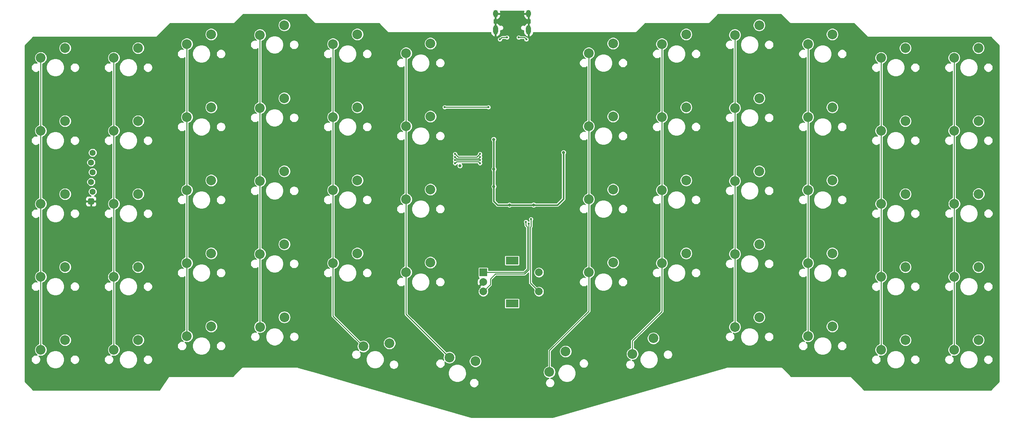
<source format=gtl>
G04 #@! TF.GenerationSoftware,KiCad,Pcbnew,(5.1.4-0)*
G04 #@! TF.CreationDate,2021-10-12T16:31:04-05:00*
G04 #@! TF.ProjectId,niko,6e696b6f-2e6b-4696-9361-645f70636258,rev?*
G04 #@! TF.SameCoordinates,Original*
G04 #@! TF.FileFunction,Copper,L1,Top*
G04 #@! TF.FilePolarity,Positive*
%FSLAX46Y46*%
G04 Gerber Fmt 4.6, Leading zero omitted, Abs format (unit mm)*
G04 Created by KiCad (PCBNEW (5.1.4-0)) date 2021-10-12 16:31:04*
%MOMM*%
%LPD*%
G04 APERTURE LIST*
%ADD10C,2.540000*%
%ADD11O,1.300000X2.400000*%
%ADD12O,1.300000X1.900000*%
%ADD13R,2.000000X2.000000*%
%ADD14C,2.000000*%
%ADD15R,3.200000X2.000000*%
%ADD16C,0.100000*%
%ADD17C,1.600200*%
%ADD18C,0.600000*%
%ADD19C,0.800000*%
%ADD20C,0.250000*%
%ADD21C,0.400000*%
%ADD22C,0.254000*%
G04 APERTURE END LIST*
D10*
X141446250Y-49847500D03*
X147796250Y-47307500D03*
X217646250Y-67707170D03*
X223996250Y-65167170D03*
X360521250Y-106997500D03*
X366871250Y-104457500D03*
X360522780Y-30797640D03*
X366872780Y-28257640D03*
X341472700Y-30797640D03*
X347822700Y-28257640D03*
X322422620Y-27225750D03*
X328772620Y-24685750D03*
X303372540Y-24844490D03*
X309722540Y-22304490D03*
X284322460Y-27225750D03*
X290672460Y-24685750D03*
X265272380Y-29607010D03*
X271622380Y-27067010D03*
X217647180Y-29607010D03*
X223997180Y-27067010D03*
X198597100Y-27225750D03*
X204947100Y-24685750D03*
X179547020Y-24844490D03*
X185897020Y-22304490D03*
X160496940Y-27225750D03*
X166846940Y-24685750D03*
X141446860Y-30797640D03*
X147796860Y-28257640D03*
X122396780Y-30797640D03*
X128746780Y-28257640D03*
D11*
X240969780Y-23503230D03*
D12*
X240969780Y-19303230D03*
X249569780Y-19303230D03*
D11*
X249569780Y-23503230D03*
X240969780Y-23503230D03*
D10*
X198596250Y-46263130D03*
X204946250Y-43723130D03*
X360546650Y-68884800D03*
X366896650Y-66344800D03*
X284321250Y-65313210D03*
X290671250Y-62773210D03*
X303371250Y-101044370D03*
X309721250Y-98504370D03*
X322421250Y-46263130D03*
X328771250Y-43723130D03*
X179546250Y-81994370D03*
X185896250Y-79454370D03*
X198596250Y-65313210D03*
X204946250Y-62773210D03*
X179571650Y-101032110D03*
X185921650Y-98492110D03*
X160496250Y-65325910D03*
X166846250Y-62785910D03*
X160496250Y-46263130D03*
X166846250Y-43723130D03*
X284321250Y-84363290D03*
X290671250Y-81823290D03*
X265271250Y-86757250D03*
X271621250Y-84217250D03*
X322421250Y-103426070D03*
X328771250Y-100886070D03*
D13*
X237769780Y-86797250D03*
D14*
X237769780Y-89297250D03*
X237769780Y-91797250D03*
D15*
X245269780Y-83697250D03*
X245269780Y-94897250D03*
D14*
X252269780Y-86797250D03*
X252269780Y-91797250D03*
D16*
G36*
X135967882Y-67464586D02*
G01*
X136006716Y-67470347D01*
X136044798Y-67479886D01*
X136081763Y-67493112D01*
X136117252Y-67509897D01*
X136150926Y-67530081D01*
X136182459Y-67553467D01*
X136211548Y-67579832D01*
X136237913Y-67608921D01*
X136261299Y-67640454D01*
X136281483Y-67674128D01*
X136298268Y-67709617D01*
X136311494Y-67746582D01*
X136321033Y-67784664D01*
X136326794Y-67823498D01*
X136328720Y-67862710D01*
X136328720Y-68662810D01*
X136326794Y-68702022D01*
X136321033Y-68740856D01*
X136311494Y-68778938D01*
X136298268Y-68815903D01*
X136281483Y-68851392D01*
X136261299Y-68885066D01*
X136237913Y-68916599D01*
X136211548Y-68945688D01*
X136182459Y-68972053D01*
X136150926Y-68995439D01*
X136117252Y-69015623D01*
X136081763Y-69032408D01*
X136044798Y-69045634D01*
X136006716Y-69055173D01*
X135967882Y-69060934D01*
X135928670Y-69062860D01*
X135128570Y-69062860D01*
X135089358Y-69060934D01*
X135050524Y-69055173D01*
X135012442Y-69045634D01*
X134975477Y-69032408D01*
X134939988Y-69015623D01*
X134906314Y-68995439D01*
X134874781Y-68972053D01*
X134845692Y-68945688D01*
X134819327Y-68916599D01*
X134795941Y-68885066D01*
X134775757Y-68851392D01*
X134758972Y-68815903D01*
X134745746Y-68778938D01*
X134736207Y-68740856D01*
X134730446Y-68702022D01*
X134728520Y-68662810D01*
X134728520Y-67862710D01*
X134730446Y-67823498D01*
X134736207Y-67784664D01*
X134745746Y-67746582D01*
X134758972Y-67709617D01*
X134775757Y-67674128D01*
X134795941Y-67640454D01*
X134819327Y-67608921D01*
X134845692Y-67579832D01*
X134874781Y-67553467D01*
X134906314Y-67530081D01*
X134939988Y-67509897D01*
X134975477Y-67493112D01*
X135012442Y-67479886D01*
X135050524Y-67470347D01*
X135089358Y-67464586D01*
X135128570Y-67462660D01*
X135928670Y-67462660D01*
X135967882Y-67464586D01*
X135967882Y-67464586D01*
G37*
D17*
X135528620Y-68262760D03*
X135935020Y-65722760D03*
X135528620Y-63182760D03*
X135935020Y-60642760D03*
X135528620Y-58102760D03*
X135935020Y-55562760D03*
D10*
X122396250Y-49847500D03*
X128746250Y-47307500D03*
X185896250Y-41354370D03*
X179546250Y-43894370D03*
X217646250Y-48657090D03*
X223996250Y-46117090D03*
X265271250Y-48657090D03*
X271621250Y-46117090D03*
X284321250Y-46275830D03*
X290671250Y-43735830D03*
X303371250Y-43894370D03*
X309721250Y-41354370D03*
X341471250Y-49847500D03*
X347821250Y-47307500D03*
X360521250Y-49847500D03*
X366871250Y-47307500D03*
X128746250Y-66357500D03*
X122396250Y-68897500D03*
X141446250Y-68897500D03*
X147796250Y-66357500D03*
X179546250Y-62944370D03*
X185896250Y-60404370D03*
X265271250Y-67707170D03*
X271621250Y-65167170D03*
X303371250Y-62944370D03*
X309721250Y-60404370D03*
X322421250Y-65313210D03*
X328771250Y-62773210D03*
X341471250Y-68897500D03*
X347821250Y-66357500D03*
X122396250Y-87934800D03*
X128746250Y-85394800D03*
X141440000Y-87947300D03*
X147790000Y-85407300D03*
X160496250Y-84363290D03*
X166846250Y-81823290D03*
X204946250Y-81835990D03*
X198596250Y-84375990D03*
X217646250Y-86757250D03*
X223996250Y-84217250D03*
X303371250Y-81994370D03*
X309721250Y-79454370D03*
X322421250Y-84363290D03*
X328771250Y-81823290D03*
X341471250Y-87947500D03*
X347821250Y-85407500D03*
X122396250Y-106997500D03*
X128746250Y-104457500D03*
X141446250Y-106997500D03*
X147796250Y-104457500D03*
X160496940Y-103426070D03*
X166846940Y-100886070D03*
X213319132Y-105288457D03*
X206528102Y-106098408D03*
X228952663Y-109005146D03*
X235721925Y-109980441D03*
X276651102Y-108070609D03*
X282127330Y-103973656D03*
X341471250Y-106997500D03*
X347821250Y-104457500D03*
X255003430Y-112791447D03*
X259232692Y-107416742D03*
X360521250Y-87947500D03*
X366871250Y-85407500D03*
D18*
X247000000Y-25500000D03*
X249000000Y-26000000D03*
X243964780Y-25495150D03*
X242100000Y-26000000D03*
X278600000Y-60700000D03*
X248900000Y-73600000D03*
X249645000Y-74095000D03*
D19*
X240525000Y-64375000D03*
X244600000Y-69200000D03*
X258700000Y-55500000D03*
X240500000Y-52100000D03*
X250900000Y-69200000D03*
X231700000Y-58955000D03*
X240525000Y-59875000D03*
D18*
X239100000Y-43700000D03*
X227700000Y-43700000D03*
X236900000Y-56700000D03*
X230400000Y-56700000D03*
X236900000Y-57500000D03*
X230400000Y-57500000D03*
X236900000Y-58300000D03*
X230400000Y-58300000D03*
X230400000Y-55900000D03*
X236900000Y-55900000D03*
X250200000Y-72900000D03*
D20*
X248500000Y-25500000D02*
X249000000Y-26000000D01*
X247000000Y-25500000D02*
X248500000Y-25500000D01*
X242604850Y-25495150D02*
X242100000Y-26000000D01*
X243964780Y-25495150D02*
X242604850Y-25495150D01*
X248900000Y-73600000D02*
X248900000Y-74535010D01*
X248900000Y-74535010D02*
X249264990Y-74900000D01*
X249264990Y-74900000D02*
X249264990Y-85935010D01*
X248402750Y-86797250D02*
X237769780Y-86797250D01*
X249264990Y-85935010D02*
X248402750Y-86797250D01*
X239600000Y-88500000D02*
X239600000Y-89967030D01*
X248560155Y-87177260D02*
X240922740Y-87177260D01*
X239600000Y-89967030D02*
X237769780Y-91797250D01*
X249645000Y-86092415D02*
X248560155Y-87177260D01*
X240922740Y-87177260D02*
X239600000Y-88500000D01*
X249645000Y-74095000D02*
X249645000Y-86092415D01*
D21*
X240525000Y-64375000D02*
X240525000Y-68225000D01*
X241500000Y-69200000D02*
X244600000Y-69200000D01*
X240525000Y-68225000D02*
X241500000Y-69200000D01*
X254300000Y-69200000D02*
X257100000Y-69200000D01*
X258700000Y-67600000D02*
X258700000Y-55500000D01*
X257100000Y-69200000D02*
X258700000Y-67600000D01*
X240525000Y-52125000D02*
X240500000Y-52100000D01*
X240525000Y-53175000D02*
X240525000Y-52125000D01*
X244600000Y-69200000D02*
X250900000Y-69200000D01*
X250900000Y-69200000D02*
X254300000Y-69200000D01*
X240525000Y-59875000D02*
X240525000Y-53175000D01*
X240525000Y-64375000D02*
X240525000Y-59875000D01*
D20*
X239100000Y-43700000D02*
X227700000Y-43700000D01*
X230400000Y-56700000D02*
X230800000Y-57100000D01*
X236500000Y-57100000D02*
X236900000Y-56700000D01*
X230800000Y-57100000D02*
X236500000Y-57100000D01*
X236900000Y-57500000D02*
X230400000Y-57500000D01*
X122396780Y-106996970D02*
X122396250Y-106997500D01*
X122396780Y-60603220D02*
X122396780Y-106996970D01*
X122396780Y-30797640D02*
X122396780Y-60603220D01*
X230400000Y-58300000D02*
X230819990Y-57880010D01*
X236480010Y-57880010D02*
X236900000Y-58300000D01*
X230819990Y-57880010D02*
X236480010Y-57880010D01*
X141446860Y-106996890D02*
X141446250Y-106997500D01*
X141382760Y-63182760D02*
X141446860Y-63246860D01*
X141446860Y-63246860D02*
X141446860Y-106996890D01*
X141446860Y-30797640D02*
X141446860Y-63246860D01*
X160496940Y-27225750D02*
X160496940Y-103426070D01*
X179547020Y-102198110D02*
X179571650Y-102222740D01*
X179547020Y-26035120D02*
X179547020Y-102198110D01*
X198597100Y-84375140D02*
X198596250Y-84375990D01*
X198597100Y-27225750D02*
X198597100Y-84375140D01*
X198596250Y-98166556D02*
X206528102Y-106098408D01*
X198596250Y-84375990D02*
X198596250Y-98166556D01*
X217647180Y-86756320D02*
X217646250Y-86757250D01*
X217647180Y-29607010D02*
X217647180Y-86756320D01*
X217646250Y-97698733D02*
X228952663Y-109005146D01*
X217646250Y-86757250D02*
X217646250Y-97698733D01*
X265272380Y-86756120D02*
X265271250Y-86757250D01*
X265272380Y-29607010D02*
X265272380Y-86756120D01*
X265271250Y-86757250D02*
X265271250Y-96928750D01*
X255003430Y-107196570D02*
X255003430Y-112791447D01*
X265271250Y-96928750D02*
X255003430Y-107196570D01*
X284322460Y-84362080D02*
X284321250Y-84363290D01*
X284322460Y-27225750D02*
X284322460Y-84362080D01*
X284321250Y-84363290D02*
X284321250Y-96978750D01*
X276651102Y-104648898D02*
X276651102Y-108070609D01*
X284321250Y-96978750D02*
X276651102Y-104648898D01*
X303372540Y-102233710D02*
X303371250Y-102235000D01*
X303372540Y-26035120D02*
X303372540Y-102233710D01*
X322421250Y-27227120D02*
X322422620Y-27225750D01*
X322421250Y-103426070D02*
X322421250Y-27227120D01*
X341472700Y-106996050D02*
X341471250Y-106997500D01*
X341472700Y-30797640D02*
X341472700Y-106996050D01*
X360522780Y-106995970D02*
X360521250Y-106997500D01*
X360522780Y-30797640D02*
X360522780Y-106995970D01*
X230400000Y-55900000D02*
X231219990Y-56719990D01*
X231219990Y-56719990D02*
X235519990Y-56719990D01*
X236080010Y-56719990D02*
X236900000Y-55900000D01*
X235519990Y-56719990D02*
X236080010Y-56719990D01*
X250200000Y-89700000D02*
X250200000Y-89727470D01*
X250200000Y-89727470D02*
X252269780Y-91797250D01*
X250025010Y-89525010D02*
X250200000Y-89700000D01*
X250200000Y-74825010D02*
X250025010Y-75000000D01*
X250025010Y-75000000D02*
X250025010Y-89525010D01*
X250200000Y-72900000D02*
X250200000Y-74825010D01*
D22*
G36*
X241096780Y-19176230D02*
G01*
X242254780Y-19176230D01*
X242254780Y-18876230D01*
X242205313Y-18627979D01*
X242194542Y-18602000D01*
X248345018Y-18602000D01*
X248334247Y-18627979D01*
X248284780Y-18876230D01*
X248284780Y-19176230D01*
X249442780Y-19176230D01*
X249442780Y-18602000D01*
X249530344Y-18602000D01*
X249636642Y-18612423D01*
X249696780Y-18630579D01*
X249696780Y-19176230D01*
X249998000Y-19176230D01*
X249998000Y-19430230D01*
X249696780Y-19430230D01*
X249696780Y-20722297D01*
X249895251Y-20846329D01*
X249944195Y-20839017D01*
X249998000Y-20816751D01*
X249998001Y-21739709D01*
X249944195Y-21717443D01*
X249895251Y-21710131D01*
X249696780Y-21834163D01*
X249696780Y-23376230D01*
X249716780Y-23376230D01*
X249716780Y-23630230D01*
X249696780Y-23630230D01*
X249696780Y-25172297D01*
X249895251Y-25296329D01*
X249944195Y-25289017D01*
X250178091Y-25192227D01*
X250388610Y-25051666D01*
X250567662Y-24872735D01*
X250708365Y-24662311D01*
X250765902Y-24523535D01*
X289025460Y-24523535D01*
X289025460Y-24847965D01*
X289088753Y-25166162D01*
X289212908Y-25465897D01*
X289393152Y-25735651D01*
X289622559Y-25965058D01*
X289892313Y-26145302D01*
X290192048Y-26269457D01*
X290510245Y-26332750D01*
X290834675Y-26332750D01*
X291152872Y-26269457D01*
X291452607Y-26145302D01*
X291722361Y-25965058D01*
X291951768Y-25735651D01*
X292132012Y-25465897D01*
X292256167Y-25166162D01*
X292319460Y-24847965D01*
X292319460Y-24523535D01*
X292256167Y-24205338D01*
X292132012Y-23905603D01*
X291951768Y-23635849D01*
X291722361Y-23406442D01*
X291452607Y-23226198D01*
X291152872Y-23102043D01*
X290834675Y-23038750D01*
X290510245Y-23038750D01*
X290192048Y-23102043D01*
X289892313Y-23226198D01*
X289622559Y-23406442D01*
X289393152Y-23635849D01*
X289212908Y-23905603D01*
X289088753Y-24205338D01*
X289025460Y-24523535D01*
X250765902Y-24523535D01*
X250805313Y-24428481D01*
X250850442Y-24202000D01*
X277379020Y-24202000D01*
X277397510Y-24203936D01*
X277418494Y-24202000D01*
X277419747Y-24202000D01*
X277438303Y-24200172D01*
X277476361Y-24196661D01*
X277477558Y-24196306D01*
X277478806Y-24196183D01*
X277515627Y-24185014D01*
X277552279Y-24174142D01*
X277553381Y-24173562D01*
X277554583Y-24173197D01*
X277588525Y-24155055D01*
X277622344Y-24137245D01*
X277623313Y-24136460D01*
X277624420Y-24135868D01*
X277654136Y-24111480D01*
X277668449Y-24099881D01*
X277669330Y-24099011D01*
X277685632Y-24085632D01*
X277697435Y-24071251D01*
X279650345Y-22142275D01*
X308075540Y-22142275D01*
X308075540Y-22466705D01*
X308138833Y-22784902D01*
X308262988Y-23084637D01*
X308443232Y-23354391D01*
X308672639Y-23583798D01*
X308942393Y-23764042D01*
X309242128Y-23888197D01*
X309560325Y-23951490D01*
X309884755Y-23951490D01*
X310202952Y-23888197D01*
X310502687Y-23764042D01*
X310772441Y-23583798D01*
X311001848Y-23354391D01*
X311182092Y-23084637D01*
X311306247Y-22784902D01*
X311369540Y-22466705D01*
X311369540Y-22142275D01*
X311306247Y-21824078D01*
X311182092Y-21524343D01*
X311001848Y-21254589D01*
X310772441Y-21025182D01*
X310502687Y-20844938D01*
X310202952Y-20720783D01*
X309884755Y-20657490D01*
X309560325Y-20657490D01*
X309242128Y-20720783D01*
X308942393Y-20844938D01*
X308672639Y-21025182D01*
X308443232Y-21254589D01*
X308262988Y-21524343D01*
X308138833Y-21824078D01*
X308075540Y-22142275D01*
X279650345Y-22142275D01*
X279963114Y-21833340D01*
X296447131Y-21833340D01*
X296466870Y-21835284D01*
X296486609Y-21833340D01*
X296486617Y-21833340D01*
X296545676Y-21827523D01*
X296621453Y-21804537D01*
X296691290Y-21767208D01*
X296752502Y-21716972D01*
X296765093Y-21701630D01*
X299014644Y-19452080D01*
X315350437Y-19452080D01*
X317599989Y-21701633D01*
X317612578Y-21716972D01*
X317673790Y-21767208D01*
X317743627Y-21804537D01*
X317819404Y-21827523D01*
X317878463Y-21833340D01*
X317878470Y-21833340D01*
X317898209Y-21835284D01*
X317917949Y-21833340D01*
X334400517Y-21833340D01*
X337840697Y-25273520D01*
X337853288Y-25288862D01*
X337914500Y-25339098D01*
X337984337Y-25376427D01*
X338060114Y-25399413D01*
X338119173Y-25405230D01*
X338119180Y-25405230D01*
X338138919Y-25407174D01*
X338158659Y-25405230D01*
X370119417Y-25405230D01*
X372265191Y-27551005D01*
X372265190Y-115324596D01*
X370119417Y-117470370D01*
X337114803Y-117470370D01*
X333674623Y-114030190D01*
X333662032Y-114014848D01*
X333600820Y-113964612D01*
X333530983Y-113927283D01*
X333455206Y-113904297D01*
X333396147Y-113898480D01*
X333396139Y-113898480D01*
X333376400Y-113896536D01*
X333356661Y-113898480D01*
X318064724Y-113898480D01*
X315815173Y-111648930D01*
X315802582Y-111633588D01*
X315741370Y-111583352D01*
X315671533Y-111546023D01*
X315595756Y-111523037D01*
X315536697Y-111517220D01*
X315536689Y-111517220D01*
X315516950Y-111515276D01*
X315497211Y-111517220D01*
X301231887Y-111517220D01*
X301194926Y-111516749D01*
X301172897Y-111520839D01*
X301150584Y-111523037D01*
X301115122Y-111533794D01*
X255928437Y-124614150D01*
X234611127Y-124614150D01*
X203225757Y-115528912D01*
X234153729Y-115528912D01*
X234153729Y-115770788D01*
X234200917Y-116008015D01*
X234293478Y-116231479D01*
X234427857Y-116432590D01*
X234598889Y-116603622D01*
X234800000Y-116738001D01*
X235023464Y-116830562D01*
X235260691Y-116877750D01*
X235502567Y-116877750D01*
X235739794Y-116830562D01*
X235963258Y-116738001D01*
X236164369Y-116603622D01*
X236335401Y-116432590D01*
X236469780Y-116231479D01*
X236562341Y-116008015D01*
X236609529Y-115770788D01*
X236609529Y-115528912D01*
X236562341Y-115291685D01*
X236469780Y-115068221D01*
X236335401Y-114867110D01*
X236164369Y-114696078D01*
X235963258Y-114561699D01*
X235739794Y-114469138D01*
X235502567Y-114421950D01*
X235260691Y-114421950D01*
X235023464Y-114469138D01*
X234800000Y-114561699D01*
X234598889Y-114696078D01*
X234427857Y-114867110D01*
X234293478Y-115068221D01*
X234200917Y-115291685D01*
X234153729Y-115528912D01*
X203225757Y-115528912D01*
X194062315Y-112876337D01*
X228611320Y-112876337D01*
X228611320Y-113343363D01*
X228702432Y-113801416D01*
X228881155Y-114232892D01*
X229140622Y-114621211D01*
X229470859Y-114951448D01*
X229859178Y-115210915D01*
X230290654Y-115389638D01*
X230748707Y-115480750D01*
X231215733Y-115480750D01*
X231673786Y-115389638D01*
X232105262Y-115210915D01*
X232493581Y-114951448D01*
X232823818Y-114621211D01*
X233083285Y-114232892D01*
X233262008Y-113801416D01*
X233353120Y-113343363D01*
X233353120Y-112876337D01*
X233303968Y-112629232D01*
X253356430Y-112629232D01*
X253356430Y-112953662D01*
X253419723Y-113271859D01*
X253543878Y-113571594D01*
X253724122Y-113841348D01*
X253953529Y-114070755D01*
X254223283Y-114250999D01*
X254523018Y-114375154D01*
X254841215Y-114438447D01*
X254850564Y-114438447D01*
X254815413Y-114445439D01*
X254591949Y-114538000D01*
X254390838Y-114672379D01*
X254219806Y-114843411D01*
X254085427Y-115044522D01*
X253992866Y-115267986D01*
X253945678Y-115505213D01*
X253945678Y-115747089D01*
X253992866Y-115984316D01*
X254085427Y-116207780D01*
X254219806Y-116408891D01*
X254390838Y-116579923D01*
X254591949Y-116714302D01*
X254815413Y-116806863D01*
X255052640Y-116854051D01*
X255294516Y-116854051D01*
X255531743Y-116806863D01*
X255755207Y-116714302D01*
X255956318Y-116579923D01*
X256127350Y-116408891D01*
X256261729Y-116207780D01*
X256354290Y-115984316D01*
X256401478Y-115747089D01*
X256401478Y-115505213D01*
X256354290Y-115267986D01*
X256261729Y-115044522D01*
X256127350Y-114843411D01*
X255956318Y-114672379D01*
X255755207Y-114538000D01*
X255531743Y-114445439D01*
X255331120Y-114405532D01*
X255483842Y-114375154D01*
X255783577Y-114250999D01*
X256053331Y-114070755D01*
X256282738Y-113841348D01*
X256462982Y-113571594D01*
X256587137Y-113271859D01*
X256650430Y-112953662D01*
X256650430Y-112852638D01*
X257202087Y-112852638D01*
X257202087Y-113319664D01*
X257293199Y-113777717D01*
X257471922Y-114209193D01*
X257731389Y-114597512D01*
X258061626Y-114927749D01*
X258449945Y-115187216D01*
X258881421Y-115365939D01*
X259339474Y-115457051D01*
X259806500Y-115457051D01*
X260264553Y-115365939D01*
X260696029Y-115187216D01*
X261084348Y-114927749D01*
X261414585Y-114597512D01*
X261674052Y-114209193D01*
X261852775Y-113777717D01*
X261943887Y-113319664D01*
X261943887Y-112852638D01*
X261852775Y-112394585D01*
X261674052Y-111963109D01*
X261414585Y-111574790D01*
X261084348Y-111244553D01*
X260696029Y-110985086D01*
X260264553Y-110806363D01*
X259806500Y-110715251D01*
X259339474Y-110715251D01*
X258881421Y-110806363D01*
X258449945Y-110985086D01*
X258061626Y-111244553D01*
X257731389Y-111574790D01*
X257471922Y-111963109D01*
X257293199Y-112394585D01*
X257202087Y-112852638D01*
X256650430Y-112852638D01*
X256650430Y-112629232D01*
X256587137Y-112311035D01*
X256462982Y-112011300D01*
X256282738Y-111741546D01*
X256053331Y-111512139D01*
X255783577Y-111331895D01*
X255505430Y-111216682D01*
X255505430Y-110425213D01*
X262744496Y-110425213D01*
X262744496Y-110667089D01*
X262791684Y-110904316D01*
X262884245Y-111127780D01*
X263018624Y-111328891D01*
X263189656Y-111499923D01*
X263390767Y-111634302D01*
X263614231Y-111726863D01*
X263851458Y-111774051D01*
X264093334Y-111774051D01*
X264330561Y-111726863D01*
X264554025Y-111634302D01*
X264755136Y-111499923D01*
X264926168Y-111328891D01*
X265060547Y-111127780D01*
X265153108Y-110904316D01*
X265187419Y-110731822D01*
X274853876Y-110731822D01*
X274853876Y-110973698D01*
X274901064Y-111210925D01*
X274993625Y-111434389D01*
X275128004Y-111635500D01*
X275299036Y-111806532D01*
X275500147Y-111940911D01*
X275723611Y-112033472D01*
X275960838Y-112080660D01*
X276202714Y-112080660D01*
X276439941Y-112033472D01*
X276663405Y-111940911D01*
X276864516Y-111806532D01*
X277035548Y-111635500D01*
X277169927Y-111434389D01*
X277262488Y-111210925D01*
X277309676Y-110973698D01*
X277309676Y-110731822D01*
X277262488Y-110494595D01*
X277169927Y-110271131D01*
X277035548Y-110070020D01*
X276864516Y-109898988D01*
X276663405Y-109764609D01*
X276549936Y-109717609D01*
X276813317Y-109717609D01*
X277131514Y-109654316D01*
X277431249Y-109530161D01*
X277701003Y-109349917D01*
X277746473Y-109304447D01*
X278617780Y-109304447D01*
X278617780Y-109771473D01*
X278708892Y-110229526D01*
X278887615Y-110661002D01*
X279147082Y-111049321D01*
X279477319Y-111379558D01*
X279865638Y-111639025D01*
X280297114Y-111817748D01*
X280755167Y-111908860D01*
X281222193Y-111908860D01*
X281680246Y-111817748D01*
X282111722Y-111639025D01*
X282500041Y-111379558D01*
X282830278Y-111049321D01*
X283089745Y-110661002D01*
X283268468Y-110229526D01*
X283359580Y-109771473D01*
X283359580Y-109304447D01*
X283268468Y-108846394D01*
X283089745Y-108414918D01*
X282880808Y-108102221D01*
X284667683Y-108102221D01*
X284667683Y-108344097D01*
X284714871Y-108581324D01*
X284807432Y-108804788D01*
X284941811Y-109005899D01*
X285112843Y-109176931D01*
X285313954Y-109311310D01*
X285537418Y-109403871D01*
X285774645Y-109451059D01*
X286016521Y-109451059D01*
X286253748Y-109403871D01*
X286477212Y-109311310D01*
X286678323Y-109176931D01*
X286849355Y-109005899D01*
X286983734Y-108804788D01*
X287076295Y-108581324D01*
X287123483Y-108344097D01*
X287123483Y-108102221D01*
X287076295Y-107864994D01*
X286983734Y-107641530D01*
X286849355Y-107440419D01*
X286678323Y-107269387D01*
X286477212Y-107135008D01*
X286253748Y-107042447D01*
X286016521Y-106995259D01*
X285774645Y-106995259D01*
X285537418Y-107042447D01*
X285313954Y-107135008D01*
X285112843Y-107269387D01*
X284941811Y-107440419D01*
X284807432Y-107641530D01*
X284714871Y-107864994D01*
X284667683Y-108102221D01*
X282880808Y-108102221D01*
X282830278Y-108026599D01*
X282500041Y-107696362D01*
X282111722Y-107436895D01*
X281680246Y-107258172D01*
X281222193Y-107167060D01*
X280755167Y-107167060D01*
X280297114Y-107258172D01*
X279865638Y-107436895D01*
X279477319Y-107696362D01*
X279147082Y-108026599D01*
X278887615Y-108414918D01*
X278708892Y-108846394D01*
X278617780Y-109304447D01*
X277746473Y-109304447D01*
X277930410Y-109120510D01*
X278110654Y-108850756D01*
X278234809Y-108551021D01*
X278298102Y-108232824D01*
X278298102Y-107908394D01*
X278234809Y-107590197D01*
X278110654Y-107290462D01*
X277930410Y-107020708D01*
X277701003Y-106791301D01*
X277431249Y-106611057D01*
X277153102Y-106495844D01*
X277153102Y-104856832D01*
X278198493Y-103811441D01*
X280480330Y-103811441D01*
X280480330Y-104135871D01*
X280543623Y-104454068D01*
X280667778Y-104753803D01*
X280848022Y-105023557D01*
X281077429Y-105252964D01*
X281347183Y-105433208D01*
X281646918Y-105557363D01*
X281965115Y-105620656D01*
X282289545Y-105620656D01*
X282607742Y-105557363D01*
X282907477Y-105433208D01*
X283177231Y-105252964D01*
X283406638Y-105023557D01*
X283586882Y-104753803D01*
X283711037Y-104454068D01*
X283774330Y-104135871D01*
X283774330Y-103811441D01*
X283711037Y-103493244D01*
X283586882Y-103193509D01*
X283406638Y-102923755D01*
X283177231Y-102694348D01*
X282907477Y-102514104D01*
X282607742Y-102389949D01*
X282289545Y-102326656D01*
X281965115Y-102326656D01*
X281646918Y-102389949D01*
X281347183Y-102514104D01*
X281077429Y-102694348D01*
X280848022Y-102923755D01*
X280667778Y-103193509D01*
X280543623Y-103493244D01*
X280480330Y-103811441D01*
X278198493Y-103811441D01*
X284658788Y-97351147D01*
X284677934Y-97335434D01*
X284740667Y-97258995D01*
X284787281Y-97171786D01*
X284815986Y-97077159D01*
X284823250Y-97003403D01*
X284823250Y-97003394D01*
X284825677Y-96978751D01*
X284823250Y-96954108D01*
X284823250Y-86669777D01*
X285760350Y-86669777D01*
X285760350Y-87136803D01*
X285851462Y-87594856D01*
X286030185Y-88026332D01*
X286289652Y-88414651D01*
X286619889Y-88744888D01*
X287008208Y-89004355D01*
X287439684Y-89183078D01*
X287897737Y-89274190D01*
X288364763Y-89274190D01*
X288822816Y-89183078D01*
X289254292Y-89004355D01*
X289642611Y-88744888D01*
X289972848Y-88414651D01*
X290232315Y-88026332D01*
X290411038Y-87594856D01*
X290502150Y-87136803D01*
X290502150Y-86782352D01*
X291983350Y-86782352D01*
X291983350Y-87024228D01*
X292030538Y-87261455D01*
X292123099Y-87484919D01*
X292257478Y-87686030D01*
X292428510Y-87857062D01*
X292629621Y-87991441D01*
X292853085Y-88084002D01*
X293090312Y-88131190D01*
X293332188Y-88131190D01*
X293569415Y-88084002D01*
X293792879Y-87991441D01*
X293993990Y-87857062D01*
X294165022Y-87686030D01*
X294299401Y-87484919D01*
X294391962Y-87261455D01*
X294439150Y-87024228D01*
X294439150Y-86782352D01*
X294391962Y-86545125D01*
X294299401Y-86321661D01*
X294165022Y-86120550D01*
X293993990Y-85949518D01*
X293792879Y-85815139D01*
X293569415Y-85722578D01*
X293332188Y-85675390D01*
X293090312Y-85675390D01*
X292853085Y-85722578D01*
X292629621Y-85815139D01*
X292428510Y-85949518D01*
X292257478Y-86120550D01*
X292123099Y-86321661D01*
X292030538Y-86545125D01*
X291983350Y-86782352D01*
X290502150Y-86782352D01*
X290502150Y-86669777D01*
X290411038Y-86211724D01*
X290232315Y-85780248D01*
X289972848Y-85391929D01*
X289642611Y-85061692D01*
X289254292Y-84802225D01*
X288822816Y-84623502D01*
X288364763Y-84532390D01*
X287897737Y-84532390D01*
X287439684Y-84623502D01*
X287008208Y-84802225D01*
X286619889Y-85061692D01*
X286289652Y-85391929D01*
X286030185Y-85780248D01*
X285851462Y-86211724D01*
X285760350Y-86669777D01*
X284823250Y-86669777D01*
X284823250Y-85938055D01*
X285101397Y-85822842D01*
X285371151Y-85642598D01*
X285600558Y-85413191D01*
X285780802Y-85143437D01*
X285904957Y-84843702D01*
X285968250Y-84525505D01*
X285968250Y-84201075D01*
X285904957Y-83882878D01*
X285780802Y-83583143D01*
X285600558Y-83313389D01*
X285371151Y-83083982D01*
X285101397Y-82903738D01*
X284824460Y-82789026D01*
X284824460Y-81661075D01*
X289024250Y-81661075D01*
X289024250Y-81985505D01*
X289087543Y-82303702D01*
X289211698Y-82603437D01*
X289391942Y-82873191D01*
X289621349Y-83102598D01*
X289891103Y-83282842D01*
X290190838Y-83406997D01*
X290509035Y-83470290D01*
X290833465Y-83470290D01*
X291151662Y-83406997D01*
X291451397Y-83282842D01*
X291721151Y-83102598D01*
X291950558Y-82873191D01*
X292130802Y-82603437D01*
X292254957Y-82303702D01*
X292318250Y-81985505D01*
X292318250Y-81661075D01*
X292254957Y-81342878D01*
X292130802Y-81043143D01*
X291950558Y-80773389D01*
X291721151Y-80543982D01*
X291451397Y-80363738D01*
X291151662Y-80239583D01*
X290833465Y-80176290D01*
X290509035Y-80176290D01*
X290190838Y-80239583D01*
X289891103Y-80363738D01*
X289621349Y-80543982D01*
X289391942Y-80773389D01*
X289211698Y-81043143D01*
X289087543Y-81342878D01*
X289024250Y-81661075D01*
X284824460Y-81661075D01*
X284824460Y-67619697D01*
X285760350Y-67619697D01*
X285760350Y-68086723D01*
X285851462Y-68544776D01*
X286030185Y-68976252D01*
X286289652Y-69364571D01*
X286619889Y-69694808D01*
X287008208Y-69954275D01*
X287439684Y-70132998D01*
X287897737Y-70224110D01*
X288364763Y-70224110D01*
X288822816Y-70132998D01*
X289254292Y-69954275D01*
X289642611Y-69694808D01*
X289972848Y-69364571D01*
X290232315Y-68976252D01*
X290411038Y-68544776D01*
X290502150Y-68086723D01*
X290502150Y-67732272D01*
X291983350Y-67732272D01*
X291983350Y-67974148D01*
X292030538Y-68211375D01*
X292123099Y-68434839D01*
X292257478Y-68635950D01*
X292428510Y-68806982D01*
X292629621Y-68941361D01*
X292853085Y-69033922D01*
X293090312Y-69081110D01*
X293332188Y-69081110D01*
X293569415Y-69033922D01*
X293792879Y-68941361D01*
X293993990Y-68806982D01*
X294165022Y-68635950D01*
X294299401Y-68434839D01*
X294391962Y-68211375D01*
X294439150Y-67974148D01*
X294439150Y-67732272D01*
X294391962Y-67495045D01*
X294299401Y-67271581D01*
X294165022Y-67070470D01*
X293993990Y-66899438D01*
X293792879Y-66765059D01*
X293569415Y-66672498D01*
X293332188Y-66625310D01*
X293090312Y-66625310D01*
X292853085Y-66672498D01*
X292629621Y-66765059D01*
X292428510Y-66899438D01*
X292257478Y-67070470D01*
X292123099Y-67271581D01*
X292030538Y-67495045D01*
X291983350Y-67732272D01*
X290502150Y-67732272D01*
X290502150Y-67619697D01*
X290411038Y-67161644D01*
X290232315Y-66730168D01*
X289972848Y-66341849D01*
X289642611Y-66011612D01*
X289254292Y-65752145D01*
X288822816Y-65573422D01*
X288364763Y-65482310D01*
X287897737Y-65482310D01*
X287439684Y-65573422D01*
X287008208Y-65752145D01*
X286619889Y-66011612D01*
X286289652Y-66341849D01*
X286030185Y-66730168D01*
X285851462Y-67161644D01*
X285760350Y-67619697D01*
X284824460Y-67619697D01*
X284824460Y-66887474D01*
X285101397Y-66772762D01*
X285371151Y-66592518D01*
X285600558Y-66363111D01*
X285780802Y-66093357D01*
X285904957Y-65793622D01*
X285968250Y-65475425D01*
X285968250Y-65150995D01*
X285904957Y-64832798D01*
X285780802Y-64533063D01*
X285600558Y-64263309D01*
X285371151Y-64033902D01*
X285101397Y-63853658D01*
X284824460Y-63738946D01*
X284824460Y-62610995D01*
X289024250Y-62610995D01*
X289024250Y-62935425D01*
X289087543Y-63253622D01*
X289211698Y-63553357D01*
X289391942Y-63823111D01*
X289621349Y-64052518D01*
X289891103Y-64232762D01*
X290190838Y-64356917D01*
X290509035Y-64420210D01*
X290833465Y-64420210D01*
X291151662Y-64356917D01*
X291451397Y-64232762D01*
X291721151Y-64052518D01*
X291950558Y-63823111D01*
X292130802Y-63553357D01*
X292254957Y-63253622D01*
X292318250Y-62935425D01*
X292318250Y-62610995D01*
X292254957Y-62292798D01*
X292130802Y-61993063D01*
X291950558Y-61723309D01*
X291721151Y-61493902D01*
X291451397Y-61313658D01*
X291151662Y-61189503D01*
X290833465Y-61126210D01*
X290509035Y-61126210D01*
X290190838Y-61189503D01*
X289891103Y-61313658D01*
X289621349Y-61493902D01*
X289391942Y-61723309D01*
X289211698Y-61993063D01*
X289087543Y-62292798D01*
X289024250Y-62610995D01*
X284824460Y-62610995D01*
X284824460Y-48582317D01*
X285760350Y-48582317D01*
X285760350Y-49049343D01*
X285851462Y-49507396D01*
X286030185Y-49938872D01*
X286289652Y-50327191D01*
X286619889Y-50657428D01*
X287008208Y-50916895D01*
X287439684Y-51095618D01*
X287897737Y-51186730D01*
X288364763Y-51186730D01*
X288822816Y-51095618D01*
X289254292Y-50916895D01*
X289642611Y-50657428D01*
X289972848Y-50327191D01*
X290232315Y-49938872D01*
X290411038Y-49507396D01*
X290502150Y-49049343D01*
X290502150Y-48694892D01*
X291983350Y-48694892D01*
X291983350Y-48936768D01*
X292030538Y-49173995D01*
X292123099Y-49397459D01*
X292257478Y-49598570D01*
X292428510Y-49769602D01*
X292629621Y-49903981D01*
X292853085Y-49996542D01*
X293090312Y-50043730D01*
X293332188Y-50043730D01*
X293569415Y-49996542D01*
X293792879Y-49903981D01*
X293993990Y-49769602D01*
X294165022Y-49598570D01*
X294299401Y-49397459D01*
X294391962Y-49173995D01*
X294439150Y-48936768D01*
X294439150Y-48694892D01*
X294391962Y-48457665D01*
X294299401Y-48234201D01*
X294165022Y-48033090D01*
X293993990Y-47862058D01*
X293792879Y-47727679D01*
X293569415Y-47635118D01*
X293332188Y-47587930D01*
X293090312Y-47587930D01*
X292853085Y-47635118D01*
X292629621Y-47727679D01*
X292428510Y-47862058D01*
X292257478Y-48033090D01*
X292123099Y-48234201D01*
X292030538Y-48457665D01*
X291983350Y-48694892D01*
X290502150Y-48694892D01*
X290502150Y-48582317D01*
X290411038Y-48124264D01*
X290232315Y-47692788D01*
X289972848Y-47304469D01*
X289642611Y-46974232D01*
X289254292Y-46714765D01*
X288822816Y-46536042D01*
X288364763Y-46444930D01*
X287897737Y-46444930D01*
X287439684Y-46536042D01*
X287008208Y-46714765D01*
X286619889Y-46974232D01*
X286289652Y-47304469D01*
X286030185Y-47692788D01*
X285851462Y-48124264D01*
X285760350Y-48582317D01*
X284824460Y-48582317D01*
X284824460Y-47850094D01*
X285101397Y-47735382D01*
X285371151Y-47555138D01*
X285600558Y-47325731D01*
X285780802Y-47055977D01*
X285904957Y-46756242D01*
X285968250Y-46438045D01*
X285968250Y-46313432D01*
X300873350Y-46313432D01*
X300873350Y-46555308D01*
X300920538Y-46792535D01*
X301013099Y-47015999D01*
X301147478Y-47217110D01*
X301318510Y-47388142D01*
X301519621Y-47522521D01*
X301743085Y-47615082D01*
X301980312Y-47662270D01*
X302222188Y-47662270D01*
X302459415Y-47615082D01*
X302682879Y-47522521D01*
X302870540Y-47397129D01*
X302870540Y-61369071D01*
X302591103Y-61484818D01*
X302321349Y-61665062D01*
X302091942Y-61894469D01*
X301911698Y-62164223D01*
X301787543Y-62463958D01*
X301724250Y-62782155D01*
X301724250Y-63106585D01*
X301787543Y-63424782D01*
X301911698Y-63724517D01*
X302091942Y-63994271D01*
X302321349Y-64223678D01*
X302433262Y-64298456D01*
X302222188Y-64256470D01*
X301980312Y-64256470D01*
X301743085Y-64303658D01*
X301519621Y-64396219D01*
X301318510Y-64530598D01*
X301147478Y-64701630D01*
X301013099Y-64902741D01*
X300920538Y-65126205D01*
X300873350Y-65363432D01*
X300873350Y-65605308D01*
X300920538Y-65842535D01*
X301013099Y-66065999D01*
X301147478Y-66267110D01*
X301318510Y-66438142D01*
X301519621Y-66572521D01*
X301743085Y-66665082D01*
X301980312Y-66712270D01*
X302222188Y-66712270D01*
X302459415Y-66665082D01*
X302682879Y-66572521D01*
X302870541Y-66447129D01*
X302870541Y-80419070D01*
X302591103Y-80534818D01*
X302321349Y-80715062D01*
X302091942Y-80944469D01*
X301911698Y-81214223D01*
X301787543Y-81513958D01*
X301724250Y-81832155D01*
X301724250Y-82156585D01*
X301787543Y-82474782D01*
X301911698Y-82774517D01*
X302091942Y-83044271D01*
X302321349Y-83273678D01*
X302433262Y-83348456D01*
X302222188Y-83306470D01*
X301980312Y-83306470D01*
X301743085Y-83353658D01*
X301519621Y-83446219D01*
X301318510Y-83580598D01*
X301147478Y-83751630D01*
X301013099Y-83952741D01*
X300920538Y-84176205D01*
X300873350Y-84413432D01*
X300873350Y-84655308D01*
X300920538Y-84892535D01*
X301013099Y-85115999D01*
X301147478Y-85317110D01*
X301318510Y-85488142D01*
X301519621Y-85622521D01*
X301743085Y-85715082D01*
X301980312Y-85762270D01*
X302222188Y-85762270D01*
X302459415Y-85715082D01*
X302682879Y-85622521D01*
X302870541Y-85497129D01*
X302870541Y-99469070D01*
X302591103Y-99584818D01*
X302321349Y-99765062D01*
X302091942Y-99994469D01*
X301911698Y-100264223D01*
X301787543Y-100563958D01*
X301724250Y-100882155D01*
X301724250Y-101206585D01*
X301787543Y-101524782D01*
X301911698Y-101824517D01*
X302091942Y-102094271D01*
X302321349Y-102323678D01*
X302433262Y-102398456D01*
X302222188Y-102356470D01*
X301980312Y-102356470D01*
X301743085Y-102403658D01*
X301519621Y-102496219D01*
X301318510Y-102630598D01*
X301147478Y-102801630D01*
X301013099Y-103002741D01*
X300920538Y-103226205D01*
X300873350Y-103463432D01*
X300873350Y-103705308D01*
X300920538Y-103942535D01*
X301013099Y-104165999D01*
X301147478Y-104367110D01*
X301318510Y-104538142D01*
X301519621Y-104672521D01*
X301743085Y-104765082D01*
X301980312Y-104812270D01*
X302222188Y-104812270D01*
X302459415Y-104765082D01*
X302682879Y-104672521D01*
X302883990Y-104538142D01*
X303055022Y-104367110D01*
X303189401Y-104165999D01*
X303281962Y-103942535D01*
X303329150Y-103705308D01*
X303329150Y-103463432D01*
X303306758Y-103350857D01*
X304810350Y-103350857D01*
X304810350Y-103817883D01*
X304901462Y-104275936D01*
X305080185Y-104707412D01*
X305339652Y-105095731D01*
X305669889Y-105425968D01*
X306058208Y-105685435D01*
X306489684Y-105864158D01*
X306947737Y-105955270D01*
X307414763Y-105955270D01*
X307872816Y-105864158D01*
X308304292Y-105685435D01*
X308692611Y-105425968D01*
X309022848Y-105095731D01*
X309282315Y-104707412D01*
X309461038Y-104275936D01*
X309552150Y-103817883D01*
X309552150Y-103463432D01*
X311033350Y-103463432D01*
X311033350Y-103705308D01*
X311080538Y-103942535D01*
X311173099Y-104165999D01*
X311307478Y-104367110D01*
X311478510Y-104538142D01*
X311679621Y-104672521D01*
X311903085Y-104765082D01*
X312140312Y-104812270D01*
X312382188Y-104812270D01*
X312619415Y-104765082D01*
X312842879Y-104672521D01*
X313043990Y-104538142D01*
X313215022Y-104367110D01*
X313349401Y-104165999D01*
X313441962Y-103942535D01*
X313489150Y-103705308D01*
X313489150Y-103463432D01*
X313441962Y-103226205D01*
X313349401Y-103002741D01*
X313215022Y-102801630D01*
X313043990Y-102630598D01*
X312842879Y-102496219D01*
X312619415Y-102403658D01*
X312382188Y-102356470D01*
X312140312Y-102356470D01*
X311903085Y-102403658D01*
X311679621Y-102496219D01*
X311478510Y-102630598D01*
X311307478Y-102801630D01*
X311173099Y-103002741D01*
X311080538Y-103226205D01*
X311033350Y-103463432D01*
X309552150Y-103463432D01*
X309552150Y-103350857D01*
X309461038Y-102892804D01*
X309282315Y-102461328D01*
X309022848Y-102073009D01*
X308692611Y-101742772D01*
X308304292Y-101483305D01*
X307872816Y-101304582D01*
X307414763Y-101213470D01*
X306947737Y-101213470D01*
X306489684Y-101304582D01*
X306058208Y-101483305D01*
X305669889Y-101742772D01*
X305339652Y-102073009D01*
X305080185Y-102461328D01*
X304901462Y-102892804D01*
X304810350Y-103350857D01*
X303306758Y-103350857D01*
X303281962Y-103226205D01*
X303189401Y-103002741D01*
X303055022Y-102801630D01*
X302883990Y-102630598D01*
X302862895Y-102616502D01*
X302890838Y-102628077D01*
X303131162Y-102675880D01*
X303178214Y-102701030D01*
X303272841Y-102729735D01*
X303371250Y-102739427D01*
X303469659Y-102729735D01*
X303564286Y-102701030D01*
X303611338Y-102675880D01*
X303851662Y-102628077D01*
X304151397Y-102503922D01*
X304421151Y-102323678D01*
X304650558Y-102094271D01*
X304830802Y-101824517D01*
X304954957Y-101524782D01*
X305018250Y-101206585D01*
X305018250Y-100882155D01*
X304954957Y-100563958D01*
X304830802Y-100264223D01*
X304650558Y-99994469D01*
X304421151Y-99765062D01*
X304151397Y-99584818D01*
X303874540Y-99470139D01*
X303874540Y-98342155D01*
X308074250Y-98342155D01*
X308074250Y-98666585D01*
X308137543Y-98984782D01*
X308261698Y-99284517D01*
X308441942Y-99554271D01*
X308671349Y-99783678D01*
X308941103Y-99963922D01*
X309240838Y-100088077D01*
X309559035Y-100151370D01*
X309883465Y-100151370D01*
X310201662Y-100088077D01*
X310501397Y-99963922D01*
X310771151Y-99783678D01*
X311000558Y-99554271D01*
X311180802Y-99284517D01*
X311304957Y-98984782D01*
X311368250Y-98666585D01*
X311368250Y-98342155D01*
X311304957Y-98023958D01*
X311180802Y-97724223D01*
X311000558Y-97454469D01*
X310771151Y-97225062D01*
X310501397Y-97044818D01*
X310201662Y-96920663D01*
X309883465Y-96857370D01*
X309559035Y-96857370D01*
X309240838Y-96920663D01*
X308941103Y-97044818D01*
X308671349Y-97225062D01*
X308441942Y-97454469D01*
X308261698Y-97724223D01*
X308137543Y-98023958D01*
X308074250Y-98342155D01*
X303874540Y-98342155D01*
X303874540Y-84300857D01*
X304810350Y-84300857D01*
X304810350Y-84767883D01*
X304901462Y-85225936D01*
X305080185Y-85657412D01*
X305339652Y-86045731D01*
X305669889Y-86375968D01*
X306058208Y-86635435D01*
X306489684Y-86814158D01*
X306947737Y-86905270D01*
X307414763Y-86905270D01*
X307872816Y-86814158D01*
X308304292Y-86635435D01*
X308692611Y-86375968D01*
X309022848Y-86045731D01*
X309282315Y-85657412D01*
X309461038Y-85225936D01*
X309552150Y-84767883D01*
X309552150Y-84413432D01*
X311033350Y-84413432D01*
X311033350Y-84655308D01*
X311080538Y-84892535D01*
X311173099Y-85115999D01*
X311307478Y-85317110D01*
X311478510Y-85488142D01*
X311679621Y-85622521D01*
X311903085Y-85715082D01*
X312140312Y-85762270D01*
X312382188Y-85762270D01*
X312619415Y-85715082D01*
X312842879Y-85622521D01*
X313043990Y-85488142D01*
X313215022Y-85317110D01*
X313349401Y-85115999D01*
X313441962Y-84892535D01*
X313489150Y-84655308D01*
X313489150Y-84413432D01*
X313441962Y-84176205D01*
X313349401Y-83952741D01*
X313215022Y-83751630D01*
X313043990Y-83580598D01*
X312842879Y-83446219D01*
X312619415Y-83353658D01*
X312382188Y-83306470D01*
X312140312Y-83306470D01*
X311903085Y-83353658D01*
X311679621Y-83446219D01*
X311478510Y-83580598D01*
X311307478Y-83751630D01*
X311173099Y-83952741D01*
X311080538Y-84176205D01*
X311033350Y-84413432D01*
X309552150Y-84413432D01*
X309552150Y-84300857D01*
X309461038Y-83842804D01*
X309282315Y-83411328D01*
X309022848Y-83023009D01*
X308692611Y-82692772D01*
X308304292Y-82433305D01*
X307872816Y-82254582D01*
X307414763Y-82163470D01*
X306947737Y-82163470D01*
X306489684Y-82254582D01*
X306058208Y-82433305D01*
X305669889Y-82692772D01*
X305339652Y-83023009D01*
X305080185Y-83411328D01*
X304901462Y-83842804D01*
X304810350Y-84300857D01*
X303874540Y-84300857D01*
X303874540Y-83568601D01*
X304151397Y-83453922D01*
X304421151Y-83273678D01*
X304650558Y-83044271D01*
X304830802Y-82774517D01*
X304954957Y-82474782D01*
X305018250Y-82156585D01*
X305018250Y-81832155D01*
X304954957Y-81513958D01*
X304830802Y-81214223D01*
X304650558Y-80944469D01*
X304421151Y-80715062D01*
X304151397Y-80534818D01*
X303874540Y-80420139D01*
X303874540Y-79292155D01*
X308074250Y-79292155D01*
X308074250Y-79616585D01*
X308137543Y-79934782D01*
X308261698Y-80234517D01*
X308441942Y-80504271D01*
X308671349Y-80733678D01*
X308941103Y-80913922D01*
X309240838Y-81038077D01*
X309559035Y-81101370D01*
X309883465Y-81101370D01*
X310201662Y-81038077D01*
X310501397Y-80913922D01*
X310771151Y-80733678D01*
X311000558Y-80504271D01*
X311180802Y-80234517D01*
X311304957Y-79934782D01*
X311368250Y-79616585D01*
X311368250Y-79292155D01*
X311304957Y-78973958D01*
X311180802Y-78674223D01*
X311000558Y-78404469D01*
X310771151Y-78175062D01*
X310501397Y-77994818D01*
X310201662Y-77870663D01*
X309883465Y-77807370D01*
X309559035Y-77807370D01*
X309240838Y-77870663D01*
X308941103Y-77994818D01*
X308671349Y-78175062D01*
X308441942Y-78404469D01*
X308261698Y-78674223D01*
X308137543Y-78973958D01*
X308074250Y-79292155D01*
X303874540Y-79292155D01*
X303874540Y-65250857D01*
X304810350Y-65250857D01*
X304810350Y-65717883D01*
X304901462Y-66175936D01*
X305080185Y-66607412D01*
X305339652Y-66995731D01*
X305669889Y-67325968D01*
X306058208Y-67585435D01*
X306489684Y-67764158D01*
X306947737Y-67855270D01*
X307414763Y-67855270D01*
X307872816Y-67764158D01*
X308304292Y-67585435D01*
X308692611Y-67325968D01*
X309022848Y-66995731D01*
X309282315Y-66607412D01*
X309461038Y-66175936D01*
X309552150Y-65717883D01*
X309552150Y-65363432D01*
X311033350Y-65363432D01*
X311033350Y-65605308D01*
X311080538Y-65842535D01*
X311173099Y-66065999D01*
X311307478Y-66267110D01*
X311478510Y-66438142D01*
X311679621Y-66572521D01*
X311903085Y-66665082D01*
X312140312Y-66712270D01*
X312382188Y-66712270D01*
X312619415Y-66665082D01*
X312842879Y-66572521D01*
X313043990Y-66438142D01*
X313215022Y-66267110D01*
X313349401Y-66065999D01*
X313441962Y-65842535D01*
X313489150Y-65605308D01*
X313489150Y-65363432D01*
X313441962Y-65126205D01*
X313349401Y-64902741D01*
X313215022Y-64701630D01*
X313043990Y-64530598D01*
X312842879Y-64396219D01*
X312619415Y-64303658D01*
X312382188Y-64256470D01*
X312140312Y-64256470D01*
X311903085Y-64303658D01*
X311679621Y-64396219D01*
X311478510Y-64530598D01*
X311307478Y-64701630D01*
X311173099Y-64902741D01*
X311080538Y-65126205D01*
X311033350Y-65363432D01*
X309552150Y-65363432D01*
X309552150Y-65250857D01*
X309461038Y-64792804D01*
X309282315Y-64361328D01*
X309022848Y-63973009D01*
X308692611Y-63642772D01*
X308304292Y-63383305D01*
X307872816Y-63204582D01*
X307414763Y-63113470D01*
X306947737Y-63113470D01*
X306489684Y-63204582D01*
X306058208Y-63383305D01*
X305669889Y-63642772D01*
X305339652Y-63973009D01*
X305080185Y-64361328D01*
X304901462Y-64792804D01*
X304810350Y-65250857D01*
X303874540Y-65250857D01*
X303874540Y-64518601D01*
X304151397Y-64403922D01*
X304421151Y-64223678D01*
X304650558Y-63994271D01*
X304830802Y-63724517D01*
X304954957Y-63424782D01*
X305018250Y-63106585D01*
X305018250Y-62782155D01*
X304954957Y-62463958D01*
X304830802Y-62164223D01*
X304650558Y-61894469D01*
X304421151Y-61665062D01*
X304151397Y-61484818D01*
X303874540Y-61370139D01*
X303874540Y-60242155D01*
X308074250Y-60242155D01*
X308074250Y-60566585D01*
X308137543Y-60884782D01*
X308261698Y-61184517D01*
X308441942Y-61454271D01*
X308671349Y-61683678D01*
X308941103Y-61863922D01*
X309240838Y-61988077D01*
X309559035Y-62051370D01*
X309883465Y-62051370D01*
X310201662Y-61988077D01*
X310501397Y-61863922D01*
X310771151Y-61683678D01*
X311000558Y-61454271D01*
X311180802Y-61184517D01*
X311304957Y-60884782D01*
X311368250Y-60566585D01*
X311368250Y-60242155D01*
X311304957Y-59923958D01*
X311180802Y-59624223D01*
X311000558Y-59354469D01*
X310771151Y-59125062D01*
X310501397Y-58944818D01*
X310201662Y-58820663D01*
X309883465Y-58757370D01*
X309559035Y-58757370D01*
X309240838Y-58820663D01*
X308941103Y-58944818D01*
X308671349Y-59125062D01*
X308441942Y-59354469D01*
X308261698Y-59624223D01*
X308137543Y-59923958D01*
X308074250Y-60242155D01*
X303874540Y-60242155D01*
X303874540Y-46200857D01*
X304810350Y-46200857D01*
X304810350Y-46667883D01*
X304901462Y-47125936D01*
X305080185Y-47557412D01*
X305339652Y-47945731D01*
X305669889Y-48275968D01*
X306058208Y-48535435D01*
X306489684Y-48714158D01*
X306947737Y-48805270D01*
X307414763Y-48805270D01*
X307872816Y-48714158D01*
X307949988Y-48682192D01*
X319923350Y-48682192D01*
X319923350Y-48924068D01*
X319970538Y-49161295D01*
X320063099Y-49384759D01*
X320197478Y-49585870D01*
X320368510Y-49756902D01*
X320569621Y-49891281D01*
X320793085Y-49983842D01*
X321030312Y-50031030D01*
X321272188Y-50031030D01*
X321509415Y-49983842D01*
X321732879Y-49891281D01*
X321919251Y-49766751D01*
X321919251Y-63738445D01*
X321641103Y-63853658D01*
X321371349Y-64033902D01*
X321141942Y-64263309D01*
X320961698Y-64533063D01*
X320837543Y-64832798D01*
X320774250Y-65150995D01*
X320774250Y-65475425D01*
X320837543Y-65793622D01*
X320961698Y-66093357D01*
X321141942Y-66363111D01*
X321371349Y-66592518D01*
X321483262Y-66667296D01*
X321272188Y-66625310D01*
X321030312Y-66625310D01*
X320793085Y-66672498D01*
X320569621Y-66765059D01*
X320368510Y-66899438D01*
X320197478Y-67070470D01*
X320063099Y-67271581D01*
X319970538Y-67495045D01*
X319923350Y-67732272D01*
X319923350Y-67974148D01*
X319970538Y-68211375D01*
X320063099Y-68434839D01*
X320197478Y-68635950D01*
X320368510Y-68806982D01*
X320569621Y-68941361D01*
X320793085Y-69033922D01*
X321030312Y-69081110D01*
X321272188Y-69081110D01*
X321509415Y-69033922D01*
X321732879Y-68941361D01*
X321919250Y-68816831D01*
X321919250Y-82788525D01*
X321641103Y-82903738D01*
X321371349Y-83083982D01*
X321141942Y-83313389D01*
X320961698Y-83583143D01*
X320837543Y-83882878D01*
X320774250Y-84201075D01*
X320774250Y-84525505D01*
X320837543Y-84843702D01*
X320961698Y-85143437D01*
X321141942Y-85413191D01*
X321371349Y-85642598D01*
X321483262Y-85717376D01*
X321272188Y-85675390D01*
X321030312Y-85675390D01*
X320793085Y-85722578D01*
X320569621Y-85815139D01*
X320368510Y-85949518D01*
X320197478Y-86120550D01*
X320063099Y-86321661D01*
X319970538Y-86545125D01*
X319923350Y-86782352D01*
X319923350Y-87024228D01*
X319970538Y-87261455D01*
X320063099Y-87484919D01*
X320197478Y-87686030D01*
X320368510Y-87857062D01*
X320569621Y-87991441D01*
X320793085Y-88084002D01*
X321030312Y-88131190D01*
X321272188Y-88131190D01*
X321509415Y-88084002D01*
X321732879Y-87991441D01*
X321919250Y-87866911D01*
X321919250Y-101851305D01*
X321641103Y-101966518D01*
X321371349Y-102146762D01*
X321141942Y-102376169D01*
X320961698Y-102645923D01*
X320837543Y-102945658D01*
X320774250Y-103263855D01*
X320774250Y-103588285D01*
X320837543Y-103906482D01*
X320961698Y-104206217D01*
X321141942Y-104475971D01*
X321371349Y-104705378D01*
X321483262Y-104780156D01*
X321272188Y-104738170D01*
X321030312Y-104738170D01*
X320793085Y-104785358D01*
X320569621Y-104877919D01*
X320368510Y-105012298D01*
X320197478Y-105183330D01*
X320063099Y-105384441D01*
X319970538Y-105607905D01*
X319923350Y-105845132D01*
X319923350Y-106087008D01*
X319970538Y-106324235D01*
X320063099Y-106547699D01*
X320197478Y-106748810D01*
X320368510Y-106919842D01*
X320569621Y-107054221D01*
X320793085Y-107146782D01*
X321030312Y-107193970D01*
X321272188Y-107193970D01*
X321509415Y-107146782D01*
X321732879Y-107054221D01*
X321933990Y-106919842D01*
X322105022Y-106748810D01*
X322239401Y-106547699D01*
X322331962Y-106324235D01*
X322379150Y-106087008D01*
X322379150Y-105845132D01*
X322356758Y-105732557D01*
X323860350Y-105732557D01*
X323860350Y-106199583D01*
X323951462Y-106657636D01*
X324130185Y-107089112D01*
X324389652Y-107477431D01*
X324719889Y-107807668D01*
X325108208Y-108067135D01*
X325539684Y-108245858D01*
X325997737Y-108336970D01*
X326464763Y-108336970D01*
X326922816Y-108245858D01*
X327354292Y-108067135D01*
X327742611Y-107807668D01*
X328072848Y-107477431D01*
X328332315Y-107089112D01*
X328511038Y-106657636D01*
X328602150Y-106199583D01*
X328602150Y-105845132D01*
X330083350Y-105845132D01*
X330083350Y-106087008D01*
X330130538Y-106324235D01*
X330223099Y-106547699D01*
X330357478Y-106748810D01*
X330528510Y-106919842D01*
X330729621Y-107054221D01*
X330953085Y-107146782D01*
X331190312Y-107193970D01*
X331432188Y-107193970D01*
X331669415Y-107146782D01*
X331892879Y-107054221D01*
X332093990Y-106919842D01*
X332265022Y-106748810D01*
X332399401Y-106547699D01*
X332491962Y-106324235D01*
X332539150Y-106087008D01*
X332539150Y-105845132D01*
X332491962Y-105607905D01*
X332399401Y-105384441D01*
X332265022Y-105183330D01*
X332093990Y-105012298D01*
X331892879Y-104877919D01*
X331669415Y-104785358D01*
X331432188Y-104738170D01*
X331190312Y-104738170D01*
X330953085Y-104785358D01*
X330729621Y-104877919D01*
X330528510Y-105012298D01*
X330357478Y-105183330D01*
X330223099Y-105384441D01*
X330130538Y-105607905D01*
X330083350Y-105845132D01*
X328602150Y-105845132D01*
X328602150Y-105732557D01*
X328511038Y-105274504D01*
X328332315Y-104843028D01*
X328072848Y-104454709D01*
X327742611Y-104124472D01*
X327354292Y-103865005D01*
X326922816Y-103686282D01*
X326464763Y-103595170D01*
X325997737Y-103595170D01*
X325539684Y-103686282D01*
X325108208Y-103865005D01*
X324719889Y-104124472D01*
X324389652Y-104454709D01*
X324130185Y-104843028D01*
X323951462Y-105274504D01*
X323860350Y-105732557D01*
X322356758Y-105732557D01*
X322331962Y-105607905D01*
X322239401Y-105384441D01*
X322105022Y-105183330D01*
X321933990Y-105012298D01*
X321912895Y-104998202D01*
X321940838Y-105009777D01*
X322259035Y-105073070D01*
X322583465Y-105073070D01*
X322901662Y-105009777D01*
X323201397Y-104885622D01*
X323471151Y-104705378D01*
X323700558Y-104475971D01*
X323880802Y-104206217D01*
X324004957Y-103906482D01*
X324068250Y-103588285D01*
X324068250Y-103263855D01*
X324004957Y-102945658D01*
X323880802Y-102645923D01*
X323700558Y-102376169D01*
X323471151Y-102146762D01*
X323201397Y-101966518D01*
X322923250Y-101851305D01*
X322923250Y-100723855D01*
X327124250Y-100723855D01*
X327124250Y-101048285D01*
X327187543Y-101366482D01*
X327311698Y-101666217D01*
X327491942Y-101935971D01*
X327721349Y-102165378D01*
X327991103Y-102345622D01*
X328290838Y-102469777D01*
X328609035Y-102533070D01*
X328933465Y-102533070D01*
X329251662Y-102469777D01*
X329551397Y-102345622D01*
X329821151Y-102165378D01*
X330050558Y-101935971D01*
X330230802Y-101666217D01*
X330354957Y-101366482D01*
X330418250Y-101048285D01*
X330418250Y-100723855D01*
X330354957Y-100405658D01*
X330230802Y-100105923D01*
X330050558Y-99836169D01*
X329821151Y-99606762D01*
X329551397Y-99426518D01*
X329251662Y-99302363D01*
X328933465Y-99239070D01*
X328609035Y-99239070D01*
X328290838Y-99302363D01*
X327991103Y-99426518D01*
X327721349Y-99606762D01*
X327491942Y-99836169D01*
X327311698Y-100105923D01*
X327187543Y-100405658D01*
X327124250Y-100723855D01*
X322923250Y-100723855D01*
X322923250Y-86669777D01*
X323860350Y-86669777D01*
X323860350Y-87136803D01*
X323951462Y-87594856D01*
X324130185Y-88026332D01*
X324389652Y-88414651D01*
X324719889Y-88744888D01*
X325108208Y-89004355D01*
X325539684Y-89183078D01*
X325997737Y-89274190D01*
X326464763Y-89274190D01*
X326922816Y-89183078D01*
X327354292Y-89004355D01*
X327742611Y-88744888D01*
X328072848Y-88414651D01*
X328332315Y-88026332D01*
X328511038Y-87594856D01*
X328602150Y-87136803D01*
X328602150Y-86782352D01*
X330083350Y-86782352D01*
X330083350Y-87024228D01*
X330130538Y-87261455D01*
X330223099Y-87484919D01*
X330357478Y-87686030D01*
X330528510Y-87857062D01*
X330729621Y-87991441D01*
X330953085Y-88084002D01*
X331190312Y-88131190D01*
X331432188Y-88131190D01*
X331669415Y-88084002D01*
X331892879Y-87991441D01*
X332093990Y-87857062D01*
X332265022Y-87686030D01*
X332399401Y-87484919D01*
X332491962Y-87261455D01*
X332539150Y-87024228D01*
X332539150Y-86782352D01*
X332491962Y-86545125D01*
X332399401Y-86321661D01*
X332265022Y-86120550D01*
X332093990Y-85949518D01*
X331892879Y-85815139D01*
X331669415Y-85722578D01*
X331432188Y-85675390D01*
X331190312Y-85675390D01*
X330953085Y-85722578D01*
X330729621Y-85815139D01*
X330528510Y-85949518D01*
X330357478Y-86120550D01*
X330223099Y-86321661D01*
X330130538Y-86545125D01*
X330083350Y-86782352D01*
X328602150Y-86782352D01*
X328602150Y-86669777D01*
X328511038Y-86211724D01*
X328332315Y-85780248D01*
X328072848Y-85391929D01*
X327742611Y-85061692D01*
X327354292Y-84802225D01*
X326922816Y-84623502D01*
X326464763Y-84532390D01*
X325997737Y-84532390D01*
X325539684Y-84623502D01*
X325108208Y-84802225D01*
X324719889Y-85061692D01*
X324389652Y-85391929D01*
X324130185Y-85780248D01*
X323951462Y-86211724D01*
X323860350Y-86669777D01*
X322923250Y-86669777D01*
X322923250Y-85938055D01*
X323201397Y-85822842D01*
X323471151Y-85642598D01*
X323700558Y-85413191D01*
X323880802Y-85143437D01*
X324004957Y-84843702D01*
X324068250Y-84525505D01*
X324068250Y-84201075D01*
X324004957Y-83882878D01*
X323880802Y-83583143D01*
X323700558Y-83313389D01*
X323471151Y-83083982D01*
X323201397Y-82903738D01*
X322923250Y-82788525D01*
X322923250Y-81661075D01*
X327124250Y-81661075D01*
X327124250Y-81985505D01*
X327187543Y-82303702D01*
X327311698Y-82603437D01*
X327491942Y-82873191D01*
X327721349Y-83102598D01*
X327991103Y-83282842D01*
X328290838Y-83406997D01*
X328609035Y-83470290D01*
X328933465Y-83470290D01*
X329251662Y-83406997D01*
X329551397Y-83282842D01*
X329821151Y-83102598D01*
X330050558Y-82873191D01*
X330230802Y-82603437D01*
X330354957Y-82303702D01*
X330418250Y-81985505D01*
X330418250Y-81661075D01*
X330354957Y-81342878D01*
X330230802Y-81043143D01*
X330050558Y-80773389D01*
X329821151Y-80543982D01*
X329551397Y-80363738D01*
X329251662Y-80239583D01*
X328933465Y-80176290D01*
X328609035Y-80176290D01*
X328290838Y-80239583D01*
X327991103Y-80363738D01*
X327721349Y-80543982D01*
X327491942Y-80773389D01*
X327311698Y-81043143D01*
X327187543Y-81342878D01*
X327124250Y-81661075D01*
X322923250Y-81661075D01*
X322923250Y-67619697D01*
X323860350Y-67619697D01*
X323860350Y-68086723D01*
X323951462Y-68544776D01*
X324130185Y-68976252D01*
X324389652Y-69364571D01*
X324719889Y-69694808D01*
X325108208Y-69954275D01*
X325539684Y-70132998D01*
X325997737Y-70224110D01*
X326464763Y-70224110D01*
X326922816Y-70132998D01*
X327354292Y-69954275D01*
X327742611Y-69694808D01*
X328072848Y-69364571D01*
X328332315Y-68976252D01*
X328511038Y-68544776D01*
X328602150Y-68086723D01*
X328602150Y-67732272D01*
X330083350Y-67732272D01*
X330083350Y-67974148D01*
X330130538Y-68211375D01*
X330223099Y-68434839D01*
X330357478Y-68635950D01*
X330528510Y-68806982D01*
X330729621Y-68941361D01*
X330953085Y-69033922D01*
X331190312Y-69081110D01*
X331432188Y-69081110D01*
X331669415Y-69033922D01*
X331892879Y-68941361D01*
X332093990Y-68806982D01*
X332265022Y-68635950D01*
X332399401Y-68434839D01*
X332491962Y-68211375D01*
X332539150Y-67974148D01*
X332539150Y-67732272D01*
X332491962Y-67495045D01*
X332399401Y-67271581D01*
X332265022Y-67070470D01*
X332093990Y-66899438D01*
X331892879Y-66765059D01*
X331669415Y-66672498D01*
X331432188Y-66625310D01*
X331190312Y-66625310D01*
X330953085Y-66672498D01*
X330729621Y-66765059D01*
X330528510Y-66899438D01*
X330357478Y-67070470D01*
X330223099Y-67271581D01*
X330130538Y-67495045D01*
X330083350Y-67732272D01*
X328602150Y-67732272D01*
X328602150Y-67619697D01*
X328511038Y-67161644D01*
X328332315Y-66730168D01*
X328072848Y-66341849D01*
X327742611Y-66011612D01*
X327354292Y-65752145D01*
X326922816Y-65573422D01*
X326464763Y-65482310D01*
X325997737Y-65482310D01*
X325539684Y-65573422D01*
X325108208Y-65752145D01*
X324719889Y-66011612D01*
X324389652Y-66341849D01*
X324130185Y-66730168D01*
X323951462Y-67161644D01*
X323860350Y-67619697D01*
X322923250Y-67619697D01*
X322923250Y-66887975D01*
X323201397Y-66772762D01*
X323471151Y-66592518D01*
X323700558Y-66363111D01*
X323880802Y-66093357D01*
X324004957Y-65793622D01*
X324068250Y-65475425D01*
X324068250Y-65150995D01*
X324004957Y-64832798D01*
X323880802Y-64533063D01*
X323700558Y-64263309D01*
X323471151Y-64033902D01*
X323201397Y-63853658D01*
X322923250Y-63738445D01*
X322923250Y-62610995D01*
X327124250Y-62610995D01*
X327124250Y-62935425D01*
X327187543Y-63253622D01*
X327311698Y-63553357D01*
X327491942Y-63823111D01*
X327721349Y-64052518D01*
X327991103Y-64232762D01*
X328290838Y-64356917D01*
X328609035Y-64420210D01*
X328933465Y-64420210D01*
X329251662Y-64356917D01*
X329551397Y-64232762D01*
X329821151Y-64052518D01*
X330050558Y-63823111D01*
X330230802Y-63553357D01*
X330354957Y-63253622D01*
X330418250Y-62935425D01*
X330418250Y-62610995D01*
X330354957Y-62292798D01*
X330230802Y-61993063D01*
X330050558Y-61723309D01*
X329821151Y-61493902D01*
X329551397Y-61313658D01*
X329251662Y-61189503D01*
X328933465Y-61126210D01*
X328609035Y-61126210D01*
X328290838Y-61189503D01*
X327991103Y-61313658D01*
X327721349Y-61493902D01*
X327491942Y-61723309D01*
X327311698Y-61993063D01*
X327187543Y-62292798D01*
X327124250Y-62610995D01*
X322923250Y-62610995D01*
X322923250Y-52266562D01*
X338973350Y-52266562D01*
X338973350Y-52508438D01*
X339020538Y-52745665D01*
X339113099Y-52969129D01*
X339247478Y-53170240D01*
X339418510Y-53341272D01*
X339619621Y-53475651D01*
X339843085Y-53568212D01*
X340080312Y-53615400D01*
X340322188Y-53615400D01*
X340559415Y-53568212D01*
X340782879Y-53475651D01*
X340970700Y-53350152D01*
X340970700Y-67322134D01*
X340691103Y-67437948D01*
X340421349Y-67618192D01*
X340191942Y-67847599D01*
X340011698Y-68117353D01*
X339887543Y-68417088D01*
X339824250Y-68735285D01*
X339824250Y-69059715D01*
X339887543Y-69377912D01*
X340011698Y-69677647D01*
X340191942Y-69947401D01*
X340421349Y-70176808D01*
X340533262Y-70251586D01*
X340322188Y-70209600D01*
X340080312Y-70209600D01*
X339843085Y-70256788D01*
X339619621Y-70349349D01*
X339418510Y-70483728D01*
X339247478Y-70654760D01*
X339113099Y-70855871D01*
X339020538Y-71079335D01*
X338973350Y-71316562D01*
X338973350Y-71558438D01*
X339020538Y-71795665D01*
X339113099Y-72019129D01*
X339247478Y-72220240D01*
X339418510Y-72391272D01*
X339619621Y-72525651D01*
X339843085Y-72618212D01*
X340080312Y-72665400D01*
X340322188Y-72665400D01*
X340559415Y-72618212D01*
X340782879Y-72525651D01*
X340970701Y-72400152D01*
X340970701Y-86372134D01*
X340691103Y-86487948D01*
X340421349Y-86668192D01*
X340191942Y-86897599D01*
X340011698Y-87167353D01*
X339887543Y-87467088D01*
X339824250Y-87785285D01*
X339824250Y-88109715D01*
X339887543Y-88427912D01*
X340011698Y-88727647D01*
X340191942Y-88997401D01*
X340421349Y-89226808D01*
X340533262Y-89301586D01*
X340322188Y-89259600D01*
X340080312Y-89259600D01*
X339843085Y-89306788D01*
X339619621Y-89399349D01*
X339418510Y-89533728D01*
X339247478Y-89704760D01*
X339113099Y-89905871D01*
X339020538Y-90129335D01*
X338973350Y-90366562D01*
X338973350Y-90608438D01*
X339020538Y-90845665D01*
X339113099Y-91069129D01*
X339247478Y-91270240D01*
X339418510Y-91441272D01*
X339619621Y-91575651D01*
X339843085Y-91668212D01*
X340080312Y-91715400D01*
X340322188Y-91715400D01*
X340559415Y-91668212D01*
X340782879Y-91575651D01*
X340970701Y-91450152D01*
X340970701Y-105422134D01*
X340691103Y-105537948D01*
X340421349Y-105718192D01*
X340191942Y-105947599D01*
X340011698Y-106217353D01*
X339887543Y-106517088D01*
X339824250Y-106835285D01*
X339824250Y-107159715D01*
X339887543Y-107477912D01*
X340011698Y-107777647D01*
X340191942Y-108047401D01*
X340421349Y-108276808D01*
X340533262Y-108351586D01*
X340322188Y-108309600D01*
X340080312Y-108309600D01*
X339843085Y-108356788D01*
X339619621Y-108449349D01*
X339418510Y-108583728D01*
X339247478Y-108754760D01*
X339113099Y-108955871D01*
X339020538Y-109179335D01*
X338973350Y-109416562D01*
X338973350Y-109658438D01*
X339020538Y-109895665D01*
X339113099Y-110119129D01*
X339247478Y-110320240D01*
X339418510Y-110491272D01*
X339619621Y-110625651D01*
X339843085Y-110718212D01*
X340080312Y-110765400D01*
X340322188Y-110765400D01*
X340559415Y-110718212D01*
X340782879Y-110625651D01*
X340983990Y-110491272D01*
X341155022Y-110320240D01*
X341289401Y-110119129D01*
X341381962Y-109895665D01*
X341429150Y-109658438D01*
X341429150Y-109416562D01*
X341406758Y-109303987D01*
X342910350Y-109303987D01*
X342910350Y-109771013D01*
X343001462Y-110229066D01*
X343180185Y-110660542D01*
X343439652Y-111048861D01*
X343769889Y-111379098D01*
X344158208Y-111638565D01*
X344589684Y-111817288D01*
X345047737Y-111908400D01*
X345514763Y-111908400D01*
X345972816Y-111817288D01*
X346404292Y-111638565D01*
X346792611Y-111379098D01*
X347122848Y-111048861D01*
X347382315Y-110660542D01*
X347561038Y-110229066D01*
X347652150Y-109771013D01*
X347652150Y-109416562D01*
X349133350Y-109416562D01*
X349133350Y-109658438D01*
X349180538Y-109895665D01*
X349273099Y-110119129D01*
X349407478Y-110320240D01*
X349578510Y-110491272D01*
X349779621Y-110625651D01*
X350003085Y-110718212D01*
X350240312Y-110765400D01*
X350482188Y-110765400D01*
X350719415Y-110718212D01*
X350942879Y-110625651D01*
X351143990Y-110491272D01*
X351315022Y-110320240D01*
X351449401Y-110119129D01*
X351541962Y-109895665D01*
X351589150Y-109658438D01*
X351589150Y-109416562D01*
X351541962Y-109179335D01*
X351449401Y-108955871D01*
X351315022Y-108754760D01*
X351143990Y-108583728D01*
X350942879Y-108449349D01*
X350719415Y-108356788D01*
X350482188Y-108309600D01*
X350240312Y-108309600D01*
X350003085Y-108356788D01*
X349779621Y-108449349D01*
X349578510Y-108583728D01*
X349407478Y-108754760D01*
X349273099Y-108955871D01*
X349180538Y-109179335D01*
X349133350Y-109416562D01*
X347652150Y-109416562D01*
X347652150Y-109303987D01*
X347561038Y-108845934D01*
X347382315Y-108414458D01*
X347122848Y-108026139D01*
X346792611Y-107695902D01*
X346404292Y-107436435D01*
X345972816Y-107257712D01*
X345514763Y-107166600D01*
X345047737Y-107166600D01*
X344589684Y-107257712D01*
X344158208Y-107436435D01*
X343769889Y-107695902D01*
X343439652Y-108026139D01*
X343180185Y-108414458D01*
X343001462Y-108845934D01*
X342910350Y-109303987D01*
X341406758Y-109303987D01*
X341381962Y-109179335D01*
X341289401Y-108955871D01*
X341155022Y-108754760D01*
X340983990Y-108583728D01*
X340962895Y-108569632D01*
X340990838Y-108581207D01*
X341309035Y-108644500D01*
X341633465Y-108644500D01*
X341951662Y-108581207D01*
X342251397Y-108457052D01*
X342521151Y-108276808D01*
X342750558Y-108047401D01*
X342930802Y-107777647D01*
X343054957Y-107477912D01*
X343118250Y-107159715D01*
X343118250Y-106835285D01*
X343054957Y-106517088D01*
X342930802Y-106217353D01*
X342750558Y-105947599D01*
X342521151Y-105718192D01*
X342251397Y-105537948D01*
X341974700Y-105423336D01*
X341974700Y-104295285D01*
X346174250Y-104295285D01*
X346174250Y-104619715D01*
X346237543Y-104937912D01*
X346361698Y-105237647D01*
X346541942Y-105507401D01*
X346771349Y-105736808D01*
X347041103Y-105917052D01*
X347340838Y-106041207D01*
X347659035Y-106104500D01*
X347983465Y-106104500D01*
X348301662Y-106041207D01*
X348601397Y-105917052D01*
X348871151Y-105736808D01*
X349100558Y-105507401D01*
X349280802Y-105237647D01*
X349404957Y-104937912D01*
X349468250Y-104619715D01*
X349468250Y-104295285D01*
X349404957Y-103977088D01*
X349280802Y-103677353D01*
X349100558Y-103407599D01*
X348871151Y-103178192D01*
X348601397Y-102997948D01*
X348301662Y-102873793D01*
X347983465Y-102810500D01*
X347659035Y-102810500D01*
X347340838Y-102873793D01*
X347041103Y-102997948D01*
X346771349Y-103178192D01*
X346541942Y-103407599D01*
X346361698Y-103677353D01*
X346237543Y-103977088D01*
X346174250Y-104295285D01*
X341974700Y-104295285D01*
X341974700Y-90253987D01*
X342910350Y-90253987D01*
X342910350Y-90721013D01*
X343001462Y-91179066D01*
X343180185Y-91610542D01*
X343439652Y-91998861D01*
X343769889Y-92329098D01*
X344158208Y-92588565D01*
X344589684Y-92767288D01*
X345047737Y-92858400D01*
X345514763Y-92858400D01*
X345972816Y-92767288D01*
X346404292Y-92588565D01*
X346792611Y-92329098D01*
X347122848Y-91998861D01*
X347382315Y-91610542D01*
X347561038Y-91179066D01*
X347652150Y-90721013D01*
X347652150Y-90366562D01*
X349133350Y-90366562D01*
X349133350Y-90608438D01*
X349180538Y-90845665D01*
X349273099Y-91069129D01*
X349407478Y-91270240D01*
X349578510Y-91441272D01*
X349779621Y-91575651D01*
X350003085Y-91668212D01*
X350240312Y-91715400D01*
X350482188Y-91715400D01*
X350719415Y-91668212D01*
X350942879Y-91575651D01*
X351143990Y-91441272D01*
X351315022Y-91270240D01*
X351449401Y-91069129D01*
X351541962Y-90845665D01*
X351589150Y-90608438D01*
X351589150Y-90366562D01*
X351541962Y-90129335D01*
X351449401Y-89905871D01*
X351315022Y-89704760D01*
X351143990Y-89533728D01*
X350942879Y-89399349D01*
X350719415Y-89306788D01*
X350482188Y-89259600D01*
X350240312Y-89259600D01*
X350003085Y-89306788D01*
X349779621Y-89399349D01*
X349578510Y-89533728D01*
X349407478Y-89704760D01*
X349273099Y-89905871D01*
X349180538Y-90129335D01*
X349133350Y-90366562D01*
X347652150Y-90366562D01*
X347652150Y-90253987D01*
X347561038Y-89795934D01*
X347382315Y-89364458D01*
X347122848Y-88976139D01*
X346792611Y-88645902D01*
X346404292Y-88386435D01*
X345972816Y-88207712D01*
X345514763Y-88116600D01*
X345047737Y-88116600D01*
X344589684Y-88207712D01*
X344158208Y-88386435D01*
X343769889Y-88645902D01*
X343439652Y-88976139D01*
X343180185Y-89364458D01*
X343001462Y-89795934D01*
X342910350Y-90253987D01*
X341974700Y-90253987D01*
X341974700Y-89521664D01*
X342251397Y-89407052D01*
X342521151Y-89226808D01*
X342750558Y-88997401D01*
X342930802Y-88727647D01*
X343054957Y-88427912D01*
X343118250Y-88109715D01*
X343118250Y-87785285D01*
X343054957Y-87467088D01*
X342930802Y-87167353D01*
X342750558Y-86897599D01*
X342521151Y-86668192D01*
X342251397Y-86487948D01*
X341974700Y-86373336D01*
X341974700Y-85245285D01*
X346174250Y-85245285D01*
X346174250Y-85569715D01*
X346237543Y-85887912D01*
X346361698Y-86187647D01*
X346541942Y-86457401D01*
X346771349Y-86686808D01*
X347041103Y-86867052D01*
X347340838Y-86991207D01*
X347659035Y-87054500D01*
X347983465Y-87054500D01*
X348301662Y-86991207D01*
X348601397Y-86867052D01*
X348871151Y-86686808D01*
X349100558Y-86457401D01*
X349280802Y-86187647D01*
X349404957Y-85887912D01*
X349468250Y-85569715D01*
X349468250Y-85245285D01*
X349404957Y-84927088D01*
X349280802Y-84627353D01*
X349100558Y-84357599D01*
X348871151Y-84128192D01*
X348601397Y-83947948D01*
X348301662Y-83823793D01*
X347983465Y-83760500D01*
X347659035Y-83760500D01*
X347340838Y-83823793D01*
X347041103Y-83947948D01*
X346771349Y-84128192D01*
X346541942Y-84357599D01*
X346361698Y-84627353D01*
X346237543Y-84927088D01*
X346174250Y-85245285D01*
X341974700Y-85245285D01*
X341974700Y-71203987D01*
X342910350Y-71203987D01*
X342910350Y-71671013D01*
X343001462Y-72129066D01*
X343180185Y-72560542D01*
X343439652Y-72948861D01*
X343769889Y-73279098D01*
X344158208Y-73538565D01*
X344589684Y-73717288D01*
X345047737Y-73808400D01*
X345514763Y-73808400D01*
X345972816Y-73717288D01*
X346404292Y-73538565D01*
X346792611Y-73279098D01*
X347122848Y-72948861D01*
X347382315Y-72560542D01*
X347561038Y-72129066D01*
X347652150Y-71671013D01*
X347652150Y-71316562D01*
X349133350Y-71316562D01*
X349133350Y-71558438D01*
X349180538Y-71795665D01*
X349273099Y-72019129D01*
X349407478Y-72220240D01*
X349578510Y-72391272D01*
X349779621Y-72525651D01*
X350003085Y-72618212D01*
X350240312Y-72665400D01*
X350482188Y-72665400D01*
X350719415Y-72618212D01*
X350942879Y-72525651D01*
X351143990Y-72391272D01*
X351315022Y-72220240D01*
X351449401Y-72019129D01*
X351541962Y-71795665D01*
X351589150Y-71558438D01*
X351589150Y-71316562D01*
X351541962Y-71079335D01*
X351449401Y-70855871D01*
X351315022Y-70654760D01*
X351143990Y-70483728D01*
X350942879Y-70349349D01*
X350719415Y-70256788D01*
X350482188Y-70209600D01*
X350240312Y-70209600D01*
X350003085Y-70256788D01*
X349779621Y-70349349D01*
X349578510Y-70483728D01*
X349407478Y-70654760D01*
X349273099Y-70855871D01*
X349180538Y-71079335D01*
X349133350Y-71316562D01*
X347652150Y-71316562D01*
X347652150Y-71203987D01*
X347561038Y-70745934D01*
X347382315Y-70314458D01*
X347122848Y-69926139D01*
X346792611Y-69595902D01*
X346404292Y-69336435D01*
X345972816Y-69157712D01*
X345514763Y-69066600D01*
X345047737Y-69066600D01*
X344589684Y-69157712D01*
X344158208Y-69336435D01*
X343769889Y-69595902D01*
X343439652Y-69926139D01*
X343180185Y-70314458D01*
X343001462Y-70745934D01*
X342910350Y-71203987D01*
X341974700Y-71203987D01*
X341974700Y-70471664D01*
X342251397Y-70357052D01*
X342521151Y-70176808D01*
X342750558Y-69947401D01*
X342930802Y-69677647D01*
X343054957Y-69377912D01*
X343118250Y-69059715D01*
X343118250Y-68735285D01*
X343054957Y-68417088D01*
X342930802Y-68117353D01*
X342750558Y-67847599D01*
X342521151Y-67618192D01*
X342251397Y-67437948D01*
X341974700Y-67323336D01*
X341974700Y-66195285D01*
X346174250Y-66195285D01*
X346174250Y-66519715D01*
X346237543Y-66837912D01*
X346361698Y-67137647D01*
X346541942Y-67407401D01*
X346771349Y-67636808D01*
X347041103Y-67817052D01*
X347340838Y-67941207D01*
X347659035Y-68004500D01*
X347983465Y-68004500D01*
X348301662Y-67941207D01*
X348601397Y-67817052D01*
X348871151Y-67636808D01*
X349100558Y-67407401D01*
X349280802Y-67137647D01*
X349404957Y-66837912D01*
X349468250Y-66519715D01*
X349468250Y-66195285D01*
X349404957Y-65877088D01*
X349280802Y-65577353D01*
X349100558Y-65307599D01*
X348871151Y-65078192D01*
X348601397Y-64897948D01*
X348301662Y-64773793D01*
X347983465Y-64710500D01*
X347659035Y-64710500D01*
X347340838Y-64773793D01*
X347041103Y-64897948D01*
X346771349Y-65078192D01*
X346541942Y-65307599D01*
X346361698Y-65577353D01*
X346237543Y-65877088D01*
X346174250Y-66195285D01*
X341974700Y-66195285D01*
X341974700Y-52153987D01*
X342910350Y-52153987D01*
X342910350Y-52621013D01*
X343001462Y-53079066D01*
X343180185Y-53510542D01*
X343439652Y-53898861D01*
X343769889Y-54229098D01*
X344158208Y-54488565D01*
X344589684Y-54667288D01*
X345047737Y-54758400D01*
X345514763Y-54758400D01*
X345972816Y-54667288D01*
X346404292Y-54488565D01*
X346792611Y-54229098D01*
X347122848Y-53898861D01*
X347382315Y-53510542D01*
X347561038Y-53079066D01*
X347652150Y-52621013D01*
X347652150Y-52266562D01*
X349133350Y-52266562D01*
X349133350Y-52508438D01*
X349180538Y-52745665D01*
X349273099Y-52969129D01*
X349407478Y-53170240D01*
X349578510Y-53341272D01*
X349779621Y-53475651D01*
X350003085Y-53568212D01*
X350240312Y-53615400D01*
X350482188Y-53615400D01*
X350719415Y-53568212D01*
X350942879Y-53475651D01*
X351143990Y-53341272D01*
X351315022Y-53170240D01*
X351449401Y-52969129D01*
X351541962Y-52745665D01*
X351589150Y-52508438D01*
X351589150Y-52266562D01*
X358023350Y-52266562D01*
X358023350Y-52508438D01*
X358070538Y-52745665D01*
X358163099Y-52969129D01*
X358297478Y-53170240D01*
X358468510Y-53341272D01*
X358669621Y-53475651D01*
X358893085Y-53568212D01*
X359130312Y-53615400D01*
X359372188Y-53615400D01*
X359609415Y-53568212D01*
X359832879Y-53475651D01*
X360020780Y-53350099D01*
X360020780Y-67319922D01*
X359766503Y-67425248D01*
X359496749Y-67605492D01*
X359267342Y-67834899D01*
X359087098Y-68104653D01*
X358962943Y-68404388D01*
X358899650Y-68722585D01*
X358899650Y-69047015D01*
X358962943Y-69365212D01*
X359087098Y-69664947D01*
X359267342Y-69934701D01*
X359496749Y-70164108D01*
X359608662Y-70238886D01*
X359397588Y-70196900D01*
X359155712Y-70196900D01*
X358918485Y-70244088D01*
X358695021Y-70336649D01*
X358493910Y-70471028D01*
X358322878Y-70642060D01*
X358188499Y-70843171D01*
X358095938Y-71066635D01*
X358048750Y-71303862D01*
X358048750Y-71545738D01*
X358095938Y-71782965D01*
X358188499Y-72006429D01*
X358322878Y-72207540D01*
X358493910Y-72378572D01*
X358695021Y-72512951D01*
X358918485Y-72605512D01*
X359155712Y-72652700D01*
X359397588Y-72652700D01*
X359634815Y-72605512D01*
X359858279Y-72512951D01*
X360020781Y-72404370D01*
X360020781Y-86372101D01*
X359741103Y-86487948D01*
X359471349Y-86668192D01*
X359241942Y-86897599D01*
X359061698Y-87167353D01*
X358937543Y-87467088D01*
X358874250Y-87785285D01*
X358874250Y-88109715D01*
X358937543Y-88427912D01*
X359061698Y-88727647D01*
X359241942Y-88997401D01*
X359471349Y-89226808D01*
X359583262Y-89301586D01*
X359372188Y-89259600D01*
X359130312Y-89259600D01*
X358893085Y-89306788D01*
X358669621Y-89399349D01*
X358468510Y-89533728D01*
X358297478Y-89704760D01*
X358163099Y-89905871D01*
X358070538Y-90129335D01*
X358023350Y-90366562D01*
X358023350Y-90608438D01*
X358070538Y-90845665D01*
X358163099Y-91069129D01*
X358297478Y-91270240D01*
X358468510Y-91441272D01*
X358669621Y-91575651D01*
X358893085Y-91668212D01*
X359130312Y-91715400D01*
X359372188Y-91715400D01*
X359609415Y-91668212D01*
X359832879Y-91575651D01*
X360020781Y-91450098D01*
X360020781Y-105422101D01*
X359741103Y-105537948D01*
X359471349Y-105718192D01*
X359241942Y-105947599D01*
X359061698Y-106217353D01*
X358937543Y-106517088D01*
X358874250Y-106835285D01*
X358874250Y-107159715D01*
X358937543Y-107477912D01*
X359061698Y-107777647D01*
X359241942Y-108047401D01*
X359471349Y-108276808D01*
X359583262Y-108351586D01*
X359372188Y-108309600D01*
X359130312Y-108309600D01*
X358893085Y-108356788D01*
X358669621Y-108449349D01*
X358468510Y-108583728D01*
X358297478Y-108754760D01*
X358163099Y-108955871D01*
X358070538Y-109179335D01*
X358023350Y-109416562D01*
X358023350Y-109658438D01*
X358070538Y-109895665D01*
X358163099Y-110119129D01*
X358297478Y-110320240D01*
X358468510Y-110491272D01*
X358669621Y-110625651D01*
X358893085Y-110718212D01*
X359130312Y-110765400D01*
X359372188Y-110765400D01*
X359609415Y-110718212D01*
X359832879Y-110625651D01*
X360033990Y-110491272D01*
X360205022Y-110320240D01*
X360339401Y-110119129D01*
X360431962Y-109895665D01*
X360479150Y-109658438D01*
X360479150Y-109416562D01*
X360456758Y-109303987D01*
X361960350Y-109303987D01*
X361960350Y-109771013D01*
X362051462Y-110229066D01*
X362230185Y-110660542D01*
X362489652Y-111048861D01*
X362819889Y-111379098D01*
X363208208Y-111638565D01*
X363639684Y-111817288D01*
X364097737Y-111908400D01*
X364564763Y-111908400D01*
X365022816Y-111817288D01*
X365454292Y-111638565D01*
X365842611Y-111379098D01*
X366172848Y-111048861D01*
X366432315Y-110660542D01*
X366611038Y-110229066D01*
X366702150Y-109771013D01*
X366702150Y-109416562D01*
X368183350Y-109416562D01*
X368183350Y-109658438D01*
X368230538Y-109895665D01*
X368323099Y-110119129D01*
X368457478Y-110320240D01*
X368628510Y-110491272D01*
X368829621Y-110625651D01*
X369053085Y-110718212D01*
X369290312Y-110765400D01*
X369532188Y-110765400D01*
X369769415Y-110718212D01*
X369992879Y-110625651D01*
X370193990Y-110491272D01*
X370365022Y-110320240D01*
X370499401Y-110119129D01*
X370591962Y-109895665D01*
X370639150Y-109658438D01*
X370639150Y-109416562D01*
X370591962Y-109179335D01*
X370499401Y-108955871D01*
X370365022Y-108754760D01*
X370193990Y-108583728D01*
X369992879Y-108449349D01*
X369769415Y-108356788D01*
X369532188Y-108309600D01*
X369290312Y-108309600D01*
X369053085Y-108356788D01*
X368829621Y-108449349D01*
X368628510Y-108583728D01*
X368457478Y-108754760D01*
X368323099Y-108955871D01*
X368230538Y-109179335D01*
X368183350Y-109416562D01*
X366702150Y-109416562D01*
X366702150Y-109303987D01*
X366611038Y-108845934D01*
X366432315Y-108414458D01*
X366172848Y-108026139D01*
X365842611Y-107695902D01*
X365454292Y-107436435D01*
X365022816Y-107257712D01*
X364564763Y-107166600D01*
X364097737Y-107166600D01*
X363639684Y-107257712D01*
X363208208Y-107436435D01*
X362819889Y-107695902D01*
X362489652Y-108026139D01*
X362230185Y-108414458D01*
X362051462Y-108845934D01*
X361960350Y-109303987D01*
X360456758Y-109303987D01*
X360431962Y-109179335D01*
X360339401Y-108955871D01*
X360205022Y-108754760D01*
X360033990Y-108583728D01*
X360012895Y-108569632D01*
X360040838Y-108581207D01*
X360359035Y-108644500D01*
X360683465Y-108644500D01*
X361001662Y-108581207D01*
X361301397Y-108457052D01*
X361571151Y-108276808D01*
X361800558Y-108047401D01*
X361980802Y-107777647D01*
X362104957Y-107477912D01*
X362168250Y-107159715D01*
X362168250Y-106835285D01*
X362104957Y-106517088D01*
X361980802Y-106217353D01*
X361800558Y-105947599D01*
X361571151Y-105718192D01*
X361301397Y-105537948D01*
X361024780Y-105423369D01*
X361024780Y-104295285D01*
X365224250Y-104295285D01*
X365224250Y-104619715D01*
X365287543Y-104937912D01*
X365411698Y-105237647D01*
X365591942Y-105507401D01*
X365821349Y-105736808D01*
X366091103Y-105917052D01*
X366390838Y-106041207D01*
X366709035Y-106104500D01*
X367033465Y-106104500D01*
X367351662Y-106041207D01*
X367651397Y-105917052D01*
X367921151Y-105736808D01*
X368150558Y-105507401D01*
X368330802Y-105237647D01*
X368454957Y-104937912D01*
X368518250Y-104619715D01*
X368518250Y-104295285D01*
X368454957Y-103977088D01*
X368330802Y-103677353D01*
X368150558Y-103407599D01*
X367921151Y-103178192D01*
X367651397Y-102997948D01*
X367351662Y-102873793D01*
X367033465Y-102810500D01*
X366709035Y-102810500D01*
X366390838Y-102873793D01*
X366091103Y-102997948D01*
X365821349Y-103178192D01*
X365591942Y-103407599D01*
X365411698Y-103677353D01*
X365287543Y-103977088D01*
X365224250Y-104295285D01*
X361024780Y-104295285D01*
X361024780Y-90253987D01*
X361960350Y-90253987D01*
X361960350Y-90721013D01*
X362051462Y-91179066D01*
X362230185Y-91610542D01*
X362489652Y-91998861D01*
X362819889Y-92329098D01*
X363208208Y-92588565D01*
X363639684Y-92767288D01*
X364097737Y-92858400D01*
X364564763Y-92858400D01*
X365022816Y-92767288D01*
X365454292Y-92588565D01*
X365842611Y-92329098D01*
X366172848Y-91998861D01*
X366432315Y-91610542D01*
X366611038Y-91179066D01*
X366702150Y-90721013D01*
X366702150Y-90366562D01*
X368183350Y-90366562D01*
X368183350Y-90608438D01*
X368230538Y-90845665D01*
X368323099Y-91069129D01*
X368457478Y-91270240D01*
X368628510Y-91441272D01*
X368829621Y-91575651D01*
X369053085Y-91668212D01*
X369290312Y-91715400D01*
X369532188Y-91715400D01*
X369769415Y-91668212D01*
X369992879Y-91575651D01*
X370193990Y-91441272D01*
X370365022Y-91270240D01*
X370499401Y-91069129D01*
X370591962Y-90845665D01*
X370639150Y-90608438D01*
X370639150Y-90366562D01*
X370591962Y-90129335D01*
X370499401Y-89905871D01*
X370365022Y-89704760D01*
X370193990Y-89533728D01*
X369992879Y-89399349D01*
X369769415Y-89306788D01*
X369532188Y-89259600D01*
X369290312Y-89259600D01*
X369053085Y-89306788D01*
X368829621Y-89399349D01*
X368628510Y-89533728D01*
X368457478Y-89704760D01*
X368323099Y-89905871D01*
X368230538Y-90129335D01*
X368183350Y-90366562D01*
X366702150Y-90366562D01*
X366702150Y-90253987D01*
X366611038Y-89795934D01*
X366432315Y-89364458D01*
X366172848Y-88976139D01*
X365842611Y-88645902D01*
X365454292Y-88386435D01*
X365022816Y-88207712D01*
X364564763Y-88116600D01*
X364097737Y-88116600D01*
X363639684Y-88207712D01*
X363208208Y-88386435D01*
X362819889Y-88645902D01*
X362489652Y-88976139D01*
X362230185Y-89364458D01*
X362051462Y-89795934D01*
X361960350Y-90253987D01*
X361024780Y-90253987D01*
X361024780Y-89521631D01*
X361301397Y-89407052D01*
X361571151Y-89226808D01*
X361800558Y-88997401D01*
X361980802Y-88727647D01*
X362104957Y-88427912D01*
X362168250Y-88109715D01*
X362168250Y-87785285D01*
X362104957Y-87467088D01*
X361980802Y-87167353D01*
X361800558Y-86897599D01*
X361571151Y-86668192D01*
X361301397Y-86487948D01*
X361024780Y-86373369D01*
X361024780Y-85245285D01*
X365224250Y-85245285D01*
X365224250Y-85569715D01*
X365287543Y-85887912D01*
X365411698Y-86187647D01*
X365591942Y-86457401D01*
X365821349Y-86686808D01*
X366091103Y-86867052D01*
X366390838Y-86991207D01*
X366709035Y-87054500D01*
X367033465Y-87054500D01*
X367351662Y-86991207D01*
X367651397Y-86867052D01*
X367921151Y-86686808D01*
X368150558Y-86457401D01*
X368330802Y-86187647D01*
X368454957Y-85887912D01*
X368518250Y-85569715D01*
X368518250Y-85245285D01*
X368454957Y-84927088D01*
X368330802Y-84627353D01*
X368150558Y-84357599D01*
X367921151Y-84128192D01*
X367651397Y-83947948D01*
X367351662Y-83823793D01*
X367033465Y-83760500D01*
X366709035Y-83760500D01*
X366390838Y-83823793D01*
X366091103Y-83947948D01*
X365821349Y-84128192D01*
X365591942Y-84357599D01*
X365411698Y-84627353D01*
X365287543Y-84927088D01*
X365224250Y-85245285D01*
X361024780Y-85245285D01*
X361024780Y-71191287D01*
X361985750Y-71191287D01*
X361985750Y-71658313D01*
X362076862Y-72116366D01*
X362255585Y-72547842D01*
X362515052Y-72936161D01*
X362845289Y-73266398D01*
X363233608Y-73525865D01*
X363665084Y-73704588D01*
X364123137Y-73795700D01*
X364590163Y-73795700D01*
X365048216Y-73704588D01*
X365479692Y-73525865D01*
X365868011Y-73266398D01*
X366198248Y-72936161D01*
X366457715Y-72547842D01*
X366636438Y-72116366D01*
X366727550Y-71658313D01*
X366727550Y-71303862D01*
X368208750Y-71303862D01*
X368208750Y-71545738D01*
X368255938Y-71782965D01*
X368348499Y-72006429D01*
X368482878Y-72207540D01*
X368653910Y-72378572D01*
X368855021Y-72512951D01*
X369078485Y-72605512D01*
X369315712Y-72652700D01*
X369557588Y-72652700D01*
X369794815Y-72605512D01*
X370018279Y-72512951D01*
X370219390Y-72378572D01*
X370390422Y-72207540D01*
X370524801Y-72006429D01*
X370617362Y-71782965D01*
X370664550Y-71545738D01*
X370664550Y-71303862D01*
X370617362Y-71066635D01*
X370524801Y-70843171D01*
X370390422Y-70642060D01*
X370219390Y-70471028D01*
X370018279Y-70336649D01*
X369794815Y-70244088D01*
X369557588Y-70196900D01*
X369315712Y-70196900D01*
X369078485Y-70244088D01*
X368855021Y-70336649D01*
X368653910Y-70471028D01*
X368482878Y-70642060D01*
X368348499Y-70843171D01*
X368255938Y-71066635D01*
X368208750Y-71303862D01*
X366727550Y-71303862D01*
X366727550Y-71191287D01*
X366636438Y-70733234D01*
X366457715Y-70301758D01*
X366198248Y-69913439D01*
X365868011Y-69583202D01*
X365479692Y-69323735D01*
X365048216Y-69145012D01*
X364590163Y-69053900D01*
X364123137Y-69053900D01*
X363665084Y-69145012D01*
X363233608Y-69323735D01*
X362845289Y-69583202D01*
X362515052Y-69913439D01*
X362255585Y-70301758D01*
X362076862Y-70733234D01*
X361985750Y-71191287D01*
X361024780Y-71191287D01*
X361024780Y-70468961D01*
X361027062Y-70468507D01*
X361326797Y-70344352D01*
X361596551Y-70164108D01*
X361825958Y-69934701D01*
X362006202Y-69664947D01*
X362130357Y-69365212D01*
X362193650Y-69047015D01*
X362193650Y-68722585D01*
X362130357Y-68404388D01*
X362006202Y-68104653D01*
X361825958Y-67834899D01*
X361596551Y-67605492D01*
X361326797Y-67425248D01*
X361027062Y-67301093D01*
X361024780Y-67300639D01*
X361024780Y-66182585D01*
X365249650Y-66182585D01*
X365249650Y-66507015D01*
X365312943Y-66825212D01*
X365437098Y-67124947D01*
X365617342Y-67394701D01*
X365846749Y-67624108D01*
X366116503Y-67804352D01*
X366416238Y-67928507D01*
X366734435Y-67991800D01*
X367058865Y-67991800D01*
X367377062Y-67928507D01*
X367676797Y-67804352D01*
X367946551Y-67624108D01*
X368175958Y-67394701D01*
X368356202Y-67124947D01*
X368480357Y-66825212D01*
X368543650Y-66507015D01*
X368543650Y-66182585D01*
X368480357Y-65864388D01*
X368356202Y-65564653D01*
X368175958Y-65294899D01*
X367946551Y-65065492D01*
X367676797Y-64885248D01*
X367377062Y-64761093D01*
X367058865Y-64697800D01*
X366734435Y-64697800D01*
X366416238Y-64761093D01*
X366116503Y-64885248D01*
X365846749Y-65065492D01*
X365617342Y-65294899D01*
X365437098Y-65564653D01*
X365312943Y-65864388D01*
X365249650Y-66182585D01*
X361024780Y-66182585D01*
X361024780Y-52153987D01*
X361960350Y-52153987D01*
X361960350Y-52621013D01*
X362051462Y-53079066D01*
X362230185Y-53510542D01*
X362489652Y-53898861D01*
X362819889Y-54229098D01*
X363208208Y-54488565D01*
X363639684Y-54667288D01*
X364097737Y-54758400D01*
X364564763Y-54758400D01*
X365022816Y-54667288D01*
X365454292Y-54488565D01*
X365842611Y-54229098D01*
X366172848Y-53898861D01*
X366432315Y-53510542D01*
X366611038Y-53079066D01*
X366702150Y-52621013D01*
X366702150Y-52266562D01*
X368183350Y-52266562D01*
X368183350Y-52508438D01*
X368230538Y-52745665D01*
X368323099Y-52969129D01*
X368457478Y-53170240D01*
X368628510Y-53341272D01*
X368829621Y-53475651D01*
X369053085Y-53568212D01*
X369290312Y-53615400D01*
X369532188Y-53615400D01*
X369769415Y-53568212D01*
X369992879Y-53475651D01*
X370193990Y-53341272D01*
X370365022Y-53170240D01*
X370499401Y-52969129D01*
X370591962Y-52745665D01*
X370639150Y-52508438D01*
X370639150Y-52266562D01*
X370591962Y-52029335D01*
X370499401Y-51805871D01*
X370365022Y-51604760D01*
X370193990Y-51433728D01*
X369992879Y-51299349D01*
X369769415Y-51206788D01*
X369532188Y-51159600D01*
X369290312Y-51159600D01*
X369053085Y-51206788D01*
X368829621Y-51299349D01*
X368628510Y-51433728D01*
X368457478Y-51604760D01*
X368323099Y-51805871D01*
X368230538Y-52029335D01*
X368183350Y-52266562D01*
X366702150Y-52266562D01*
X366702150Y-52153987D01*
X366611038Y-51695934D01*
X366432315Y-51264458D01*
X366172848Y-50876139D01*
X365842611Y-50545902D01*
X365454292Y-50286435D01*
X365022816Y-50107712D01*
X364564763Y-50016600D01*
X364097737Y-50016600D01*
X363639684Y-50107712D01*
X363208208Y-50286435D01*
X362819889Y-50545902D01*
X362489652Y-50876139D01*
X362230185Y-51264458D01*
X362051462Y-51695934D01*
X361960350Y-52153987D01*
X361024780Y-52153987D01*
X361024780Y-51421631D01*
X361301397Y-51307052D01*
X361571151Y-51126808D01*
X361800558Y-50897401D01*
X361980802Y-50627647D01*
X362104957Y-50327912D01*
X362168250Y-50009715D01*
X362168250Y-49685285D01*
X362104957Y-49367088D01*
X361980802Y-49067353D01*
X361800558Y-48797599D01*
X361571151Y-48568192D01*
X361301397Y-48387948D01*
X361024780Y-48273369D01*
X361024780Y-47145285D01*
X365224250Y-47145285D01*
X365224250Y-47469715D01*
X365287543Y-47787912D01*
X365411698Y-48087647D01*
X365591942Y-48357401D01*
X365821349Y-48586808D01*
X366091103Y-48767052D01*
X366390838Y-48891207D01*
X366709035Y-48954500D01*
X367033465Y-48954500D01*
X367351662Y-48891207D01*
X367651397Y-48767052D01*
X367921151Y-48586808D01*
X368150558Y-48357401D01*
X368330802Y-48087647D01*
X368454957Y-47787912D01*
X368518250Y-47469715D01*
X368518250Y-47145285D01*
X368454957Y-46827088D01*
X368330802Y-46527353D01*
X368150558Y-46257599D01*
X367921151Y-46028192D01*
X367651397Y-45847948D01*
X367351662Y-45723793D01*
X367033465Y-45660500D01*
X366709035Y-45660500D01*
X366390838Y-45723793D01*
X366091103Y-45847948D01*
X365821349Y-46028192D01*
X365591942Y-46257599D01*
X365411698Y-46527353D01*
X365287543Y-46827088D01*
X365224250Y-47145285D01*
X361024780Y-47145285D01*
X361024780Y-33104127D01*
X361961880Y-33104127D01*
X361961880Y-33571153D01*
X362052992Y-34029206D01*
X362231715Y-34460682D01*
X362491182Y-34849001D01*
X362821419Y-35179238D01*
X363209738Y-35438705D01*
X363641214Y-35617428D01*
X364099267Y-35708540D01*
X364566293Y-35708540D01*
X365024346Y-35617428D01*
X365455822Y-35438705D01*
X365844141Y-35179238D01*
X366174378Y-34849001D01*
X366433845Y-34460682D01*
X366612568Y-34029206D01*
X366703680Y-33571153D01*
X366703680Y-33216702D01*
X368184880Y-33216702D01*
X368184880Y-33458578D01*
X368232068Y-33695805D01*
X368324629Y-33919269D01*
X368459008Y-34120380D01*
X368630040Y-34291412D01*
X368831151Y-34425791D01*
X369054615Y-34518352D01*
X369291842Y-34565540D01*
X369533718Y-34565540D01*
X369770945Y-34518352D01*
X369994409Y-34425791D01*
X370195520Y-34291412D01*
X370366552Y-34120380D01*
X370500931Y-33919269D01*
X370593492Y-33695805D01*
X370640680Y-33458578D01*
X370640680Y-33216702D01*
X370593492Y-32979475D01*
X370500931Y-32756011D01*
X370366552Y-32554900D01*
X370195520Y-32383868D01*
X369994409Y-32249489D01*
X369770945Y-32156928D01*
X369533718Y-32109740D01*
X369291842Y-32109740D01*
X369054615Y-32156928D01*
X368831151Y-32249489D01*
X368630040Y-32383868D01*
X368459008Y-32554900D01*
X368324629Y-32756011D01*
X368232068Y-32979475D01*
X368184880Y-33216702D01*
X366703680Y-33216702D01*
X366703680Y-33104127D01*
X366612568Y-32646074D01*
X366433845Y-32214598D01*
X366174378Y-31826279D01*
X365844141Y-31496042D01*
X365455822Y-31236575D01*
X365024346Y-31057852D01*
X364566293Y-30966740D01*
X364099267Y-30966740D01*
X363641214Y-31057852D01*
X363209738Y-31236575D01*
X362821419Y-31496042D01*
X362491182Y-31826279D01*
X362231715Y-32214598D01*
X362052992Y-32646074D01*
X361961880Y-33104127D01*
X361024780Y-33104127D01*
X361024780Y-32372405D01*
X361302927Y-32257192D01*
X361572681Y-32076948D01*
X361802088Y-31847541D01*
X361982332Y-31577787D01*
X362106487Y-31278052D01*
X362169780Y-30959855D01*
X362169780Y-30635425D01*
X362106487Y-30317228D01*
X361982332Y-30017493D01*
X361802088Y-29747739D01*
X361572681Y-29518332D01*
X361302927Y-29338088D01*
X361003192Y-29213933D01*
X360684995Y-29150640D01*
X360360565Y-29150640D01*
X360042368Y-29213933D01*
X359742633Y-29338088D01*
X359472879Y-29518332D01*
X359243472Y-29747739D01*
X359063228Y-30017493D01*
X358939073Y-30317228D01*
X358875780Y-30635425D01*
X358875780Y-30959855D01*
X358939073Y-31278052D01*
X359063228Y-31577787D01*
X359243472Y-31847541D01*
X359472879Y-32076948D01*
X359584792Y-32151726D01*
X359373718Y-32109740D01*
X359131842Y-32109740D01*
X358894615Y-32156928D01*
X358671151Y-32249489D01*
X358470040Y-32383868D01*
X358299008Y-32554900D01*
X358164629Y-32756011D01*
X358072068Y-32979475D01*
X358024880Y-33216702D01*
X358024880Y-33458578D01*
X358072068Y-33695805D01*
X358164629Y-33919269D01*
X358299008Y-34120380D01*
X358470040Y-34291412D01*
X358671151Y-34425791D01*
X358894615Y-34518352D01*
X359131842Y-34565540D01*
X359373718Y-34565540D01*
X359610945Y-34518352D01*
X359834409Y-34425791D01*
X360020780Y-34301261D01*
X360020780Y-48272101D01*
X359741103Y-48387948D01*
X359471349Y-48568192D01*
X359241942Y-48797599D01*
X359061698Y-49067353D01*
X358937543Y-49367088D01*
X358874250Y-49685285D01*
X358874250Y-50009715D01*
X358937543Y-50327912D01*
X359061698Y-50627647D01*
X359241942Y-50897401D01*
X359471349Y-51126808D01*
X359583262Y-51201586D01*
X359372188Y-51159600D01*
X359130312Y-51159600D01*
X358893085Y-51206788D01*
X358669621Y-51299349D01*
X358468510Y-51433728D01*
X358297478Y-51604760D01*
X358163099Y-51805871D01*
X358070538Y-52029335D01*
X358023350Y-52266562D01*
X351589150Y-52266562D01*
X351541962Y-52029335D01*
X351449401Y-51805871D01*
X351315022Y-51604760D01*
X351143990Y-51433728D01*
X350942879Y-51299349D01*
X350719415Y-51206788D01*
X350482188Y-51159600D01*
X350240312Y-51159600D01*
X350003085Y-51206788D01*
X349779621Y-51299349D01*
X349578510Y-51433728D01*
X349407478Y-51604760D01*
X349273099Y-51805871D01*
X349180538Y-52029335D01*
X349133350Y-52266562D01*
X347652150Y-52266562D01*
X347652150Y-52153987D01*
X347561038Y-51695934D01*
X347382315Y-51264458D01*
X347122848Y-50876139D01*
X346792611Y-50545902D01*
X346404292Y-50286435D01*
X345972816Y-50107712D01*
X345514763Y-50016600D01*
X345047737Y-50016600D01*
X344589684Y-50107712D01*
X344158208Y-50286435D01*
X343769889Y-50545902D01*
X343439652Y-50876139D01*
X343180185Y-51264458D01*
X343001462Y-51695934D01*
X342910350Y-52153987D01*
X341974700Y-52153987D01*
X341974700Y-51421664D01*
X342251397Y-51307052D01*
X342521151Y-51126808D01*
X342750558Y-50897401D01*
X342930802Y-50627647D01*
X343054957Y-50327912D01*
X343118250Y-50009715D01*
X343118250Y-49685285D01*
X343054957Y-49367088D01*
X342930802Y-49067353D01*
X342750558Y-48797599D01*
X342521151Y-48568192D01*
X342251397Y-48387948D01*
X341974700Y-48273336D01*
X341974700Y-47145285D01*
X346174250Y-47145285D01*
X346174250Y-47469715D01*
X346237543Y-47787912D01*
X346361698Y-48087647D01*
X346541942Y-48357401D01*
X346771349Y-48586808D01*
X347041103Y-48767052D01*
X347340838Y-48891207D01*
X347659035Y-48954500D01*
X347983465Y-48954500D01*
X348301662Y-48891207D01*
X348601397Y-48767052D01*
X348871151Y-48586808D01*
X349100558Y-48357401D01*
X349280802Y-48087647D01*
X349404957Y-47787912D01*
X349468250Y-47469715D01*
X349468250Y-47145285D01*
X349404957Y-46827088D01*
X349280802Y-46527353D01*
X349100558Y-46257599D01*
X348871151Y-46028192D01*
X348601397Y-45847948D01*
X348301662Y-45723793D01*
X347983465Y-45660500D01*
X347659035Y-45660500D01*
X347340838Y-45723793D01*
X347041103Y-45847948D01*
X346771349Y-46028192D01*
X346541942Y-46257599D01*
X346361698Y-46527353D01*
X346237543Y-46827088D01*
X346174250Y-47145285D01*
X341974700Y-47145285D01*
X341974700Y-33104127D01*
X342911800Y-33104127D01*
X342911800Y-33571153D01*
X343002912Y-34029206D01*
X343181635Y-34460682D01*
X343441102Y-34849001D01*
X343771339Y-35179238D01*
X344159658Y-35438705D01*
X344591134Y-35617428D01*
X345049187Y-35708540D01*
X345516213Y-35708540D01*
X345974266Y-35617428D01*
X346405742Y-35438705D01*
X346794061Y-35179238D01*
X347124298Y-34849001D01*
X347383765Y-34460682D01*
X347562488Y-34029206D01*
X347653600Y-33571153D01*
X347653600Y-33216702D01*
X349134800Y-33216702D01*
X349134800Y-33458578D01*
X349181988Y-33695805D01*
X349274549Y-33919269D01*
X349408928Y-34120380D01*
X349579960Y-34291412D01*
X349781071Y-34425791D01*
X350004535Y-34518352D01*
X350241762Y-34565540D01*
X350483638Y-34565540D01*
X350720865Y-34518352D01*
X350944329Y-34425791D01*
X351145440Y-34291412D01*
X351316472Y-34120380D01*
X351450851Y-33919269D01*
X351543412Y-33695805D01*
X351590600Y-33458578D01*
X351590600Y-33216702D01*
X351543412Y-32979475D01*
X351450851Y-32756011D01*
X351316472Y-32554900D01*
X351145440Y-32383868D01*
X350944329Y-32249489D01*
X350720865Y-32156928D01*
X350483638Y-32109740D01*
X350241762Y-32109740D01*
X350004535Y-32156928D01*
X349781071Y-32249489D01*
X349579960Y-32383868D01*
X349408928Y-32554900D01*
X349274549Y-32756011D01*
X349181988Y-32979475D01*
X349134800Y-33216702D01*
X347653600Y-33216702D01*
X347653600Y-33104127D01*
X347562488Y-32646074D01*
X347383765Y-32214598D01*
X347124298Y-31826279D01*
X346794061Y-31496042D01*
X346405742Y-31236575D01*
X345974266Y-31057852D01*
X345516213Y-30966740D01*
X345049187Y-30966740D01*
X344591134Y-31057852D01*
X344159658Y-31236575D01*
X343771339Y-31496042D01*
X343441102Y-31826279D01*
X343181635Y-32214598D01*
X343002912Y-32646074D01*
X342911800Y-33104127D01*
X341974700Y-33104127D01*
X341974700Y-32372405D01*
X342252847Y-32257192D01*
X342522601Y-32076948D01*
X342752008Y-31847541D01*
X342932252Y-31577787D01*
X343056407Y-31278052D01*
X343119700Y-30959855D01*
X343119700Y-30635425D01*
X343056407Y-30317228D01*
X342932252Y-30017493D01*
X342752008Y-29747739D01*
X342522601Y-29518332D01*
X342252847Y-29338088D01*
X341953112Y-29213933D01*
X341634915Y-29150640D01*
X341310485Y-29150640D01*
X340992288Y-29213933D01*
X340692553Y-29338088D01*
X340422799Y-29518332D01*
X340193392Y-29747739D01*
X340013148Y-30017493D01*
X339888993Y-30317228D01*
X339825700Y-30635425D01*
X339825700Y-30959855D01*
X339888993Y-31278052D01*
X340013148Y-31577787D01*
X340193392Y-31847541D01*
X340422799Y-32076948D01*
X340534712Y-32151726D01*
X340323638Y-32109740D01*
X340081762Y-32109740D01*
X339844535Y-32156928D01*
X339621071Y-32249489D01*
X339419960Y-32383868D01*
X339248928Y-32554900D01*
X339114549Y-32756011D01*
X339021988Y-32979475D01*
X338974800Y-33216702D01*
X338974800Y-33458578D01*
X339021988Y-33695805D01*
X339114549Y-33919269D01*
X339248928Y-34120380D01*
X339419960Y-34291412D01*
X339621071Y-34425791D01*
X339844535Y-34518352D01*
X340081762Y-34565540D01*
X340323638Y-34565540D01*
X340560865Y-34518352D01*
X340784329Y-34425791D01*
X340970700Y-34301261D01*
X340970700Y-48272134D01*
X340691103Y-48387948D01*
X340421349Y-48568192D01*
X340191942Y-48797599D01*
X340011698Y-49067353D01*
X339887543Y-49367088D01*
X339824250Y-49685285D01*
X339824250Y-50009715D01*
X339887543Y-50327912D01*
X340011698Y-50627647D01*
X340191942Y-50897401D01*
X340421349Y-51126808D01*
X340533262Y-51201586D01*
X340322188Y-51159600D01*
X340080312Y-51159600D01*
X339843085Y-51206788D01*
X339619621Y-51299349D01*
X339418510Y-51433728D01*
X339247478Y-51604760D01*
X339113099Y-51805871D01*
X339020538Y-52029335D01*
X338973350Y-52266562D01*
X322923250Y-52266562D01*
X322923250Y-48569617D01*
X323860350Y-48569617D01*
X323860350Y-49036643D01*
X323951462Y-49494696D01*
X324130185Y-49926172D01*
X324389652Y-50314491D01*
X324719889Y-50644728D01*
X325108208Y-50904195D01*
X325539684Y-51082918D01*
X325997737Y-51174030D01*
X326464763Y-51174030D01*
X326922816Y-51082918D01*
X327354292Y-50904195D01*
X327742611Y-50644728D01*
X328072848Y-50314491D01*
X328332315Y-49926172D01*
X328511038Y-49494696D01*
X328602150Y-49036643D01*
X328602150Y-48682192D01*
X330083350Y-48682192D01*
X330083350Y-48924068D01*
X330130538Y-49161295D01*
X330223099Y-49384759D01*
X330357478Y-49585870D01*
X330528510Y-49756902D01*
X330729621Y-49891281D01*
X330953085Y-49983842D01*
X331190312Y-50031030D01*
X331432188Y-50031030D01*
X331669415Y-49983842D01*
X331892879Y-49891281D01*
X332093990Y-49756902D01*
X332265022Y-49585870D01*
X332399401Y-49384759D01*
X332491962Y-49161295D01*
X332539150Y-48924068D01*
X332539150Y-48682192D01*
X332491962Y-48444965D01*
X332399401Y-48221501D01*
X332265022Y-48020390D01*
X332093990Y-47849358D01*
X331892879Y-47714979D01*
X331669415Y-47622418D01*
X331432188Y-47575230D01*
X331190312Y-47575230D01*
X330953085Y-47622418D01*
X330729621Y-47714979D01*
X330528510Y-47849358D01*
X330357478Y-48020390D01*
X330223099Y-48221501D01*
X330130538Y-48444965D01*
X330083350Y-48682192D01*
X328602150Y-48682192D01*
X328602150Y-48569617D01*
X328511038Y-48111564D01*
X328332315Y-47680088D01*
X328072848Y-47291769D01*
X327742611Y-46961532D01*
X327354292Y-46702065D01*
X326922816Y-46523342D01*
X326464763Y-46432230D01*
X325997737Y-46432230D01*
X325539684Y-46523342D01*
X325108208Y-46702065D01*
X324719889Y-46961532D01*
X324389652Y-47291769D01*
X324130185Y-47680088D01*
X323951462Y-48111564D01*
X323860350Y-48569617D01*
X322923250Y-48569617D01*
X322923250Y-47837895D01*
X323201397Y-47722682D01*
X323471151Y-47542438D01*
X323700558Y-47313031D01*
X323880802Y-47043277D01*
X324004957Y-46743542D01*
X324068250Y-46425345D01*
X324068250Y-46100915D01*
X324004957Y-45782718D01*
X323880802Y-45482983D01*
X323700558Y-45213229D01*
X323471151Y-44983822D01*
X323201397Y-44803578D01*
X322923250Y-44688365D01*
X322923250Y-43560915D01*
X327124250Y-43560915D01*
X327124250Y-43885345D01*
X327187543Y-44203542D01*
X327311698Y-44503277D01*
X327491942Y-44773031D01*
X327721349Y-45002438D01*
X327991103Y-45182682D01*
X328290838Y-45306837D01*
X328609035Y-45370130D01*
X328933465Y-45370130D01*
X329251662Y-45306837D01*
X329551397Y-45182682D01*
X329821151Y-45002438D01*
X330050558Y-44773031D01*
X330230802Y-44503277D01*
X330354957Y-44203542D01*
X330418250Y-43885345D01*
X330418250Y-43560915D01*
X330354957Y-43242718D01*
X330230802Y-42942983D01*
X330050558Y-42673229D01*
X329821151Y-42443822D01*
X329551397Y-42263578D01*
X329251662Y-42139423D01*
X328933465Y-42076130D01*
X328609035Y-42076130D01*
X328290838Y-42139423D01*
X327991103Y-42263578D01*
X327721349Y-42443822D01*
X327491942Y-42673229D01*
X327311698Y-42942983D01*
X327187543Y-43242718D01*
X327124250Y-43560915D01*
X322923250Y-43560915D01*
X322923250Y-29532237D01*
X323861720Y-29532237D01*
X323861720Y-29999263D01*
X323952832Y-30457316D01*
X324131555Y-30888792D01*
X324391022Y-31277111D01*
X324721259Y-31607348D01*
X325109578Y-31866815D01*
X325541054Y-32045538D01*
X325999107Y-32136650D01*
X326466133Y-32136650D01*
X326924186Y-32045538D01*
X327355662Y-31866815D01*
X327743981Y-31607348D01*
X328074218Y-31277111D01*
X328333685Y-30888792D01*
X328512408Y-30457316D01*
X328603520Y-29999263D01*
X328603520Y-29644812D01*
X330084720Y-29644812D01*
X330084720Y-29886688D01*
X330131908Y-30123915D01*
X330224469Y-30347379D01*
X330358848Y-30548490D01*
X330529880Y-30719522D01*
X330730991Y-30853901D01*
X330954455Y-30946462D01*
X331191682Y-30993650D01*
X331433558Y-30993650D01*
X331670785Y-30946462D01*
X331894249Y-30853901D01*
X332095360Y-30719522D01*
X332266392Y-30548490D01*
X332400771Y-30347379D01*
X332493332Y-30123915D01*
X332540520Y-29886688D01*
X332540520Y-29644812D01*
X332493332Y-29407585D01*
X332400771Y-29184121D01*
X332266392Y-28983010D01*
X332095360Y-28811978D01*
X331894249Y-28677599D01*
X331670785Y-28585038D01*
X331433558Y-28537850D01*
X331191682Y-28537850D01*
X330954455Y-28585038D01*
X330730991Y-28677599D01*
X330529880Y-28811978D01*
X330358848Y-28983010D01*
X330224469Y-29184121D01*
X330131908Y-29407585D01*
X330084720Y-29644812D01*
X328603520Y-29644812D01*
X328603520Y-29532237D01*
X328512408Y-29074184D01*
X328333685Y-28642708D01*
X328074218Y-28254389D01*
X327915254Y-28095425D01*
X346175700Y-28095425D01*
X346175700Y-28419855D01*
X346238993Y-28738052D01*
X346363148Y-29037787D01*
X346543392Y-29307541D01*
X346772799Y-29536948D01*
X347042553Y-29717192D01*
X347342288Y-29841347D01*
X347660485Y-29904640D01*
X347984915Y-29904640D01*
X348303112Y-29841347D01*
X348602847Y-29717192D01*
X348872601Y-29536948D01*
X349102008Y-29307541D01*
X349282252Y-29037787D01*
X349406407Y-28738052D01*
X349469700Y-28419855D01*
X349469700Y-28095425D01*
X365225780Y-28095425D01*
X365225780Y-28419855D01*
X365289073Y-28738052D01*
X365413228Y-29037787D01*
X365593472Y-29307541D01*
X365822879Y-29536948D01*
X366092633Y-29717192D01*
X366392368Y-29841347D01*
X366710565Y-29904640D01*
X367034995Y-29904640D01*
X367353192Y-29841347D01*
X367652927Y-29717192D01*
X367922681Y-29536948D01*
X368152088Y-29307541D01*
X368332332Y-29037787D01*
X368456487Y-28738052D01*
X368519780Y-28419855D01*
X368519780Y-28095425D01*
X368456487Y-27777228D01*
X368332332Y-27477493D01*
X368152088Y-27207739D01*
X367922681Y-26978332D01*
X367652927Y-26798088D01*
X367353192Y-26673933D01*
X367034995Y-26610640D01*
X366710565Y-26610640D01*
X366392368Y-26673933D01*
X366092633Y-26798088D01*
X365822879Y-26978332D01*
X365593472Y-27207739D01*
X365413228Y-27477493D01*
X365289073Y-27777228D01*
X365225780Y-28095425D01*
X349469700Y-28095425D01*
X349406407Y-27777228D01*
X349282252Y-27477493D01*
X349102008Y-27207739D01*
X348872601Y-26978332D01*
X348602847Y-26798088D01*
X348303112Y-26673933D01*
X347984915Y-26610640D01*
X347660485Y-26610640D01*
X347342288Y-26673933D01*
X347042553Y-26798088D01*
X346772799Y-26978332D01*
X346543392Y-27207739D01*
X346363148Y-27477493D01*
X346238993Y-27777228D01*
X346175700Y-28095425D01*
X327915254Y-28095425D01*
X327743981Y-27924152D01*
X327355662Y-27664685D01*
X326924186Y-27485962D01*
X326466133Y-27394850D01*
X325999107Y-27394850D01*
X325541054Y-27485962D01*
X325109578Y-27664685D01*
X324721259Y-27924152D01*
X324391022Y-28254389D01*
X324131555Y-28642708D01*
X323952832Y-29074184D01*
X323861720Y-29532237D01*
X322923250Y-29532237D01*
X322923250Y-28801082D01*
X323202767Y-28685302D01*
X323472521Y-28505058D01*
X323701928Y-28275651D01*
X323882172Y-28005897D01*
X324006327Y-27706162D01*
X324069620Y-27387965D01*
X324069620Y-27063535D01*
X324006327Y-26745338D01*
X323882172Y-26445603D01*
X323701928Y-26175849D01*
X323472521Y-25946442D01*
X323202767Y-25766198D01*
X322903032Y-25642043D01*
X322584835Y-25578750D01*
X322260405Y-25578750D01*
X321942208Y-25642043D01*
X321642473Y-25766198D01*
X321372719Y-25946442D01*
X321143312Y-26175849D01*
X320963068Y-26445603D01*
X320838913Y-26745338D01*
X320775620Y-27063535D01*
X320775620Y-27387965D01*
X320838913Y-27706162D01*
X320963068Y-28005897D01*
X321143312Y-28275651D01*
X321372719Y-28505058D01*
X321484632Y-28579836D01*
X321273558Y-28537850D01*
X321031682Y-28537850D01*
X320794455Y-28585038D01*
X320570991Y-28677599D01*
X320369880Y-28811978D01*
X320198848Y-28983010D01*
X320064469Y-29184121D01*
X319971908Y-29407585D01*
X319924720Y-29644812D01*
X319924720Y-29886688D01*
X319971908Y-30123915D01*
X320064469Y-30347379D01*
X320198848Y-30548490D01*
X320369880Y-30719522D01*
X320570991Y-30853901D01*
X320794455Y-30946462D01*
X321031682Y-30993650D01*
X321273558Y-30993650D01*
X321510785Y-30946462D01*
X321734249Y-30853901D01*
X321919251Y-30730286D01*
X321919251Y-44688365D01*
X321641103Y-44803578D01*
X321371349Y-44983822D01*
X321141942Y-45213229D01*
X320961698Y-45482983D01*
X320837543Y-45782718D01*
X320774250Y-46100915D01*
X320774250Y-46425345D01*
X320837543Y-46743542D01*
X320961698Y-47043277D01*
X321141942Y-47313031D01*
X321371349Y-47542438D01*
X321483262Y-47617216D01*
X321272188Y-47575230D01*
X321030312Y-47575230D01*
X320793085Y-47622418D01*
X320569621Y-47714979D01*
X320368510Y-47849358D01*
X320197478Y-48020390D01*
X320063099Y-48221501D01*
X319970538Y-48444965D01*
X319923350Y-48682192D01*
X307949988Y-48682192D01*
X308304292Y-48535435D01*
X308692611Y-48275968D01*
X309022848Y-47945731D01*
X309282315Y-47557412D01*
X309461038Y-47125936D01*
X309552150Y-46667883D01*
X309552150Y-46313432D01*
X311033350Y-46313432D01*
X311033350Y-46555308D01*
X311080538Y-46792535D01*
X311173099Y-47015999D01*
X311307478Y-47217110D01*
X311478510Y-47388142D01*
X311679621Y-47522521D01*
X311903085Y-47615082D01*
X312140312Y-47662270D01*
X312382188Y-47662270D01*
X312619415Y-47615082D01*
X312842879Y-47522521D01*
X313043990Y-47388142D01*
X313215022Y-47217110D01*
X313349401Y-47015999D01*
X313441962Y-46792535D01*
X313489150Y-46555308D01*
X313489150Y-46313432D01*
X313441962Y-46076205D01*
X313349401Y-45852741D01*
X313215022Y-45651630D01*
X313043990Y-45480598D01*
X312842879Y-45346219D01*
X312619415Y-45253658D01*
X312382188Y-45206470D01*
X312140312Y-45206470D01*
X311903085Y-45253658D01*
X311679621Y-45346219D01*
X311478510Y-45480598D01*
X311307478Y-45651630D01*
X311173099Y-45852741D01*
X311080538Y-46076205D01*
X311033350Y-46313432D01*
X309552150Y-46313432D01*
X309552150Y-46200857D01*
X309461038Y-45742804D01*
X309282315Y-45311328D01*
X309022848Y-44923009D01*
X308692611Y-44592772D01*
X308304292Y-44333305D01*
X307872816Y-44154582D01*
X307414763Y-44063470D01*
X306947737Y-44063470D01*
X306489684Y-44154582D01*
X306058208Y-44333305D01*
X305669889Y-44592772D01*
X305339652Y-44923009D01*
X305080185Y-45311328D01*
X304901462Y-45742804D01*
X304810350Y-46200857D01*
X303874540Y-46200857D01*
X303874540Y-45468601D01*
X304151397Y-45353922D01*
X304421151Y-45173678D01*
X304650558Y-44944271D01*
X304830802Y-44674517D01*
X304954957Y-44374782D01*
X305018250Y-44056585D01*
X305018250Y-43732155D01*
X304954957Y-43413958D01*
X304830802Y-43114223D01*
X304650558Y-42844469D01*
X304421151Y-42615062D01*
X304151397Y-42434818D01*
X303874540Y-42320139D01*
X303874540Y-41192155D01*
X308074250Y-41192155D01*
X308074250Y-41516585D01*
X308137543Y-41834782D01*
X308261698Y-42134517D01*
X308441942Y-42404271D01*
X308671349Y-42633678D01*
X308941103Y-42813922D01*
X309240838Y-42938077D01*
X309559035Y-43001370D01*
X309883465Y-43001370D01*
X310201662Y-42938077D01*
X310501397Y-42813922D01*
X310771151Y-42633678D01*
X311000558Y-42404271D01*
X311180802Y-42134517D01*
X311304957Y-41834782D01*
X311368250Y-41516585D01*
X311368250Y-41192155D01*
X311304957Y-40873958D01*
X311180802Y-40574223D01*
X311000558Y-40304469D01*
X310771151Y-40075062D01*
X310501397Y-39894818D01*
X310201662Y-39770663D01*
X309883465Y-39707370D01*
X309559035Y-39707370D01*
X309240838Y-39770663D01*
X308941103Y-39894818D01*
X308671349Y-40075062D01*
X308441942Y-40304469D01*
X308261698Y-40574223D01*
X308137543Y-40873958D01*
X308074250Y-41192155D01*
X303874540Y-41192155D01*
X303874540Y-27150977D01*
X304811640Y-27150977D01*
X304811640Y-27618003D01*
X304902752Y-28076056D01*
X305081475Y-28507532D01*
X305340942Y-28895851D01*
X305671179Y-29226088D01*
X306059498Y-29485555D01*
X306490974Y-29664278D01*
X306949027Y-29755390D01*
X307416053Y-29755390D01*
X307874106Y-29664278D01*
X308305582Y-29485555D01*
X308693901Y-29226088D01*
X309024138Y-28895851D01*
X309283605Y-28507532D01*
X309462328Y-28076056D01*
X309553440Y-27618003D01*
X309553440Y-27263552D01*
X311034640Y-27263552D01*
X311034640Y-27505428D01*
X311081828Y-27742655D01*
X311174389Y-27966119D01*
X311308768Y-28167230D01*
X311479800Y-28338262D01*
X311680911Y-28472641D01*
X311904375Y-28565202D01*
X312141602Y-28612390D01*
X312383478Y-28612390D01*
X312620705Y-28565202D01*
X312844169Y-28472641D01*
X313045280Y-28338262D01*
X313216312Y-28167230D01*
X313350691Y-27966119D01*
X313443252Y-27742655D01*
X313490440Y-27505428D01*
X313490440Y-27263552D01*
X313443252Y-27026325D01*
X313350691Y-26802861D01*
X313216312Y-26601750D01*
X313045280Y-26430718D01*
X312844169Y-26296339D01*
X312620705Y-26203778D01*
X312383478Y-26156590D01*
X312141602Y-26156590D01*
X311904375Y-26203778D01*
X311680911Y-26296339D01*
X311479800Y-26430718D01*
X311308768Y-26601750D01*
X311174389Y-26802861D01*
X311081828Y-27026325D01*
X311034640Y-27263552D01*
X309553440Y-27263552D01*
X309553440Y-27150977D01*
X309462328Y-26692924D01*
X309283605Y-26261448D01*
X309024138Y-25873129D01*
X308693901Y-25542892D01*
X308305582Y-25283425D01*
X307874106Y-25104702D01*
X307416053Y-25013590D01*
X306949027Y-25013590D01*
X306490974Y-25104702D01*
X306059498Y-25283425D01*
X305671179Y-25542892D01*
X305340942Y-25873129D01*
X305081475Y-26261448D01*
X304902752Y-26692924D01*
X304811640Y-27150977D01*
X303874540Y-27150977D01*
X303874540Y-26419255D01*
X304152687Y-26304042D01*
X304422441Y-26123798D01*
X304651848Y-25894391D01*
X304832092Y-25624637D01*
X304956247Y-25324902D01*
X305019540Y-25006705D01*
X305019540Y-24682275D01*
X304987965Y-24523535D01*
X327125620Y-24523535D01*
X327125620Y-24847965D01*
X327188913Y-25166162D01*
X327313068Y-25465897D01*
X327493312Y-25735651D01*
X327722719Y-25965058D01*
X327992473Y-26145302D01*
X328292208Y-26269457D01*
X328610405Y-26332750D01*
X328934835Y-26332750D01*
X329253032Y-26269457D01*
X329552767Y-26145302D01*
X329822521Y-25965058D01*
X330051928Y-25735651D01*
X330232172Y-25465897D01*
X330356327Y-25166162D01*
X330419620Y-24847965D01*
X330419620Y-24523535D01*
X330356327Y-24205338D01*
X330232172Y-23905603D01*
X330051928Y-23635849D01*
X329822521Y-23406442D01*
X329552767Y-23226198D01*
X329253032Y-23102043D01*
X328934835Y-23038750D01*
X328610405Y-23038750D01*
X328292208Y-23102043D01*
X327992473Y-23226198D01*
X327722719Y-23406442D01*
X327493312Y-23635849D01*
X327313068Y-23905603D01*
X327188913Y-24205338D01*
X327125620Y-24523535D01*
X304987965Y-24523535D01*
X304956247Y-24364078D01*
X304832092Y-24064343D01*
X304651848Y-23794589D01*
X304422441Y-23565182D01*
X304152687Y-23384938D01*
X303852952Y-23260783D01*
X303534755Y-23197490D01*
X303210325Y-23197490D01*
X302892128Y-23260783D01*
X302592393Y-23384938D01*
X302322639Y-23565182D01*
X302093232Y-23794589D01*
X301912988Y-24064343D01*
X301788833Y-24364078D01*
X301725540Y-24682275D01*
X301725540Y-25006705D01*
X301788833Y-25324902D01*
X301912988Y-25624637D01*
X302093232Y-25894391D01*
X302322639Y-26123798D01*
X302434552Y-26198576D01*
X302223478Y-26156590D01*
X301981602Y-26156590D01*
X301744375Y-26203778D01*
X301520911Y-26296339D01*
X301319800Y-26430718D01*
X301148768Y-26601750D01*
X301014389Y-26802861D01*
X300921828Y-27026325D01*
X300874640Y-27263552D01*
X300874640Y-27505428D01*
X300921828Y-27742655D01*
X301014389Y-27966119D01*
X301148768Y-28167230D01*
X301319800Y-28338262D01*
X301520911Y-28472641D01*
X301744375Y-28565202D01*
X301981602Y-28612390D01*
X302223478Y-28612390D01*
X302460705Y-28565202D01*
X302684169Y-28472641D01*
X302870540Y-28348111D01*
X302870540Y-42319071D01*
X302591103Y-42434818D01*
X302321349Y-42615062D01*
X302091942Y-42844469D01*
X301911698Y-43114223D01*
X301787543Y-43413958D01*
X301724250Y-43732155D01*
X301724250Y-44056585D01*
X301787543Y-44374782D01*
X301911698Y-44674517D01*
X302091942Y-44944271D01*
X302321349Y-45173678D01*
X302433262Y-45248456D01*
X302222188Y-45206470D01*
X301980312Y-45206470D01*
X301743085Y-45253658D01*
X301519621Y-45346219D01*
X301318510Y-45480598D01*
X301147478Y-45651630D01*
X301013099Y-45852741D01*
X300920538Y-46076205D01*
X300873350Y-46313432D01*
X285968250Y-46313432D01*
X285968250Y-46113615D01*
X285904957Y-45795418D01*
X285780802Y-45495683D01*
X285600558Y-45225929D01*
X285371151Y-44996522D01*
X285101397Y-44816278D01*
X284824460Y-44701566D01*
X284824460Y-43573615D01*
X289024250Y-43573615D01*
X289024250Y-43898045D01*
X289087543Y-44216242D01*
X289211698Y-44515977D01*
X289391942Y-44785731D01*
X289621349Y-45015138D01*
X289891103Y-45195382D01*
X290190838Y-45319537D01*
X290509035Y-45382830D01*
X290833465Y-45382830D01*
X291151662Y-45319537D01*
X291451397Y-45195382D01*
X291721151Y-45015138D01*
X291950558Y-44785731D01*
X292130802Y-44515977D01*
X292254957Y-44216242D01*
X292318250Y-43898045D01*
X292318250Y-43573615D01*
X292254957Y-43255418D01*
X292130802Y-42955683D01*
X291950558Y-42685929D01*
X291721151Y-42456522D01*
X291451397Y-42276278D01*
X291151662Y-42152123D01*
X290833465Y-42088830D01*
X290509035Y-42088830D01*
X290190838Y-42152123D01*
X289891103Y-42276278D01*
X289621349Y-42456522D01*
X289391942Y-42685929D01*
X289211698Y-42955683D01*
X289087543Y-43255418D01*
X289024250Y-43573615D01*
X284824460Y-43573615D01*
X284824460Y-29532237D01*
X285761560Y-29532237D01*
X285761560Y-29999263D01*
X285852672Y-30457316D01*
X286031395Y-30888792D01*
X286290862Y-31277111D01*
X286621099Y-31607348D01*
X287009418Y-31866815D01*
X287440894Y-32045538D01*
X287898947Y-32136650D01*
X288365973Y-32136650D01*
X288824026Y-32045538D01*
X289255502Y-31866815D01*
X289643821Y-31607348D01*
X289974058Y-31277111D01*
X290233525Y-30888792D01*
X290412248Y-30457316D01*
X290503360Y-29999263D01*
X290503360Y-29644812D01*
X291984560Y-29644812D01*
X291984560Y-29886688D01*
X292031748Y-30123915D01*
X292124309Y-30347379D01*
X292258688Y-30548490D01*
X292429720Y-30719522D01*
X292630831Y-30853901D01*
X292854295Y-30946462D01*
X293091522Y-30993650D01*
X293333398Y-30993650D01*
X293570625Y-30946462D01*
X293794089Y-30853901D01*
X293995200Y-30719522D01*
X294166232Y-30548490D01*
X294300611Y-30347379D01*
X294393172Y-30123915D01*
X294440360Y-29886688D01*
X294440360Y-29644812D01*
X294393172Y-29407585D01*
X294300611Y-29184121D01*
X294166232Y-28983010D01*
X293995200Y-28811978D01*
X293794089Y-28677599D01*
X293570625Y-28585038D01*
X293333398Y-28537850D01*
X293091522Y-28537850D01*
X292854295Y-28585038D01*
X292630831Y-28677599D01*
X292429720Y-28811978D01*
X292258688Y-28983010D01*
X292124309Y-29184121D01*
X292031748Y-29407585D01*
X291984560Y-29644812D01*
X290503360Y-29644812D01*
X290503360Y-29532237D01*
X290412248Y-29074184D01*
X290233525Y-28642708D01*
X289974058Y-28254389D01*
X289643821Y-27924152D01*
X289255502Y-27664685D01*
X288824026Y-27485962D01*
X288365973Y-27394850D01*
X287898947Y-27394850D01*
X287440894Y-27485962D01*
X287009418Y-27664685D01*
X286621099Y-27924152D01*
X286290862Y-28254389D01*
X286031395Y-28642708D01*
X285852672Y-29074184D01*
X285761560Y-29532237D01*
X284824460Y-29532237D01*
X284824460Y-28800515D01*
X285102607Y-28685302D01*
X285372361Y-28505058D01*
X285601768Y-28275651D01*
X285782012Y-28005897D01*
X285906167Y-27706162D01*
X285969460Y-27387965D01*
X285969460Y-27063535D01*
X285906167Y-26745338D01*
X285782012Y-26445603D01*
X285601768Y-26175849D01*
X285372361Y-25946442D01*
X285102607Y-25766198D01*
X284802872Y-25642043D01*
X284484675Y-25578750D01*
X284160245Y-25578750D01*
X283842048Y-25642043D01*
X283542313Y-25766198D01*
X283272559Y-25946442D01*
X283043152Y-26175849D01*
X282862908Y-26445603D01*
X282738753Y-26745338D01*
X282675460Y-27063535D01*
X282675460Y-27387965D01*
X282738753Y-27706162D01*
X282862908Y-28005897D01*
X283043152Y-28275651D01*
X283272559Y-28505058D01*
X283384472Y-28579836D01*
X283173398Y-28537850D01*
X282931522Y-28537850D01*
X282694295Y-28585038D01*
X282470831Y-28677599D01*
X282269720Y-28811978D01*
X282098688Y-28983010D01*
X281964309Y-29184121D01*
X281871748Y-29407585D01*
X281824560Y-29644812D01*
X281824560Y-29886688D01*
X281871748Y-30123915D01*
X281964309Y-30347379D01*
X282098688Y-30548490D01*
X282269720Y-30719522D01*
X282470831Y-30853901D01*
X282694295Y-30946462D01*
X282931522Y-30993650D01*
X283173398Y-30993650D01*
X283410625Y-30946462D01*
X283634089Y-30853901D01*
X283820460Y-30729371D01*
X283820460Y-44700564D01*
X283541103Y-44816278D01*
X283271349Y-44996522D01*
X283041942Y-45225929D01*
X282861698Y-45495683D01*
X282737543Y-45795418D01*
X282674250Y-46113615D01*
X282674250Y-46438045D01*
X282737543Y-46756242D01*
X282861698Y-47055977D01*
X283041942Y-47325731D01*
X283271349Y-47555138D01*
X283383262Y-47629916D01*
X283172188Y-47587930D01*
X282930312Y-47587930D01*
X282693085Y-47635118D01*
X282469621Y-47727679D01*
X282268510Y-47862058D01*
X282097478Y-48033090D01*
X281963099Y-48234201D01*
X281870538Y-48457665D01*
X281823350Y-48694892D01*
X281823350Y-48936768D01*
X281870538Y-49173995D01*
X281963099Y-49397459D01*
X282097478Y-49598570D01*
X282268510Y-49769602D01*
X282469621Y-49903981D01*
X282693085Y-49996542D01*
X282930312Y-50043730D01*
X283172188Y-50043730D01*
X283409415Y-49996542D01*
X283632879Y-49903981D01*
X283820460Y-49778642D01*
X283820461Y-63737944D01*
X283541103Y-63853658D01*
X283271349Y-64033902D01*
X283041942Y-64263309D01*
X282861698Y-64533063D01*
X282737543Y-64832798D01*
X282674250Y-65150995D01*
X282674250Y-65475425D01*
X282737543Y-65793622D01*
X282861698Y-66093357D01*
X283041942Y-66363111D01*
X283271349Y-66592518D01*
X283383262Y-66667296D01*
X283172188Y-66625310D01*
X282930312Y-66625310D01*
X282693085Y-66672498D01*
X282469621Y-66765059D01*
X282268510Y-66899438D01*
X282097478Y-67070470D01*
X281963099Y-67271581D01*
X281870538Y-67495045D01*
X281823350Y-67732272D01*
X281823350Y-67974148D01*
X281870538Y-68211375D01*
X281963099Y-68434839D01*
X282097478Y-68635950D01*
X282268510Y-68806982D01*
X282469621Y-68941361D01*
X282693085Y-69033922D01*
X282930312Y-69081110D01*
X283172188Y-69081110D01*
X283409415Y-69033922D01*
X283632879Y-68941361D01*
X283820461Y-68816022D01*
X283820461Y-82788023D01*
X283541103Y-82903738D01*
X283271349Y-83083982D01*
X283041942Y-83313389D01*
X282861698Y-83583143D01*
X282737543Y-83882878D01*
X282674250Y-84201075D01*
X282674250Y-84525505D01*
X282737543Y-84843702D01*
X282861698Y-85143437D01*
X283041942Y-85413191D01*
X283271349Y-85642598D01*
X283383262Y-85717376D01*
X283172188Y-85675390D01*
X282930312Y-85675390D01*
X282693085Y-85722578D01*
X282469621Y-85815139D01*
X282268510Y-85949518D01*
X282097478Y-86120550D01*
X281963099Y-86321661D01*
X281870538Y-86545125D01*
X281823350Y-86782352D01*
X281823350Y-87024228D01*
X281870538Y-87261455D01*
X281963099Y-87484919D01*
X282097478Y-87686030D01*
X282268510Y-87857062D01*
X282469621Y-87991441D01*
X282693085Y-88084002D01*
X282930312Y-88131190D01*
X283172188Y-88131190D01*
X283409415Y-88084002D01*
X283632879Y-87991441D01*
X283819250Y-87866911D01*
X283819251Y-96770814D01*
X276313570Y-104276496D01*
X276294418Y-104292214D01*
X276231685Y-104368653D01*
X276185071Y-104455863D01*
X276156366Y-104550490D01*
X276149102Y-104624246D01*
X276149102Y-104624255D01*
X276146675Y-104648898D01*
X276149102Y-104673541D01*
X276149103Y-106495844D01*
X275870955Y-106611057D01*
X275601201Y-106791301D01*
X275371794Y-107020708D01*
X275191550Y-107290462D01*
X275067395Y-107590197D01*
X275004102Y-107908394D01*
X275004102Y-108232824D01*
X275067395Y-108551021D01*
X275191550Y-108850756D01*
X275371794Y-109120510D01*
X275601201Y-109349917D01*
X275870955Y-109530161D01*
X276099577Y-109624860D01*
X275960838Y-109624860D01*
X275723611Y-109672048D01*
X275500147Y-109764609D01*
X275299036Y-109898988D01*
X275128004Y-110070020D01*
X274993625Y-110271131D01*
X274901064Y-110494595D01*
X274853876Y-110731822D01*
X265187419Y-110731822D01*
X265200296Y-110667089D01*
X265200296Y-110425213D01*
X265153108Y-110187986D01*
X265060547Y-109964522D01*
X264926168Y-109763411D01*
X264755136Y-109592379D01*
X264554025Y-109458000D01*
X264330561Y-109365439D01*
X264093334Y-109318251D01*
X263851458Y-109318251D01*
X263614231Y-109365439D01*
X263390767Y-109458000D01*
X263189656Y-109592379D01*
X263018624Y-109763411D01*
X262884245Y-109964522D01*
X262791684Y-110187986D01*
X262744496Y-110425213D01*
X255505430Y-110425213D01*
X255505430Y-107404504D01*
X255655407Y-107254527D01*
X257585692Y-107254527D01*
X257585692Y-107578957D01*
X257648985Y-107897154D01*
X257773140Y-108196889D01*
X257953384Y-108466643D01*
X258182791Y-108696050D01*
X258452545Y-108876294D01*
X258752280Y-109000449D01*
X259070477Y-109063742D01*
X259394907Y-109063742D01*
X259713104Y-109000449D01*
X260012839Y-108876294D01*
X260282593Y-108696050D01*
X260512000Y-108466643D01*
X260692244Y-108196889D01*
X260816399Y-107897154D01*
X260879692Y-107578957D01*
X260879692Y-107254527D01*
X260816399Y-106936330D01*
X260692244Y-106636595D01*
X260512000Y-106366841D01*
X260282593Y-106137434D01*
X260012839Y-105957190D01*
X259713104Y-105833035D01*
X259394907Y-105769742D01*
X259070477Y-105769742D01*
X258752280Y-105833035D01*
X258452545Y-105957190D01*
X258182791Y-106137434D01*
X257953384Y-106366841D01*
X257773140Y-106636595D01*
X257648985Y-106936330D01*
X257585692Y-107254527D01*
X255655407Y-107254527D01*
X265608788Y-97301147D01*
X265627934Y-97285434D01*
X265649632Y-97258996D01*
X265677481Y-97225062D01*
X265690667Y-97208995D01*
X265737281Y-97121786D01*
X265765986Y-97027159D01*
X265773250Y-96953403D01*
X265773250Y-96953394D01*
X265775677Y-96928751D01*
X265773250Y-96904108D01*
X265773250Y-89063737D01*
X266710350Y-89063737D01*
X266710350Y-89530763D01*
X266801462Y-89988816D01*
X266980185Y-90420292D01*
X267239652Y-90808611D01*
X267569889Y-91138848D01*
X267958208Y-91398315D01*
X268389684Y-91577038D01*
X268847737Y-91668150D01*
X269314763Y-91668150D01*
X269772816Y-91577038D01*
X270204292Y-91398315D01*
X270592611Y-91138848D01*
X270922848Y-90808611D01*
X271182315Y-90420292D01*
X271361038Y-89988816D01*
X271452150Y-89530763D01*
X271452150Y-89176312D01*
X272933350Y-89176312D01*
X272933350Y-89418188D01*
X272980538Y-89655415D01*
X273073099Y-89878879D01*
X273207478Y-90079990D01*
X273378510Y-90251022D01*
X273579621Y-90385401D01*
X273803085Y-90477962D01*
X274040312Y-90525150D01*
X274282188Y-90525150D01*
X274519415Y-90477962D01*
X274742879Y-90385401D01*
X274943990Y-90251022D01*
X275115022Y-90079990D01*
X275249401Y-89878879D01*
X275341962Y-89655415D01*
X275389150Y-89418188D01*
X275389150Y-89176312D01*
X275341962Y-88939085D01*
X275249401Y-88715621D01*
X275115022Y-88514510D01*
X274943990Y-88343478D01*
X274742879Y-88209099D01*
X274519415Y-88116538D01*
X274282188Y-88069350D01*
X274040312Y-88069350D01*
X273803085Y-88116538D01*
X273579621Y-88209099D01*
X273378510Y-88343478D01*
X273207478Y-88514510D01*
X273073099Y-88715621D01*
X272980538Y-88939085D01*
X272933350Y-89176312D01*
X271452150Y-89176312D01*
X271452150Y-89063737D01*
X271361038Y-88605684D01*
X271182315Y-88174208D01*
X270922848Y-87785889D01*
X270592611Y-87455652D01*
X270204292Y-87196185D01*
X269772816Y-87017462D01*
X269314763Y-86926350D01*
X268847737Y-86926350D01*
X268389684Y-87017462D01*
X267958208Y-87196185D01*
X267569889Y-87455652D01*
X267239652Y-87785889D01*
X266980185Y-88174208D01*
X266801462Y-88605684D01*
X266710350Y-89063737D01*
X265773250Y-89063737D01*
X265773250Y-88332015D01*
X266051397Y-88216802D01*
X266321151Y-88036558D01*
X266550558Y-87807151D01*
X266730802Y-87537397D01*
X266854957Y-87237662D01*
X266918250Y-86919465D01*
X266918250Y-86595035D01*
X266854957Y-86276838D01*
X266730802Y-85977103D01*
X266550558Y-85707349D01*
X266321151Y-85477942D01*
X266051397Y-85297698D01*
X265774380Y-85182953D01*
X265774380Y-84055035D01*
X269974250Y-84055035D01*
X269974250Y-84379465D01*
X270037543Y-84697662D01*
X270161698Y-84997397D01*
X270341942Y-85267151D01*
X270571349Y-85496558D01*
X270841103Y-85676802D01*
X271140838Y-85800957D01*
X271459035Y-85864250D01*
X271783465Y-85864250D01*
X272101662Y-85800957D01*
X272401397Y-85676802D01*
X272671151Y-85496558D01*
X272900558Y-85267151D01*
X273080802Y-84997397D01*
X273204957Y-84697662D01*
X273268250Y-84379465D01*
X273268250Y-84055035D01*
X273204957Y-83736838D01*
X273080802Y-83437103D01*
X272900558Y-83167349D01*
X272671151Y-82937942D01*
X272401397Y-82757698D01*
X272101662Y-82633543D01*
X271783465Y-82570250D01*
X271459035Y-82570250D01*
X271140838Y-82633543D01*
X270841103Y-82757698D01*
X270571349Y-82937942D01*
X270341942Y-83167349D01*
X270161698Y-83437103D01*
X270037543Y-83736838D01*
X269974250Y-84055035D01*
X265774380Y-84055035D01*
X265774380Y-70013657D01*
X266710350Y-70013657D01*
X266710350Y-70480683D01*
X266801462Y-70938736D01*
X266980185Y-71370212D01*
X267239652Y-71758531D01*
X267569889Y-72088768D01*
X267958208Y-72348235D01*
X268389684Y-72526958D01*
X268847737Y-72618070D01*
X269314763Y-72618070D01*
X269772816Y-72526958D01*
X270204292Y-72348235D01*
X270592611Y-72088768D01*
X270922848Y-71758531D01*
X271182315Y-71370212D01*
X271361038Y-70938736D01*
X271452150Y-70480683D01*
X271452150Y-70126232D01*
X272933350Y-70126232D01*
X272933350Y-70368108D01*
X272980538Y-70605335D01*
X273073099Y-70828799D01*
X273207478Y-71029910D01*
X273378510Y-71200942D01*
X273579621Y-71335321D01*
X273803085Y-71427882D01*
X274040312Y-71475070D01*
X274282188Y-71475070D01*
X274519415Y-71427882D01*
X274742879Y-71335321D01*
X274943990Y-71200942D01*
X275115022Y-71029910D01*
X275249401Y-70828799D01*
X275341962Y-70605335D01*
X275389150Y-70368108D01*
X275389150Y-70126232D01*
X275341962Y-69889005D01*
X275249401Y-69665541D01*
X275115022Y-69464430D01*
X274943990Y-69293398D01*
X274742879Y-69159019D01*
X274519415Y-69066458D01*
X274282188Y-69019270D01*
X274040312Y-69019270D01*
X273803085Y-69066458D01*
X273579621Y-69159019D01*
X273378510Y-69293398D01*
X273207478Y-69464430D01*
X273073099Y-69665541D01*
X272980538Y-69889005D01*
X272933350Y-70126232D01*
X271452150Y-70126232D01*
X271452150Y-70013657D01*
X271361038Y-69555604D01*
X271182315Y-69124128D01*
X270922848Y-68735809D01*
X270592611Y-68405572D01*
X270204292Y-68146105D01*
X269772816Y-67967382D01*
X269314763Y-67876270D01*
X268847737Y-67876270D01*
X268389684Y-67967382D01*
X267958208Y-68146105D01*
X267569889Y-68405572D01*
X267239652Y-68735809D01*
X266980185Y-69124128D01*
X266801462Y-69555604D01*
X266710350Y-70013657D01*
X265774380Y-70013657D01*
X265774380Y-69281467D01*
X266051397Y-69166722D01*
X266321151Y-68986478D01*
X266550558Y-68757071D01*
X266730802Y-68487317D01*
X266854957Y-68187582D01*
X266918250Y-67869385D01*
X266918250Y-67544955D01*
X266854957Y-67226758D01*
X266730802Y-66927023D01*
X266550558Y-66657269D01*
X266321151Y-66427862D01*
X266051397Y-66247618D01*
X265774380Y-66132873D01*
X265774380Y-65004955D01*
X269974250Y-65004955D01*
X269974250Y-65329385D01*
X270037543Y-65647582D01*
X270161698Y-65947317D01*
X270341942Y-66217071D01*
X270571349Y-66446478D01*
X270841103Y-66626722D01*
X271140838Y-66750877D01*
X271459035Y-66814170D01*
X271783465Y-66814170D01*
X272101662Y-66750877D01*
X272401397Y-66626722D01*
X272671151Y-66446478D01*
X272900558Y-66217071D01*
X273080802Y-65947317D01*
X273204957Y-65647582D01*
X273268250Y-65329385D01*
X273268250Y-65004955D01*
X273204957Y-64686758D01*
X273080802Y-64387023D01*
X272900558Y-64117269D01*
X272671151Y-63887862D01*
X272401397Y-63707618D01*
X272101662Y-63583463D01*
X271783465Y-63520170D01*
X271459035Y-63520170D01*
X271140838Y-63583463D01*
X270841103Y-63707618D01*
X270571349Y-63887862D01*
X270341942Y-64117269D01*
X270161698Y-64387023D01*
X270037543Y-64686758D01*
X269974250Y-65004955D01*
X265774380Y-65004955D01*
X265774380Y-50963577D01*
X266710350Y-50963577D01*
X266710350Y-51430603D01*
X266801462Y-51888656D01*
X266980185Y-52320132D01*
X267239652Y-52708451D01*
X267569889Y-53038688D01*
X267958208Y-53298155D01*
X268389684Y-53476878D01*
X268847737Y-53567990D01*
X269314763Y-53567990D01*
X269772816Y-53476878D01*
X270204292Y-53298155D01*
X270592611Y-53038688D01*
X270922848Y-52708451D01*
X271182315Y-52320132D01*
X271361038Y-51888656D01*
X271452150Y-51430603D01*
X271452150Y-51076152D01*
X272933350Y-51076152D01*
X272933350Y-51318028D01*
X272980538Y-51555255D01*
X273073099Y-51778719D01*
X273207478Y-51979830D01*
X273378510Y-52150862D01*
X273579621Y-52285241D01*
X273803085Y-52377802D01*
X274040312Y-52424990D01*
X274282188Y-52424990D01*
X274519415Y-52377802D01*
X274742879Y-52285241D01*
X274943990Y-52150862D01*
X275115022Y-51979830D01*
X275249401Y-51778719D01*
X275341962Y-51555255D01*
X275389150Y-51318028D01*
X275389150Y-51076152D01*
X275341962Y-50838925D01*
X275249401Y-50615461D01*
X275115022Y-50414350D01*
X274943990Y-50243318D01*
X274742879Y-50108939D01*
X274519415Y-50016378D01*
X274282188Y-49969190D01*
X274040312Y-49969190D01*
X273803085Y-50016378D01*
X273579621Y-50108939D01*
X273378510Y-50243318D01*
X273207478Y-50414350D01*
X273073099Y-50615461D01*
X272980538Y-50838925D01*
X272933350Y-51076152D01*
X271452150Y-51076152D01*
X271452150Y-50963577D01*
X271361038Y-50505524D01*
X271182315Y-50074048D01*
X270922848Y-49685729D01*
X270592611Y-49355492D01*
X270204292Y-49096025D01*
X269772816Y-48917302D01*
X269314763Y-48826190D01*
X268847737Y-48826190D01*
X268389684Y-48917302D01*
X267958208Y-49096025D01*
X267569889Y-49355492D01*
X267239652Y-49685729D01*
X266980185Y-50074048D01*
X266801462Y-50505524D01*
X266710350Y-50963577D01*
X265774380Y-50963577D01*
X265774380Y-50231387D01*
X266051397Y-50116642D01*
X266321151Y-49936398D01*
X266550558Y-49706991D01*
X266730802Y-49437237D01*
X266854957Y-49137502D01*
X266918250Y-48819305D01*
X266918250Y-48494875D01*
X266854957Y-48176678D01*
X266730802Y-47876943D01*
X266550558Y-47607189D01*
X266321151Y-47377782D01*
X266051397Y-47197538D01*
X265774380Y-47082793D01*
X265774380Y-45954875D01*
X269974250Y-45954875D01*
X269974250Y-46279305D01*
X270037543Y-46597502D01*
X270161698Y-46897237D01*
X270341942Y-47166991D01*
X270571349Y-47396398D01*
X270841103Y-47576642D01*
X271140838Y-47700797D01*
X271459035Y-47764090D01*
X271783465Y-47764090D01*
X272101662Y-47700797D01*
X272401397Y-47576642D01*
X272671151Y-47396398D01*
X272900558Y-47166991D01*
X273080802Y-46897237D01*
X273204957Y-46597502D01*
X273268250Y-46279305D01*
X273268250Y-45954875D01*
X273204957Y-45636678D01*
X273080802Y-45336943D01*
X272900558Y-45067189D01*
X272671151Y-44837782D01*
X272401397Y-44657538D01*
X272101662Y-44533383D01*
X271783465Y-44470090D01*
X271459035Y-44470090D01*
X271140838Y-44533383D01*
X270841103Y-44657538D01*
X270571349Y-44837782D01*
X270341942Y-45067189D01*
X270161698Y-45336943D01*
X270037543Y-45636678D01*
X269974250Y-45954875D01*
X265774380Y-45954875D01*
X265774380Y-31913497D01*
X266711480Y-31913497D01*
X266711480Y-32380523D01*
X266802592Y-32838576D01*
X266981315Y-33270052D01*
X267240782Y-33658371D01*
X267571019Y-33988608D01*
X267959338Y-34248075D01*
X268390814Y-34426798D01*
X268848867Y-34517910D01*
X269315893Y-34517910D01*
X269773946Y-34426798D01*
X270205422Y-34248075D01*
X270593741Y-33988608D01*
X270923978Y-33658371D01*
X271183445Y-33270052D01*
X271362168Y-32838576D01*
X271453280Y-32380523D01*
X271453280Y-32026072D01*
X272934480Y-32026072D01*
X272934480Y-32267948D01*
X272981668Y-32505175D01*
X273074229Y-32728639D01*
X273208608Y-32929750D01*
X273379640Y-33100782D01*
X273580751Y-33235161D01*
X273804215Y-33327722D01*
X274041442Y-33374910D01*
X274283318Y-33374910D01*
X274520545Y-33327722D01*
X274744009Y-33235161D01*
X274945120Y-33100782D01*
X275116152Y-32929750D01*
X275250531Y-32728639D01*
X275343092Y-32505175D01*
X275390280Y-32267948D01*
X275390280Y-32026072D01*
X275343092Y-31788845D01*
X275250531Y-31565381D01*
X275116152Y-31364270D01*
X274945120Y-31193238D01*
X274744009Y-31058859D01*
X274520545Y-30966298D01*
X274283318Y-30919110D01*
X274041442Y-30919110D01*
X273804215Y-30966298D01*
X273580751Y-31058859D01*
X273379640Y-31193238D01*
X273208608Y-31364270D01*
X273074229Y-31565381D01*
X272981668Y-31788845D01*
X272934480Y-32026072D01*
X271453280Y-32026072D01*
X271453280Y-31913497D01*
X271362168Y-31455444D01*
X271183445Y-31023968D01*
X270923978Y-30635649D01*
X270593741Y-30305412D01*
X270205422Y-30045945D01*
X269773946Y-29867222D01*
X269315893Y-29776110D01*
X268848867Y-29776110D01*
X268390814Y-29867222D01*
X267959338Y-30045945D01*
X267571019Y-30305412D01*
X267240782Y-30635649D01*
X266981315Y-31023968D01*
X266802592Y-31455444D01*
X266711480Y-31913497D01*
X265774380Y-31913497D01*
X265774380Y-31181775D01*
X266052527Y-31066562D01*
X266322281Y-30886318D01*
X266551688Y-30656911D01*
X266731932Y-30387157D01*
X266856087Y-30087422D01*
X266919380Y-29769225D01*
X266919380Y-29444795D01*
X266856087Y-29126598D01*
X266731932Y-28826863D01*
X266551688Y-28557109D01*
X266322281Y-28327702D01*
X266052527Y-28147458D01*
X265752792Y-28023303D01*
X265434595Y-27960010D01*
X265110165Y-27960010D01*
X264791968Y-28023303D01*
X264492233Y-28147458D01*
X264222479Y-28327702D01*
X263993072Y-28557109D01*
X263812828Y-28826863D01*
X263688673Y-29126598D01*
X263625380Y-29444795D01*
X263625380Y-29769225D01*
X263688673Y-30087422D01*
X263812828Y-30387157D01*
X263993072Y-30656911D01*
X264222479Y-30886318D01*
X264334392Y-30961096D01*
X264123318Y-30919110D01*
X263881442Y-30919110D01*
X263644215Y-30966298D01*
X263420751Y-31058859D01*
X263219640Y-31193238D01*
X263048608Y-31364270D01*
X262914229Y-31565381D01*
X262821668Y-31788845D01*
X262774480Y-32026072D01*
X262774480Y-32267948D01*
X262821668Y-32505175D01*
X262914229Y-32728639D01*
X263048608Y-32929750D01*
X263219640Y-33100782D01*
X263420751Y-33235161D01*
X263644215Y-33327722D01*
X263881442Y-33374910D01*
X264123318Y-33374910D01*
X264360545Y-33327722D01*
X264584009Y-33235161D01*
X264770380Y-33110631D01*
X264770380Y-47081857D01*
X264491103Y-47197538D01*
X264221349Y-47377782D01*
X263991942Y-47607189D01*
X263811698Y-47876943D01*
X263687543Y-48176678D01*
X263624250Y-48494875D01*
X263624250Y-48819305D01*
X263687543Y-49137502D01*
X263811698Y-49437237D01*
X263991942Y-49706991D01*
X264221349Y-49936398D01*
X264333262Y-50011176D01*
X264122188Y-49969190D01*
X263880312Y-49969190D01*
X263643085Y-50016378D01*
X263419621Y-50108939D01*
X263218510Y-50243318D01*
X263047478Y-50414350D01*
X262913099Y-50615461D01*
X262820538Y-50838925D01*
X262773350Y-51076152D01*
X262773350Y-51318028D01*
X262820538Y-51555255D01*
X262913099Y-51778719D01*
X263047478Y-51979830D01*
X263218510Y-52150862D01*
X263419621Y-52285241D01*
X263643085Y-52377802D01*
X263880312Y-52424990D01*
X264122188Y-52424990D01*
X264359415Y-52377802D01*
X264582879Y-52285241D01*
X264770380Y-52159956D01*
X264770381Y-66131937D01*
X264491103Y-66247618D01*
X264221349Y-66427862D01*
X263991942Y-66657269D01*
X263811698Y-66927023D01*
X263687543Y-67226758D01*
X263624250Y-67544955D01*
X263624250Y-67869385D01*
X263687543Y-68187582D01*
X263811698Y-68487317D01*
X263991942Y-68757071D01*
X264221349Y-68986478D01*
X264333262Y-69061256D01*
X264122188Y-69019270D01*
X263880312Y-69019270D01*
X263643085Y-69066458D01*
X263419621Y-69159019D01*
X263218510Y-69293398D01*
X263047478Y-69464430D01*
X262913099Y-69665541D01*
X262820538Y-69889005D01*
X262773350Y-70126232D01*
X262773350Y-70368108D01*
X262820538Y-70605335D01*
X262913099Y-70828799D01*
X263047478Y-71029910D01*
X263218510Y-71200942D01*
X263419621Y-71335321D01*
X263643085Y-71427882D01*
X263880312Y-71475070D01*
X264122188Y-71475070D01*
X264359415Y-71427882D01*
X264582879Y-71335321D01*
X264770381Y-71210035D01*
X264770381Y-85182017D01*
X264491103Y-85297698D01*
X264221349Y-85477942D01*
X263991942Y-85707349D01*
X263811698Y-85977103D01*
X263687543Y-86276838D01*
X263624250Y-86595035D01*
X263624250Y-86919465D01*
X263687543Y-87237662D01*
X263811698Y-87537397D01*
X263991942Y-87807151D01*
X264221349Y-88036558D01*
X264333262Y-88111336D01*
X264122188Y-88069350D01*
X263880312Y-88069350D01*
X263643085Y-88116538D01*
X263419621Y-88209099D01*
X263218510Y-88343478D01*
X263047478Y-88514510D01*
X262913099Y-88715621D01*
X262820538Y-88939085D01*
X262773350Y-89176312D01*
X262773350Y-89418188D01*
X262820538Y-89655415D01*
X262913099Y-89878879D01*
X263047478Y-90079990D01*
X263218510Y-90251022D01*
X263419621Y-90385401D01*
X263643085Y-90477962D01*
X263880312Y-90525150D01*
X264122188Y-90525150D01*
X264359415Y-90477962D01*
X264582879Y-90385401D01*
X264769250Y-90260871D01*
X264769251Y-96720814D01*
X254665898Y-106824168D01*
X254646746Y-106839886D01*
X254584013Y-106916325D01*
X254537399Y-107003535D01*
X254508694Y-107098162D01*
X254501430Y-107171918D01*
X254501430Y-107171927D01*
X254499003Y-107196570D01*
X254501430Y-107221213D01*
X254501431Y-111216682D01*
X254223283Y-111331895D01*
X253953529Y-111512139D01*
X253724122Y-111741546D01*
X253543878Y-112011300D01*
X253419723Y-112311035D01*
X253356430Y-112629232D01*
X233303968Y-112629232D01*
X233262008Y-112418284D01*
X233083285Y-111986808D01*
X232823818Y-111598489D01*
X232493581Y-111268252D01*
X232105262Y-111008785D01*
X231673786Y-110830062D01*
X231215733Y-110738950D01*
X230748707Y-110738950D01*
X230290654Y-110830062D01*
X229859178Y-111008785D01*
X229470859Y-111268252D01*
X229140622Y-111598489D01*
X228881155Y-111986808D01*
X228702432Y-112418284D01*
X228611320Y-112876337D01*
X194062315Y-112876337D01*
X189424459Y-111533800D01*
X189388976Y-111523037D01*
X189366660Y-111520839D01*
X189344633Y-111516749D01*
X189307672Y-111517220D01*
X175042349Y-111517220D01*
X175022609Y-111515276D01*
X175002870Y-111517220D01*
X175002863Y-111517220D01*
X174943804Y-111523037D01*
X174868027Y-111546023D01*
X174798190Y-111583352D01*
X174736978Y-111633588D01*
X174724391Y-111648925D01*
X172474837Y-113898480D01*
X155992070Y-113898480D01*
X155972107Y-113896535D01*
X155932960Y-113900432D01*
X155893724Y-113904297D01*
X155893519Y-113904359D01*
X155893310Y-113904380D01*
X155855924Y-113915763D01*
X155817947Y-113927283D01*
X155817759Y-113927384D01*
X155817557Y-113927445D01*
X155782803Y-113946068D01*
X155748110Y-113964612D01*
X155747947Y-113964746D01*
X155747758Y-113964847D01*
X155717102Y-113990060D01*
X155686898Y-114014848D01*
X155686764Y-114015011D01*
X155686599Y-114015147D01*
X155661489Y-114045808D01*
X155636662Y-114076060D01*
X155627209Y-114093745D01*
X153376128Y-117470370D01*
X120420144Y-117470370D01*
X118274370Y-115324597D01*
X118274370Y-52266562D01*
X119898350Y-52266562D01*
X119898350Y-52508438D01*
X119945538Y-52745665D01*
X120038099Y-52969129D01*
X120172478Y-53170240D01*
X120343510Y-53341272D01*
X120544621Y-53475651D01*
X120768085Y-53568212D01*
X121005312Y-53615400D01*
X121247188Y-53615400D01*
X121484415Y-53568212D01*
X121707879Y-53475651D01*
X121894781Y-53350766D01*
X121894781Y-60578558D01*
X121894780Y-60578568D01*
X121894780Y-67322515D01*
X121616103Y-67437948D01*
X121346349Y-67618192D01*
X121116942Y-67847599D01*
X120936698Y-68117353D01*
X120812543Y-68417088D01*
X120749250Y-68735285D01*
X120749250Y-69059715D01*
X120812543Y-69377912D01*
X120936698Y-69677647D01*
X121116942Y-69947401D01*
X121346349Y-70176808D01*
X121458262Y-70251586D01*
X121247188Y-70209600D01*
X121005312Y-70209600D01*
X120768085Y-70256788D01*
X120544621Y-70349349D01*
X120343510Y-70483728D01*
X120172478Y-70654760D01*
X120038099Y-70855871D01*
X119945538Y-71079335D01*
X119898350Y-71316562D01*
X119898350Y-71558438D01*
X119945538Y-71795665D01*
X120038099Y-72019129D01*
X120172478Y-72220240D01*
X120343510Y-72391272D01*
X120544621Y-72525651D01*
X120768085Y-72618212D01*
X121005312Y-72665400D01*
X121247188Y-72665400D01*
X121484415Y-72618212D01*
X121707879Y-72525651D01*
X121894780Y-72400767D01*
X121894781Y-86359815D01*
X121616103Y-86475248D01*
X121346349Y-86655492D01*
X121116942Y-86884899D01*
X120936698Y-87154653D01*
X120812543Y-87454388D01*
X120749250Y-87772585D01*
X120749250Y-88097015D01*
X120812543Y-88415212D01*
X120936698Y-88714947D01*
X121116942Y-88984701D01*
X121346349Y-89214108D01*
X121458262Y-89288886D01*
X121247188Y-89246900D01*
X121005312Y-89246900D01*
X120768085Y-89294088D01*
X120544621Y-89386649D01*
X120343510Y-89521028D01*
X120172478Y-89692060D01*
X120038099Y-89893171D01*
X119945538Y-90116635D01*
X119898350Y-90353862D01*
X119898350Y-90595738D01*
X119945538Y-90832965D01*
X120038099Y-91056429D01*
X120172478Y-91257540D01*
X120343510Y-91428572D01*
X120544621Y-91562951D01*
X120768085Y-91655512D01*
X121005312Y-91702700D01*
X121247188Y-91702700D01*
X121484415Y-91655512D01*
X121707879Y-91562951D01*
X121894781Y-91438066D01*
X121894781Y-105422515D01*
X121616103Y-105537948D01*
X121346349Y-105718192D01*
X121116942Y-105947599D01*
X120936698Y-106217353D01*
X120812543Y-106517088D01*
X120749250Y-106835285D01*
X120749250Y-107159715D01*
X120812543Y-107477912D01*
X120936698Y-107777647D01*
X121116942Y-108047401D01*
X121346349Y-108276808D01*
X121458262Y-108351586D01*
X121247188Y-108309600D01*
X121005312Y-108309600D01*
X120768085Y-108356788D01*
X120544621Y-108449349D01*
X120343510Y-108583728D01*
X120172478Y-108754760D01*
X120038099Y-108955871D01*
X119945538Y-109179335D01*
X119898350Y-109416562D01*
X119898350Y-109658438D01*
X119945538Y-109895665D01*
X120038099Y-110119129D01*
X120172478Y-110320240D01*
X120343510Y-110491272D01*
X120544621Y-110625651D01*
X120768085Y-110718212D01*
X121005312Y-110765400D01*
X121247188Y-110765400D01*
X121484415Y-110718212D01*
X121707879Y-110625651D01*
X121908990Y-110491272D01*
X122080022Y-110320240D01*
X122214401Y-110119129D01*
X122306962Y-109895665D01*
X122354150Y-109658438D01*
X122354150Y-109416562D01*
X122331758Y-109303987D01*
X123835350Y-109303987D01*
X123835350Y-109771013D01*
X123926462Y-110229066D01*
X124105185Y-110660542D01*
X124364652Y-111048861D01*
X124694889Y-111379098D01*
X125083208Y-111638565D01*
X125514684Y-111817288D01*
X125972737Y-111908400D01*
X126439763Y-111908400D01*
X126897816Y-111817288D01*
X127329292Y-111638565D01*
X127717611Y-111379098D01*
X128047848Y-111048861D01*
X128307315Y-110660542D01*
X128486038Y-110229066D01*
X128577150Y-109771013D01*
X128577150Y-109416562D01*
X130058350Y-109416562D01*
X130058350Y-109658438D01*
X130105538Y-109895665D01*
X130198099Y-110119129D01*
X130332478Y-110320240D01*
X130503510Y-110491272D01*
X130704621Y-110625651D01*
X130928085Y-110718212D01*
X131165312Y-110765400D01*
X131407188Y-110765400D01*
X131644415Y-110718212D01*
X131867879Y-110625651D01*
X132068990Y-110491272D01*
X132240022Y-110320240D01*
X132374401Y-110119129D01*
X132466962Y-109895665D01*
X132514150Y-109658438D01*
X132514150Y-109416562D01*
X132466962Y-109179335D01*
X132374401Y-108955871D01*
X132240022Y-108754760D01*
X132068990Y-108583728D01*
X131867879Y-108449349D01*
X131644415Y-108356788D01*
X131407188Y-108309600D01*
X131165312Y-108309600D01*
X130928085Y-108356788D01*
X130704621Y-108449349D01*
X130503510Y-108583728D01*
X130332478Y-108754760D01*
X130198099Y-108955871D01*
X130105538Y-109179335D01*
X130058350Y-109416562D01*
X128577150Y-109416562D01*
X128577150Y-109303987D01*
X128486038Y-108845934D01*
X128307315Y-108414458D01*
X128047848Y-108026139D01*
X127717611Y-107695902D01*
X127329292Y-107436435D01*
X126897816Y-107257712D01*
X126439763Y-107166600D01*
X125972737Y-107166600D01*
X125514684Y-107257712D01*
X125083208Y-107436435D01*
X124694889Y-107695902D01*
X124364652Y-108026139D01*
X124105185Y-108414458D01*
X123926462Y-108845934D01*
X123835350Y-109303987D01*
X122331758Y-109303987D01*
X122306962Y-109179335D01*
X122214401Y-108955871D01*
X122080022Y-108754760D01*
X121908990Y-108583728D01*
X121887895Y-108569632D01*
X121915838Y-108581207D01*
X122234035Y-108644500D01*
X122558465Y-108644500D01*
X122876662Y-108581207D01*
X123176397Y-108457052D01*
X123446151Y-108276808D01*
X123675558Y-108047401D01*
X123855802Y-107777647D01*
X123979957Y-107477912D01*
X124043250Y-107159715D01*
X124043250Y-106835285D01*
X123979957Y-106517088D01*
X123855802Y-106217353D01*
X123675558Y-105947599D01*
X123446151Y-105718192D01*
X123176397Y-105537948D01*
X122898780Y-105422955D01*
X122898780Y-104295285D01*
X127099250Y-104295285D01*
X127099250Y-104619715D01*
X127162543Y-104937912D01*
X127286698Y-105237647D01*
X127466942Y-105507401D01*
X127696349Y-105736808D01*
X127966103Y-105917052D01*
X128265838Y-106041207D01*
X128584035Y-106104500D01*
X128908465Y-106104500D01*
X129226662Y-106041207D01*
X129526397Y-105917052D01*
X129796151Y-105736808D01*
X130025558Y-105507401D01*
X130205802Y-105237647D01*
X130329957Y-104937912D01*
X130393250Y-104619715D01*
X130393250Y-104295285D01*
X130329957Y-103977088D01*
X130205802Y-103677353D01*
X130025558Y-103407599D01*
X129796151Y-103178192D01*
X129526397Y-102997948D01*
X129226662Y-102873793D01*
X128908465Y-102810500D01*
X128584035Y-102810500D01*
X128265838Y-102873793D01*
X127966103Y-102997948D01*
X127696349Y-103178192D01*
X127466942Y-103407599D01*
X127286698Y-103677353D01*
X127162543Y-103977088D01*
X127099250Y-104295285D01*
X122898780Y-104295285D01*
X122898780Y-90241287D01*
X123835350Y-90241287D01*
X123835350Y-90708313D01*
X123926462Y-91166366D01*
X124105185Y-91597842D01*
X124364652Y-91986161D01*
X124694889Y-92316398D01*
X125083208Y-92575865D01*
X125514684Y-92754588D01*
X125972737Y-92845700D01*
X126439763Y-92845700D01*
X126897816Y-92754588D01*
X127329292Y-92575865D01*
X127717611Y-92316398D01*
X128047848Y-91986161D01*
X128307315Y-91597842D01*
X128486038Y-91166366D01*
X128577150Y-90708313D01*
X128577150Y-90353862D01*
X130058350Y-90353862D01*
X130058350Y-90595738D01*
X130105538Y-90832965D01*
X130198099Y-91056429D01*
X130332478Y-91257540D01*
X130503510Y-91428572D01*
X130704621Y-91562951D01*
X130928085Y-91655512D01*
X131165312Y-91702700D01*
X131407188Y-91702700D01*
X131644415Y-91655512D01*
X131867879Y-91562951D01*
X132068990Y-91428572D01*
X132240022Y-91257540D01*
X132374401Y-91056429D01*
X132466962Y-90832965D01*
X132514150Y-90595738D01*
X132514150Y-90366362D01*
X138942100Y-90366362D01*
X138942100Y-90608238D01*
X138989288Y-90845465D01*
X139081849Y-91068929D01*
X139216228Y-91270040D01*
X139387260Y-91441072D01*
X139588371Y-91575451D01*
X139811835Y-91668012D01*
X140049062Y-91715200D01*
X140290938Y-91715200D01*
X140528165Y-91668012D01*
X140751629Y-91575451D01*
X140944861Y-91446337D01*
X140944861Y-105422482D01*
X140666103Y-105537948D01*
X140396349Y-105718192D01*
X140166942Y-105947599D01*
X139986698Y-106217353D01*
X139862543Y-106517088D01*
X139799250Y-106835285D01*
X139799250Y-107159715D01*
X139862543Y-107477912D01*
X139986698Y-107777647D01*
X140166942Y-108047401D01*
X140396349Y-108276808D01*
X140508262Y-108351586D01*
X140297188Y-108309600D01*
X140055312Y-108309600D01*
X139818085Y-108356788D01*
X139594621Y-108449349D01*
X139393510Y-108583728D01*
X139222478Y-108754760D01*
X139088099Y-108955871D01*
X138995538Y-109179335D01*
X138948350Y-109416562D01*
X138948350Y-109658438D01*
X138995538Y-109895665D01*
X139088099Y-110119129D01*
X139222478Y-110320240D01*
X139393510Y-110491272D01*
X139594621Y-110625651D01*
X139818085Y-110718212D01*
X140055312Y-110765400D01*
X140297188Y-110765400D01*
X140534415Y-110718212D01*
X140757879Y-110625651D01*
X140958990Y-110491272D01*
X141130022Y-110320240D01*
X141264401Y-110119129D01*
X141356962Y-109895665D01*
X141404150Y-109658438D01*
X141404150Y-109416562D01*
X141381758Y-109303987D01*
X142885350Y-109303987D01*
X142885350Y-109771013D01*
X142976462Y-110229066D01*
X143155185Y-110660542D01*
X143414652Y-111048861D01*
X143744889Y-111379098D01*
X144133208Y-111638565D01*
X144564684Y-111817288D01*
X145022737Y-111908400D01*
X145489763Y-111908400D01*
X145947816Y-111817288D01*
X146379292Y-111638565D01*
X146767611Y-111379098D01*
X147097848Y-111048861D01*
X147357315Y-110660542D01*
X147536038Y-110229066D01*
X147627150Y-109771013D01*
X147627150Y-109416562D01*
X149108350Y-109416562D01*
X149108350Y-109658438D01*
X149155538Y-109895665D01*
X149248099Y-110119129D01*
X149382478Y-110320240D01*
X149553510Y-110491272D01*
X149754621Y-110625651D01*
X149978085Y-110718212D01*
X150215312Y-110765400D01*
X150457188Y-110765400D01*
X150694415Y-110718212D01*
X150917879Y-110625651D01*
X151118990Y-110491272D01*
X151290022Y-110320240D01*
X151424401Y-110119129D01*
X151516962Y-109895665D01*
X151564150Y-109658438D01*
X151564150Y-109416562D01*
X151516962Y-109179335D01*
X151424401Y-108955871D01*
X151290022Y-108754760D01*
X151118990Y-108583728D01*
X150917879Y-108449349D01*
X150694415Y-108356788D01*
X150457188Y-108309600D01*
X150215312Y-108309600D01*
X149978085Y-108356788D01*
X149754621Y-108449349D01*
X149553510Y-108583728D01*
X149382478Y-108754760D01*
X149248099Y-108955871D01*
X149155538Y-109179335D01*
X149108350Y-109416562D01*
X147627150Y-109416562D01*
X147627150Y-109303987D01*
X147536038Y-108845934D01*
X147357315Y-108414458D01*
X147097848Y-108026139D01*
X146767611Y-107695902D01*
X146379292Y-107436435D01*
X145947816Y-107257712D01*
X145489763Y-107166600D01*
X145022737Y-107166600D01*
X144564684Y-107257712D01*
X144133208Y-107436435D01*
X143744889Y-107695902D01*
X143414652Y-108026139D01*
X143155185Y-108414458D01*
X142976462Y-108845934D01*
X142885350Y-109303987D01*
X141381758Y-109303987D01*
X141356962Y-109179335D01*
X141264401Y-108955871D01*
X141130022Y-108754760D01*
X140958990Y-108583728D01*
X140937895Y-108569632D01*
X140965838Y-108581207D01*
X141284035Y-108644500D01*
X141608465Y-108644500D01*
X141926662Y-108581207D01*
X142226397Y-108457052D01*
X142496151Y-108276808D01*
X142725558Y-108047401D01*
X142905802Y-107777647D01*
X143029957Y-107477912D01*
X143093250Y-107159715D01*
X143093250Y-106835285D01*
X143029957Y-106517088D01*
X142905802Y-106217353D01*
X142725558Y-105947599D01*
X142496151Y-105718192D01*
X142226397Y-105537948D01*
X141948860Y-105422988D01*
X141948860Y-104295285D01*
X146149250Y-104295285D01*
X146149250Y-104619715D01*
X146212543Y-104937912D01*
X146336698Y-105237647D01*
X146516942Y-105507401D01*
X146746349Y-105736808D01*
X147016103Y-105917052D01*
X147315838Y-106041207D01*
X147634035Y-106104500D01*
X147958465Y-106104500D01*
X148276662Y-106041207D01*
X148576397Y-105917052D01*
X148846151Y-105736808D01*
X149075558Y-105507401D01*
X149255802Y-105237647D01*
X149379957Y-104937912D01*
X149443250Y-104619715D01*
X149443250Y-104295285D01*
X149379957Y-103977088D01*
X149255802Y-103677353D01*
X149075558Y-103407599D01*
X148846151Y-103178192D01*
X148576397Y-102997948D01*
X148276662Y-102873793D01*
X147958465Y-102810500D01*
X147634035Y-102810500D01*
X147315838Y-102873793D01*
X147016103Y-102997948D01*
X146746349Y-103178192D01*
X146516942Y-103407599D01*
X146336698Y-103677353D01*
X146212543Y-103977088D01*
X146149250Y-104295285D01*
X141948860Y-104295285D01*
X141948860Y-90253787D01*
X142879100Y-90253787D01*
X142879100Y-90720813D01*
X142970212Y-91178866D01*
X143148935Y-91610342D01*
X143408402Y-91998661D01*
X143738639Y-92328898D01*
X144126958Y-92588365D01*
X144558434Y-92767088D01*
X145016487Y-92858200D01*
X145483513Y-92858200D01*
X145941566Y-92767088D01*
X146373042Y-92588365D01*
X146761361Y-92328898D01*
X147091598Y-91998661D01*
X147351065Y-91610342D01*
X147529788Y-91178866D01*
X147620900Y-90720813D01*
X147620900Y-90366362D01*
X149102100Y-90366362D01*
X149102100Y-90608238D01*
X149149288Y-90845465D01*
X149241849Y-91068929D01*
X149376228Y-91270040D01*
X149547260Y-91441072D01*
X149748371Y-91575451D01*
X149971835Y-91668012D01*
X150209062Y-91715200D01*
X150450938Y-91715200D01*
X150688165Y-91668012D01*
X150911629Y-91575451D01*
X151112740Y-91441072D01*
X151283772Y-91270040D01*
X151418151Y-91068929D01*
X151510712Y-90845465D01*
X151557900Y-90608238D01*
X151557900Y-90366362D01*
X151510712Y-90129135D01*
X151418151Y-89905671D01*
X151283772Y-89704560D01*
X151112740Y-89533528D01*
X150911629Y-89399149D01*
X150688165Y-89306588D01*
X150450938Y-89259400D01*
X150209062Y-89259400D01*
X149971835Y-89306588D01*
X149748371Y-89399149D01*
X149547260Y-89533528D01*
X149376228Y-89704560D01*
X149241849Y-89905671D01*
X149149288Y-90129135D01*
X149102100Y-90366362D01*
X147620900Y-90366362D01*
X147620900Y-90253787D01*
X147529788Y-89795734D01*
X147351065Y-89364258D01*
X147091598Y-88975939D01*
X146761361Y-88645702D01*
X146373042Y-88386235D01*
X145941566Y-88207512D01*
X145483513Y-88116400D01*
X145016487Y-88116400D01*
X144558434Y-88207512D01*
X144126958Y-88386235D01*
X143738639Y-88645702D01*
X143408402Y-88975939D01*
X143148935Y-89364258D01*
X142970212Y-89795734D01*
X142879100Y-90253787D01*
X141948860Y-90253787D01*
X141948860Y-89519223D01*
X142220147Y-89406852D01*
X142489901Y-89226608D01*
X142719308Y-88997201D01*
X142899552Y-88727447D01*
X143023707Y-88427712D01*
X143087000Y-88109515D01*
X143087000Y-87785085D01*
X143023707Y-87466888D01*
X142899552Y-87167153D01*
X142719308Y-86897399D01*
X142489901Y-86667992D01*
X142220147Y-86487748D01*
X141948860Y-86375377D01*
X141948860Y-85245085D01*
X146143000Y-85245085D01*
X146143000Y-85569515D01*
X146206293Y-85887712D01*
X146330448Y-86187447D01*
X146510692Y-86457201D01*
X146740099Y-86686608D01*
X147009853Y-86866852D01*
X147309588Y-86991007D01*
X147627785Y-87054300D01*
X147952215Y-87054300D01*
X148270412Y-86991007D01*
X148570147Y-86866852D01*
X148839901Y-86686608D01*
X149069308Y-86457201D01*
X149249552Y-86187447D01*
X149373707Y-85887712D01*
X149437000Y-85569515D01*
X149437000Y-85245085D01*
X149373707Y-84926888D01*
X149249552Y-84627153D01*
X149069308Y-84357399D01*
X148839901Y-84127992D01*
X148570147Y-83947748D01*
X148270412Y-83823593D01*
X147952215Y-83760300D01*
X147627785Y-83760300D01*
X147309588Y-83823593D01*
X147009853Y-83947748D01*
X146740099Y-84127992D01*
X146510692Y-84357399D01*
X146330448Y-84627153D01*
X146206293Y-84926888D01*
X146143000Y-85245085D01*
X141948860Y-85245085D01*
X141948860Y-71203987D01*
X142885350Y-71203987D01*
X142885350Y-71671013D01*
X142976462Y-72129066D01*
X143155185Y-72560542D01*
X143414652Y-72948861D01*
X143744889Y-73279098D01*
X144133208Y-73538565D01*
X144564684Y-73717288D01*
X145022737Y-73808400D01*
X145489763Y-73808400D01*
X145947816Y-73717288D01*
X146379292Y-73538565D01*
X146767611Y-73279098D01*
X147097848Y-72948861D01*
X147357315Y-72560542D01*
X147536038Y-72129066D01*
X147627150Y-71671013D01*
X147627150Y-71316562D01*
X149108350Y-71316562D01*
X149108350Y-71558438D01*
X149155538Y-71795665D01*
X149248099Y-72019129D01*
X149382478Y-72220240D01*
X149553510Y-72391272D01*
X149754621Y-72525651D01*
X149978085Y-72618212D01*
X150215312Y-72665400D01*
X150457188Y-72665400D01*
X150694415Y-72618212D01*
X150917879Y-72525651D01*
X151118990Y-72391272D01*
X151290022Y-72220240D01*
X151424401Y-72019129D01*
X151516962Y-71795665D01*
X151564150Y-71558438D01*
X151564150Y-71316562D01*
X151516962Y-71079335D01*
X151424401Y-70855871D01*
X151290022Y-70654760D01*
X151118990Y-70483728D01*
X150917879Y-70349349D01*
X150694415Y-70256788D01*
X150457188Y-70209600D01*
X150215312Y-70209600D01*
X149978085Y-70256788D01*
X149754621Y-70349349D01*
X149553510Y-70483728D01*
X149382478Y-70654760D01*
X149248099Y-70855871D01*
X149155538Y-71079335D01*
X149108350Y-71316562D01*
X147627150Y-71316562D01*
X147627150Y-71203987D01*
X147536038Y-70745934D01*
X147357315Y-70314458D01*
X147097848Y-69926139D01*
X146767611Y-69595902D01*
X146379292Y-69336435D01*
X145947816Y-69157712D01*
X145489763Y-69066600D01*
X145022737Y-69066600D01*
X144564684Y-69157712D01*
X144133208Y-69336435D01*
X143744889Y-69595902D01*
X143414652Y-69926139D01*
X143155185Y-70314458D01*
X142976462Y-70745934D01*
X142885350Y-71203987D01*
X141948860Y-71203987D01*
X141948860Y-70472012D01*
X142226397Y-70357052D01*
X142496151Y-70176808D01*
X142725558Y-69947401D01*
X142905802Y-69677647D01*
X143029957Y-69377912D01*
X143093250Y-69059715D01*
X143093250Y-68735285D01*
X143029957Y-68417088D01*
X142905802Y-68117353D01*
X142725558Y-67847599D01*
X142496151Y-67618192D01*
X142226397Y-67437948D01*
X141948860Y-67322988D01*
X141948860Y-66195285D01*
X146149250Y-66195285D01*
X146149250Y-66519715D01*
X146212543Y-66837912D01*
X146336698Y-67137647D01*
X146516942Y-67407401D01*
X146746349Y-67636808D01*
X147016103Y-67817052D01*
X147315838Y-67941207D01*
X147634035Y-68004500D01*
X147958465Y-68004500D01*
X148276662Y-67941207D01*
X148576397Y-67817052D01*
X148846151Y-67636808D01*
X149075558Y-67407401D01*
X149255802Y-67137647D01*
X149379957Y-66837912D01*
X149443250Y-66519715D01*
X149443250Y-66195285D01*
X149379957Y-65877088D01*
X149255802Y-65577353D01*
X149075558Y-65307599D01*
X148846151Y-65078192D01*
X148576397Y-64897948D01*
X148276662Y-64773793D01*
X147958465Y-64710500D01*
X147634035Y-64710500D01*
X147315838Y-64773793D01*
X147016103Y-64897948D01*
X146746349Y-65078192D01*
X146516942Y-65307599D01*
X146336698Y-65577353D01*
X146212543Y-65877088D01*
X146149250Y-66195285D01*
X141948860Y-66195285D01*
X141948860Y-63271502D01*
X141951287Y-63246859D01*
X141948860Y-63222216D01*
X141948860Y-52153987D01*
X142885350Y-52153987D01*
X142885350Y-52621013D01*
X142976462Y-53079066D01*
X143155185Y-53510542D01*
X143414652Y-53898861D01*
X143744889Y-54229098D01*
X144133208Y-54488565D01*
X144564684Y-54667288D01*
X145022737Y-54758400D01*
X145489763Y-54758400D01*
X145947816Y-54667288D01*
X146379292Y-54488565D01*
X146767611Y-54229098D01*
X147097848Y-53898861D01*
X147357315Y-53510542D01*
X147536038Y-53079066D01*
X147627150Y-52621013D01*
X147627150Y-52266562D01*
X149108350Y-52266562D01*
X149108350Y-52508438D01*
X149155538Y-52745665D01*
X149248099Y-52969129D01*
X149382478Y-53170240D01*
X149553510Y-53341272D01*
X149754621Y-53475651D01*
X149978085Y-53568212D01*
X150215312Y-53615400D01*
X150457188Y-53615400D01*
X150694415Y-53568212D01*
X150917879Y-53475651D01*
X151118990Y-53341272D01*
X151290022Y-53170240D01*
X151424401Y-52969129D01*
X151516962Y-52745665D01*
X151564150Y-52508438D01*
X151564150Y-52266562D01*
X151516962Y-52029335D01*
X151424401Y-51805871D01*
X151290022Y-51604760D01*
X151118990Y-51433728D01*
X150917879Y-51299349D01*
X150694415Y-51206788D01*
X150457188Y-51159600D01*
X150215312Y-51159600D01*
X149978085Y-51206788D01*
X149754621Y-51299349D01*
X149553510Y-51433728D01*
X149382478Y-51604760D01*
X149248099Y-51805871D01*
X149155538Y-52029335D01*
X149108350Y-52266562D01*
X147627150Y-52266562D01*
X147627150Y-52153987D01*
X147536038Y-51695934D01*
X147357315Y-51264458D01*
X147097848Y-50876139D01*
X146767611Y-50545902D01*
X146379292Y-50286435D01*
X145947816Y-50107712D01*
X145489763Y-50016600D01*
X145022737Y-50016600D01*
X144564684Y-50107712D01*
X144133208Y-50286435D01*
X143744889Y-50545902D01*
X143414652Y-50876139D01*
X143155185Y-51264458D01*
X142976462Y-51695934D01*
X142885350Y-52153987D01*
X141948860Y-52153987D01*
X141948860Y-51422012D01*
X142226397Y-51307052D01*
X142496151Y-51126808D01*
X142725558Y-50897401D01*
X142905802Y-50627647D01*
X143029957Y-50327912D01*
X143093250Y-50009715D01*
X143093250Y-49685285D01*
X143029957Y-49367088D01*
X142905802Y-49067353D01*
X142725558Y-48797599D01*
X142496151Y-48568192D01*
X142226397Y-48387948D01*
X141948860Y-48272988D01*
X141948860Y-47145285D01*
X146149250Y-47145285D01*
X146149250Y-47469715D01*
X146212543Y-47787912D01*
X146336698Y-48087647D01*
X146516942Y-48357401D01*
X146746349Y-48586808D01*
X147016103Y-48767052D01*
X147315838Y-48891207D01*
X147634035Y-48954500D01*
X147958465Y-48954500D01*
X148276662Y-48891207D01*
X148576397Y-48767052D01*
X148703398Y-48682192D01*
X157998350Y-48682192D01*
X157998350Y-48924068D01*
X158045538Y-49161295D01*
X158138099Y-49384759D01*
X158272478Y-49585870D01*
X158443510Y-49756902D01*
X158644621Y-49891281D01*
X158868085Y-49983842D01*
X159105312Y-50031030D01*
X159347188Y-50031030D01*
X159584415Y-49983842D01*
X159807879Y-49891281D01*
X159994940Y-49766290D01*
X159994940Y-63750859D01*
X159716103Y-63866358D01*
X159446349Y-64046602D01*
X159216942Y-64276009D01*
X159036698Y-64545763D01*
X158912543Y-64845498D01*
X158849250Y-65163695D01*
X158849250Y-65488125D01*
X158912543Y-65806322D01*
X159036698Y-66106057D01*
X159216942Y-66375811D01*
X159446349Y-66605218D01*
X159558262Y-66679996D01*
X159347188Y-66638010D01*
X159105312Y-66638010D01*
X158868085Y-66685198D01*
X158644621Y-66777759D01*
X158443510Y-66912138D01*
X158272478Y-67083170D01*
X158138099Y-67284281D01*
X158045538Y-67507745D01*
X157998350Y-67744972D01*
X157998350Y-67986848D01*
X158045538Y-68224075D01*
X158138099Y-68447539D01*
X158272478Y-68648650D01*
X158443510Y-68819682D01*
X158644621Y-68954061D01*
X158868085Y-69046622D01*
X159105312Y-69093810D01*
X159347188Y-69093810D01*
X159584415Y-69046622D01*
X159807879Y-68954061D01*
X159994941Y-68829070D01*
X159994941Y-82788239D01*
X159716103Y-82903738D01*
X159446349Y-83083982D01*
X159216942Y-83313389D01*
X159036698Y-83583143D01*
X158912543Y-83882878D01*
X158849250Y-84201075D01*
X158849250Y-84525505D01*
X158912543Y-84843702D01*
X159036698Y-85143437D01*
X159216942Y-85413191D01*
X159446349Y-85642598D01*
X159558262Y-85717376D01*
X159347188Y-85675390D01*
X159105312Y-85675390D01*
X158868085Y-85722578D01*
X158644621Y-85815139D01*
X158443510Y-85949518D01*
X158272478Y-86120550D01*
X158138099Y-86321661D01*
X158045538Y-86545125D01*
X157998350Y-86782352D01*
X157998350Y-87024228D01*
X158045538Y-87261455D01*
X158138099Y-87484919D01*
X158272478Y-87686030D01*
X158443510Y-87857062D01*
X158644621Y-87991441D01*
X158868085Y-88084002D01*
X159105312Y-88131190D01*
X159347188Y-88131190D01*
X159584415Y-88084002D01*
X159807879Y-87991441D01*
X159994941Y-87866449D01*
X159994941Y-101851305D01*
X159716793Y-101966518D01*
X159447039Y-102146762D01*
X159217632Y-102376169D01*
X159037388Y-102645923D01*
X158913233Y-102945658D01*
X158849940Y-103263855D01*
X158849940Y-103588285D01*
X158913233Y-103906482D01*
X159037388Y-104206217D01*
X159217632Y-104475971D01*
X159447039Y-104705378D01*
X159558952Y-104780156D01*
X159347878Y-104738170D01*
X159106002Y-104738170D01*
X158868775Y-104785358D01*
X158645311Y-104877919D01*
X158444200Y-105012298D01*
X158273168Y-105183330D01*
X158138789Y-105384441D01*
X158046228Y-105607905D01*
X157999040Y-105845132D01*
X157999040Y-106087008D01*
X158046228Y-106324235D01*
X158138789Y-106547699D01*
X158273168Y-106748810D01*
X158444200Y-106919842D01*
X158645311Y-107054221D01*
X158868775Y-107146782D01*
X159106002Y-107193970D01*
X159347878Y-107193970D01*
X159585105Y-107146782D01*
X159808569Y-107054221D01*
X160009680Y-106919842D01*
X160180712Y-106748810D01*
X160315091Y-106547699D01*
X160407652Y-106324235D01*
X160454840Y-106087008D01*
X160454840Y-105845132D01*
X160432448Y-105732557D01*
X161936040Y-105732557D01*
X161936040Y-106199583D01*
X162027152Y-106657636D01*
X162205875Y-107089112D01*
X162465342Y-107477431D01*
X162795579Y-107807668D01*
X163183898Y-108067135D01*
X163615374Y-108245858D01*
X164073427Y-108336970D01*
X164540453Y-108336970D01*
X164998506Y-108245858D01*
X165429982Y-108067135D01*
X165818301Y-107807668D01*
X166148538Y-107477431D01*
X166408005Y-107089112D01*
X166586728Y-106657636D01*
X166677840Y-106199583D01*
X166677840Y-105845132D01*
X168159040Y-105845132D01*
X168159040Y-106087008D01*
X168206228Y-106324235D01*
X168298789Y-106547699D01*
X168433168Y-106748810D01*
X168604200Y-106919842D01*
X168805311Y-107054221D01*
X169028775Y-107146782D01*
X169266002Y-107193970D01*
X169507878Y-107193970D01*
X169745105Y-107146782D01*
X169968569Y-107054221D01*
X170169680Y-106919842D01*
X170340712Y-106748810D01*
X170475091Y-106547699D01*
X170567652Y-106324235D01*
X170614840Y-106087008D01*
X170614840Y-105845132D01*
X170567652Y-105607905D01*
X170475091Y-105384441D01*
X170340712Y-105183330D01*
X170169680Y-105012298D01*
X169968569Y-104877919D01*
X169745105Y-104785358D01*
X169507878Y-104738170D01*
X169266002Y-104738170D01*
X169028775Y-104785358D01*
X168805311Y-104877919D01*
X168604200Y-105012298D01*
X168433168Y-105183330D01*
X168298789Y-105384441D01*
X168206228Y-105607905D01*
X168159040Y-105845132D01*
X166677840Y-105845132D01*
X166677840Y-105732557D01*
X166586728Y-105274504D01*
X166408005Y-104843028D01*
X166148538Y-104454709D01*
X165818301Y-104124472D01*
X165429982Y-103865005D01*
X164998506Y-103686282D01*
X164540453Y-103595170D01*
X164073427Y-103595170D01*
X163615374Y-103686282D01*
X163183898Y-103865005D01*
X162795579Y-104124472D01*
X162465342Y-104454709D01*
X162205875Y-104843028D01*
X162027152Y-105274504D01*
X161936040Y-105732557D01*
X160432448Y-105732557D01*
X160407652Y-105607905D01*
X160315091Y-105384441D01*
X160180712Y-105183330D01*
X160009680Y-105012298D01*
X159988585Y-104998202D01*
X160016528Y-105009777D01*
X160334725Y-105073070D01*
X160659155Y-105073070D01*
X160977352Y-105009777D01*
X161277087Y-104885622D01*
X161546841Y-104705378D01*
X161776248Y-104475971D01*
X161956492Y-104206217D01*
X162080647Y-103906482D01*
X162143940Y-103588285D01*
X162143940Y-103263855D01*
X162080647Y-102945658D01*
X161956492Y-102645923D01*
X161776248Y-102376169D01*
X161546841Y-102146762D01*
X161277087Y-101966518D01*
X160998940Y-101851305D01*
X160998940Y-100723855D01*
X165199940Y-100723855D01*
X165199940Y-101048285D01*
X165263233Y-101366482D01*
X165387388Y-101666217D01*
X165567632Y-101935971D01*
X165797039Y-102165378D01*
X166066793Y-102345622D01*
X166366528Y-102469777D01*
X166684725Y-102533070D01*
X167009155Y-102533070D01*
X167327352Y-102469777D01*
X167627087Y-102345622D01*
X167896841Y-102165378D01*
X168126248Y-101935971D01*
X168306492Y-101666217D01*
X168430647Y-101366482D01*
X168493940Y-101048285D01*
X168493940Y-100723855D01*
X168430647Y-100405658D01*
X168306492Y-100105923D01*
X168126248Y-99836169D01*
X167896841Y-99606762D01*
X167627087Y-99426518D01*
X167327352Y-99302363D01*
X167009155Y-99239070D01*
X166684725Y-99239070D01*
X166366528Y-99302363D01*
X166066793Y-99426518D01*
X165797039Y-99606762D01*
X165567632Y-99836169D01*
X165387388Y-100105923D01*
X165263233Y-100405658D01*
X165199940Y-100723855D01*
X160998940Y-100723855D01*
X160998940Y-86669777D01*
X161935350Y-86669777D01*
X161935350Y-87136803D01*
X162026462Y-87594856D01*
X162205185Y-88026332D01*
X162464652Y-88414651D01*
X162794889Y-88744888D01*
X163183208Y-89004355D01*
X163614684Y-89183078D01*
X164072737Y-89274190D01*
X164539763Y-89274190D01*
X164997816Y-89183078D01*
X165429292Y-89004355D01*
X165817611Y-88744888D01*
X166147848Y-88414651D01*
X166407315Y-88026332D01*
X166586038Y-87594856D01*
X166677150Y-87136803D01*
X166677150Y-86782352D01*
X168158350Y-86782352D01*
X168158350Y-87024228D01*
X168205538Y-87261455D01*
X168298099Y-87484919D01*
X168432478Y-87686030D01*
X168603510Y-87857062D01*
X168804621Y-87991441D01*
X169028085Y-88084002D01*
X169265312Y-88131190D01*
X169507188Y-88131190D01*
X169744415Y-88084002D01*
X169967879Y-87991441D01*
X170168990Y-87857062D01*
X170340022Y-87686030D01*
X170474401Y-87484919D01*
X170566962Y-87261455D01*
X170614150Y-87024228D01*
X170614150Y-86782352D01*
X170566962Y-86545125D01*
X170474401Y-86321661D01*
X170340022Y-86120550D01*
X170168990Y-85949518D01*
X169967879Y-85815139D01*
X169744415Y-85722578D01*
X169507188Y-85675390D01*
X169265312Y-85675390D01*
X169028085Y-85722578D01*
X168804621Y-85815139D01*
X168603510Y-85949518D01*
X168432478Y-86120550D01*
X168298099Y-86321661D01*
X168205538Y-86545125D01*
X168158350Y-86782352D01*
X166677150Y-86782352D01*
X166677150Y-86669777D01*
X166586038Y-86211724D01*
X166407315Y-85780248D01*
X166147848Y-85391929D01*
X165817611Y-85061692D01*
X165429292Y-84802225D01*
X164997816Y-84623502D01*
X164539763Y-84532390D01*
X164072737Y-84532390D01*
X163614684Y-84623502D01*
X163183208Y-84802225D01*
X162794889Y-85061692D01*
X162464652Y-85391929D01*
X162205185Y-85780248D01*
X162026462Y-86211724D01*
X161935350Y-86669777D01*
X160998940Y-86669777D01*
X160998940Y-85937769D01*
X161276397Y-85822842D01*
X161546151Y-85642598D01*
X161775558Y-85413191D01*
X161955802Y-85143437D01*
X162079957Y-84843702D01*
X162143250Y-84525505D01*
X162143250Y-84201075D01*
X162079957Y-83882878D01*
X161955802Y-83583143D01*
X161775558Y-83313389D01*
X161546151Y-83083982D01*
X161276397Y-82903738D01*
X160998940Y-82788811D01*
X160998940Y-81661075D01*
X165199250Y-81661075D01*
X165199250Y-81985505D01*
X165262543Y-82303702D01*
X165386698Y-82603437D01*
X165566942Y-82873191D01*
X165796349Y-83102598D01*
X166066103Y-83282842D01*
X166365838Y-83406997D01*
X166684035Y-83470290D01*
X167008465Y-83470290D01*
X167326662Y-83406997D01*
X167626397Y-83282842D01*
X167896151Y-83102598D01*
X168125558Y-82873191D01*
X168305802Y-82603437D01*
X168429957Y-82303702D01*
X168493250Y-81985505D01*
X168493250Y-81661075D01*
X168429957Y-81342878D01*
X168305802Y-81043143D01*
X168125558Y-80773389D01*
X167896151Y-80543982D01*
X167626397Y-80363738D01*
X167326662Y-80239583D01*
X167008465Y-80176290D01*
X166684035Y-80176290D01*
X166365838Y-80239583D01*
X166066103Y-80363738D01*
X165796349Y-80543982D01*
X165566942Y-80773389D01*
X165386698Y-81043143D01*
X165262543Y-81342878D01*
X165199250Y-81661075D01*
X160998940Y-81661075D01*
X160998940Y-67632397D01*
X161935350Y-67632397D01*
X161935350Y-68099423D01*
X162026462Y-68557476D01*
X162205185Y-68988952D01*
X162464652Y-69377271D01*
X162794889Y-69707508D01*
X163183208Y-69966975D01*
X163614684Y-70145698D01*
X164072737Y-70236810D01*
X164539763Y-70236810D01*
X164997816Y-70145698D01*
X165429292Y-69966975D01*
X165817611Y-69707508D01*
X166147848Y-69377271D01*
X166407315Y-68988952D01*
X166586038Y-68557476D01*
X166677150Y-68099423D01*
X166677150Y-67744972D01*
X168158350Y-67744972D01*
X168158350Y-67986848D01*
X168205538Y-68224075D01*
X168298099Y-68447539D01*
X168432478Y-68648650D01*
X168603510Y-68819682D01*
X168804621Y-68954061D01*
X169028085Y-69046622D01*
X169265312Y-69093810D01*
X169507188Y-69093810D01*
X169744415Y-69046622D01*
X169967879Y-68954061D01*
X170168990Y-68819682D01*
X170340022Y-68648650D01*
X170474401Y-68447539D01*
X170566962Y-68224075D01*
X170614150Y-67986848D01*
X170614150Y-67744972D01*
X170566962Y-67507745D01*
X170474401Y-67284281D01*
X170340022Y-67083170D01*
X170168990Y-66912138D01*
X169967879Y-66777759D01*
X169744415Y-66685198D01*
X169507188Y-66638010D01*
X169265312Y-66638010D01*
X169028085Y-66685198D01*
X168804621Y-66777759D01*
X168603510Y-66912138D01*
X168432478Y-67083170D01*
X168298099Y-67284281D01*
X168205538Y-67507745D01*
X168158350Y-67744972D01*
X166677150Y-67744972D01*
X166677150Y-67632397D01*
X166586038Y-67174344D01*
X166407315Y-66742868D01*
X166147848Y-66354549D01*
X165817611Y-66024312D01*
X165429292Y-65764845D01*
X164997816Y-65586122D01*
X164539763Y-65495010D01*
X164072737Y-65495010D01*
X163614684Y-65586122D01*
X163183208Y-65764845D01*
X162794889Y-66024312D01*
X162464652Y-66354549D01*
X162205185Y-66742868D01*
X162026462Y-67174344D01*
X161935350Y-67632397D01*
X160998940Y-67632397D01*
X160998940Y-66900389D01*
X161276397Y-66785462D01*
X161546151Y-66605218D01*
X161775558Y-66375811D01*
X161955802Y-66106057D01*
X162079957Y-65806322D01*
X162143250Y-65488125D01*
X162143250Y-65163695D01*
X162079957Y-64845498D01*
X161955802Y-64545763D01*
X161775558Y-64276009D01*
X161546151Y-64046602D01*
X161276397Y-63866358D01*
X160998940Y-63751431D01*
X160998940Y-62623695D01*
X165199250Y-62623695D01*
X165199250Y-62948125D01*
X165262543Y-63266322D01*
X165386698Y-63566057D01*
X165566942Y-63835811D01*
X165796349Y-64065218D01*
X166066103Y-64245462D01*
X166365838Y-64369617D01*
X166684035Y-64432910D01*
X167008465Y-64432910D01*
X167326662Y-64369617D01*
X167626397Y-64245462D01*
X167896151Y-64065218D01*
X168125558Y-63835811D01*
X168305802Y-63566057D01*
X168429957Y-63266322D01*
X168493250Y-62948125D01*
X168493250Y-62623695D01*
X168429957Y-62305498D01*
X168305802Y-62005763D01*
X168125558Y-61736009D01*
X167896151Y-61506602D01*
X167626397Y-61326358D01*
X167326662Y-61202203D01*
X167008465Y-61138910D01*
X166684035Y-61138910D01*
X166365838Y-61202203D01*
X166066103Y-61326358D01*
X165796349Y-61506602D01*
X165566942Y-61736009D01*
X165386698Y-62005763D01*
X165262543Y-62305498D01*
X165199250Y-62623695D01*
X160998940Y-62623695D01*
X160998940Y-48569617D01*
X161935350Y-48569617D01*
X161935350Y-49036643D01*
X162026462Y-49494696D01*
X162205185Y-49926172D01*
X162464652Y-50314491D01*
X162794889Y-50644728D01*
X163183208Y-50904195D01*
X163614684Y-51082918D01*
X164072737Y-51174030D01*
X164539763Y-51174030D01*
X164997816Y-51082918D01*
X165429292Y-50904195D01*
X165817611Y-50644728D01*
X166147848Y-50314491D01*
X166407315Y-49926172D01*
X166586038Y-49494696D01*
X166677150Y-49036643D01*
X166677150Y-48682192D01*
X168158350Y-48682192D01*
X168158350Y-48924068D01*
X168205538Y-49161295D01*
X168298099Y-49384759D01*
X168432478Y-49585870D01*
X168603510Y-49756902D01*
X168804621Y-49891281D01*
X169028085Y-49983842D01*
X169265312Y-50031030D01*
X169507188Y-50031030D01*
X169744415Y-49983842D01*
X169967879Y-49891281D01*
X170168990Y-49756902D01*
X170340022Y-49585870D01*
X170474401Y-49384759D01*
X170566962Y-49161295D01*
X170614150Y-48924068D01*
X170614150Y-48682192D01*
X170566962Y-48444965D01*
X170474401Y-48221501D01*
X170340022Y-48020390D01*
X170168990Y-47849358D01*
X169967879Y-47714979D01*
X169744415Y-47622418D01*
X169507188Y-47575230D01*
X169265312Y-47575230D01*
X169028085Y-47622418D01*
X168804621Y-47714979D01*
X168603510Y-47849358D01*
X168432478Y-48020390D01*
X168298099Y-48221501D01*
X168205538Y-48444965D01*
X168158350Y-48682192D01*
X166677150Y-48682192D01*
X166677150Y-48569617D01*
X166586038Y-48111564D01*
X166407315Y-47680088D01*
X166147848Y-47291769D01*
X165817611Y-46961532D01*
X165429292Y-46702065D01*
X164997816Y-46523342D01*
X164539763Y-46432230D01*
X164072737Y-46432230D01*
X163614684Y-46523342D01*
X163183208Y-46702065D01*
X162794889Y-46961532D01*
X162464652Y-47291769D01*
X162205185Y-47680088D01*
X162026462Y-48111564D01*
X161935350Y-48569617D01*
X160998940Y-48569617D01*
X160998940Y-47837609D01*
X161276397Y-47722682D01*
X161546151Y-47542438D01*
X161775558Y-47313031D01*
X161955802Y-47043277D01*
X162079957Y-46743542D01*
X162143250Y-46425345D01*
X162143250Y-46313432D01*
X177048350Y-46313432D01*
X177048350Y-46555308D01*
X177095538Y-46792535D01*
X177188099Y-47015999D01*
X177322478Y-47217110D01*
X177493510Y-47388142D01*
X177694621Y-47522521D01*
X177918085Y-47615082D01*
X178155312Y-47662270D01*
X178397188Y-47662270D01*
X178634415Y-47615082D01*
X178857879Y-47522521D01*
X179045020Y-47397476D01*
X179045020Y-61369286D01*
X178766103Y-61484818D01*
X178496349Y-61665062D01*
X178266942Y-61894469D01*
X178086698Y-62164223D01*
X177962543Y-62463958D01*
X177899250Y-62782155D01*
X177899250Y-63106585D01*
X177962543Y-63424782D01*
X178086698Y-63724517D01*
X178266942Y-63994271D01*
X178496349Y-64223678D01*
X178608262Y-64298456D01*
X178397188Y-64256470D01*
X178155312Y-64256470D01*
X177918085Y-64303658D01*
X177694621Y-64396219D01*
X177493510Y-64530598D01*
X177322478Y-64701630D01*
X177188099Y-64902741D01*
X177095538Y-65126205D01*
X177048350Y-65363432D01*
X177048350Y-65605308D01*
X177095538Y-65842535D01*
X177188099Y-66065999D01*
X177322478Y-66267110D01*
X177493510Y-66438142D01*
X177694621Y-66572521D01*
X177918085Y-66665082D01*
X178155312Y-66712270D01*
X178397188Y-66712270D01*
X178634415Y-66665082D01*
X178857879Y-66572521D01*
X179045021Y-66447476D01*
X179045021Y-80419286D01*
X178766103Y-80534818D01*
X178496349Y-80715062D01*
X178266942Y-80944469D01*
X178086698Y-81214223D01*
X177962543Y-81513958D01*
X177899250Y-81832155D01*
X177899250Y-82156585D01*
X177962543Y-82474782D01*
X178086698Y-82774517D01*
X178266942Y-83044271D01*
X178496349Y-83273678D01*
X178608262Y-83348456D01*
X178397188Y-83306470D01*
X178155312Y-83306470D01*
X177918085Y-83353658D01*
X177694621Y-83446219D01*
X177493510Y-83580598D01*
X177322478Y-83751630D01*
X177188099Y-83952741D01*
X177095538Y-84176205D01*
X177048350Y-84413432D01*
X177048350Y-84655308D01*
X177095538Y-84892535D01*
X177188099Y-85115999D01*
X177322478Y-85317110D01*
X177493510Y-85488142D01*
X177694621Y-85622521D01*
X177918085Y-85715082D01*
X178155312Y-85762270D01*
X178397188Y-85762270D01*
X178634415Y-85715082D01*
X178857879Y-85622521D01*
X179045021Y-85497476D01*
X179045021Y-99467547D01*
X178791503Y-99572558D01*
X178521749Y-99752802D01*
X178292342Y-99982209D01*
X178112098Y-100251963D01*
X177987943Y-100551698D01*
X177924650Y-100869895D01*
X177924650Y-101194325D01*
X177987943Y-101512522D01*
X178112098Y-101812257D01*
X178292342Y-102082011D01*
X178521749Y-102311418D01*
X178633662Y-102386196D01*
X178422588Y-102344210D01*
X178180712Y-102344210D01*
X177943485Y-102391398D01*
X177720021Y-102483959D01*
X177518910Y-102618338D01*
X177347878Y-102789370D01*
X177213499Y-102990481D01*
X177120938Y-103213945D01*
X177073750Y-103451172D01*
X177073750Y-103693048D01*
X177120938Y-103930275D01*
X177213499Y-104153739D01*
X177347878Y-104354850D01*
X177518910Y-104525882D01*
X177720021Y-104660261D01*
X177943485Y-104752822D01*
X178180712Y-104800010D01*
X178422588Y-104800010D01*
X178659815Y-104752822D01*
X178883279Y-104660261D01*
X179084390Y-104525882D01*
X179255422Y-104354850D01*
X179389801Y-104153739D01*
X179482362Y-103930275D01*
X179529550Y-103693048D01*
X179529550Y-103451172D01*
X179507158Y-103338597D01*
X181010750Y-103338597D01*
X181010750Y-103805623D01*
X181101862Y-104263676D01*
X181280585Y-104695152D01*
X181540052Y-105083471D01*
X181870289Y-105413708D01*
X182258608Y-105673175D01*
X182690084Y-105851898D01*
X183148137Y-105943010D01*
X183615163Y-105943010D01*
X184073216Y-105851898D01*
X184504692Y-105673175D01*
X184893011Y-105413708D01*
X185223248Y-105083471D01*
X185482715Y-104695152D01*
X185661438Y-104263676D01*
X185752550Y-103805623D01*
X185752550Y-103451172D01*
X187233750Y-103451172D01*
X187233750Y-103693048D01*
X187280938Y-103930275D01*
X187373499Y-104153739D01*
X187507878Y-104354850D01*
X187678910Y-104525882D01*
X187880021Y-104660261D01*
X188103485Y-104752822D01*
X188340712Y-104800010D01*
X188582588Y-104800010D01*
X188819815Y-104752822D01*
X189043279Y-104660261D01*
X189244390Y-104525882D01*
X189415422Y-104354850D01*
X189549801Y-104153739D01*
X189642362Y-103930275D01*
X189689550Y-103693048D01*
X189689550Y-103451172D01*
X189642362Y-103213945D01*
X189549801Y-102990481D01*
X189415422Y-102789370D01*
X189244390Y-102618338D01*
X189043279Y-102483959D01*
X188819815Y-102391398D01*
X188582588Y-102344210D01*
X188340712Y-102344210D01*
X188103485Y-102391398D01*
X187880021Y-102483959D01*
X187678910Y-102618338D01*
X187507878Y-102789370D01*
X187373499Y-102990481D01*
X187280938Y-103213945D01*
X187233750Y-103451172D01*
X185752550Y-103451172D01*
X185752550Y-103338597D01*
X185661438Y-102880544D01*
X185482715Y-102449068D01*
X185223248Y-102060749D01*
X184893011Y-101730512D01*
X184504692Y-101471045D01*
X184073216Y-101292322D01*
X183615163Y-101201210D01*
X183148137Y-101201210D01*
X182690084Y-101292322D01*
X182258608Y-101471045D01*
X181870289Y-101730512D01*
X181540052Y-102060749D01*
X181280585Y-102449068D01*
X181101862Y-102880544D01*
X181010750Y-103338597D01*
X179507158Y-103338597D01*
X179482362Y-103213945D01*
X179389801Y-102990481D01*
X179255422Y-102789370D01*
X179084390Y-102618338D01*
X179063295Y-102604242D01*
X179091238Y-102615817D01*
X179331562Y-102663620D01*
X179378614Y-102688770D01*
X179473241Y-102717475D01*
X179571649Y-102727167D01*
X179670059Y-102717475D01*
X179764686Y-102688770D01*
X179811738Y-102663620D01*
X180052062Y-102615817D01*
X180351797Y-102491662D01*
X180621551Y-102311418D01*
X180850958Y-102082011D01*
X181031202Y-101812257D01*
X181155357Y-101512522D01*
X181218650Y-101194325D01*
X181218650Y-100869895D01*
X181155357Y-100551698D01*
X181031202Y-100251963D01*
X180850958Y-99982209D01*
X180621551Y-99752802D01*
X180351797Y-99572558D01*
X180052062Y-99448403D01*
X180049020Y-99447798D01*
X180049020Y-98329895D01*
X184274650Y-98329895D01*
X184274650Y-98654325D01*
X184337943Y-98972522D01*
X184462098Y-99272257D01*
X184642342Y-99542011D01*
X184871749Y-99771418D01*
X185141503Y-99951662D01*
X185441238Y-100075817D01*
X185759435Y-100139110D01*
X186083865Y-100139110D01*
X186402062Y-100075817D01*
X186701797Y-99951662D01*
X186971551Y-99771418D01*
X187200958Y-99542011D01*
X187381202Y-99272257D01*
X187505357Y-98972522D01*
X187568650Y-98654325D01*
X187568650Y-98329895D01*
X187505357Y-98011698D01*
X187381202Y-97711963D01*
X187200958Y-97442209D01*
X186971551Y-97212802D01*
X186701797Y-97032558D01*
X186402062Y-96908403D01*
X186083865Y-96845110D01*
X185759435Y-96845110D01*
X185441238Y-96908403D01*
X185141503Y-97032558D01*
X184871749Y-97212802D01*
X184642342Y-97442209D01*
X184462098Y-97711963D01*
X184337943Y-98011698D01*
X184274650Y-98329895D01*
X180049020Y-98329895D01*
X180049020Y-84300857D01*
X180985350Y-84300857D01*
X180985350Y-84767883D01*
X181076462Y-85225936D01*
X181255185Y-85657412D01*
X181514652Y-86045731D01*
X181844889Y-86375968D01*
X182233208Y-86635435D01*
X182664684Y-86814158D01*
X183122737Y-86905270D01*
X183589763Y-86905270D01*
X184047816Y-86814158D01*
X184479292Y-86635435D01*
X184867611Y-86375968D01*
X185197848Y-86045731D01*
X185457315Y-85657412D01*
X185636038Y-85225936D01*
X185727150Y-84767883D01*
X185727150Y-84413432D01*
X187208350Y-84413432D01*
X187208350Y-84655308D01*
X187255538Y-84892535D01*
X187348099Y-85115999D01*
X187482478Y-85317110D01*
X187653510Y-85488142D01*
X187854621Y-85622521D01*
X188078085Y-85715082D01*
X188315312Y-85762270D01*
X188557188Y-85762270D01*
X188794415Y-85715082D01*
X189017879Y-85622521D01*
X189218990Y-85488142D01*
X189390022Y-85317110D01*
X189524401Y-85115999D01*
X189616962Y-84892535D01*
X189664150Y-84655308D01*
X189664150Y-84413432D01*
X189616962Y-84176205D01*
X189524401Y-83952741D01*
X189390022Y-83751630D01*
X189218990Y-83580598D01*
X189017879Y-83446219D01*
X188794415Y-83353658D01*
X188557188Y-83306470D01*
X188315312Y-83306470D01*
X188078085Y-83353658D01*
X187854621Y-83446219D01*
X187653510Y-83580598D01*
X187482478Y-83751630D01*
X187348099Y-83952741D01*
X187255538Y-84176205D01*
X187208350Y-84413432D01*
X185727150Y-84413432D01*
X185727150Y-84300857D01*
X185636038Y-83842804D01*
X185457315Y-83411328D01*
X185197848Y-83023009D01*
X184867611Y-82692772D01*
X184479292Y-82433305D01*
X184047816Y-82254582D01*
X183589763Y-82163470D01*
X183122737Y-82163470D01*
X182664684Y-82254582D01*
X182233208Y-82433305D01*
X181844889Y-82692772D01*
X181514652Y-83023009D01*
X181255185Y-83411328D01*
X181076462Y-83842804D01*
X180985350Y-84300857D01*
X180049020Y-84300857D01*
X180049020Y-83568816D01*
X180326397Y-83453922D01*
X180596151Y-83273678D01*
X180825558Y-83044271D01*
X181005802Y-82774517D01*
X181129957Y-82474782D01*
X181193250Y-82156585D01*
X181193250Y-81832155D01*
X181129957Y-81513958D01*
X181005802Y-81214223D01*
X180825558Y-80944469D01*
X180596151Y-80715062D01*
X180326397Y-80534818D01*
X180049020Y-80419924D01*
X180049020Y-79292155D01*
X184249250Y-79292155D01*
X184249250Y-79616585D01*
X184312543Y-79934782D01*
X184436698Y-80234517D01*
X184616942Y-80504271D01*
X184846349Y-80733678D01*
X185116103Y-80913922D01*
X185415838Y-81038077D01*
X185734035Y-81101370D01*
X186058465Y-81101370D01*
X186376662Y-81038077D01*
X186676397Y-80913922D01*
X186946151Y-80733678D01*
X187175558Y-80504271D01*
X187355802Y-80234517D01*
X187479957Y-79934782D01*
X187543250Y-79616585D01*
X187543250Y-79292155D01*
X187479957Y-78973958D01*
X187355802Y-78674223D01*
X187175558Y-78404469D01*
X186946151Y-78175062D01*
X186676397Y-77994818D01*
X186376662Y-77870663D01*
X186058465Y-77807370D01*
X185734035Y-77807370D01*
X185415838Y-77870663D01*
X185116103Y-77994818D01*
X184846349Y-78175062D01*
X184616942Y-78404469D01*
X184436698Y-78674223D01*
X184312543Y-78973958D01*
X184249250Y-79292155D01*
X180049020Y-79292155D01*
X180049020Y-65250857D01*
X180985350Y-65250857D01*
X180985350Y-65717883D01*
X181076462Y-66175936D01*
X181255185Y-66607412D01*
X181514652Y-66995731D01*
X181844889Y-67325968D01*
X182233208Y-67585435D01*
X182664684Y-67764158D01*
X183122737Y-67855270D01*
X183589763Y-67855270D01*
X184047816Y-67764158D01*
X184479292Y-67585435D01*
X184867611Y-67325968D01*
X185197848Y-66995731D01*
X185457315Y-66607412D01*
X185636038Y-66175936D01*
X185727150Y-65717883D01*
X185727150Y-65363432D01*
X187208350Y-65363432D01*
X187208350Y-65605308D01*
X187255538Y-65842535D01*
X187348099Y-66065999D01*
X187482478Y-66267110D01*
X187653510Y-66438142D01*
X187854621Y-66572521D01*
X188078085Y-66665082D01*
X188315312Y-66712270D01*
X188557188Y-66712270D01*
X188794415Y-66665082D01*
X189017879Y-66572521D01*
X189218990Y-66438142D01*
X189390022Y-66267110D01*
X189524401Y-66065999D01*
X189616962Y-65842535D01*
X189664150Y-65605308D01*
X189664150Y-65363432D01*
X189616962Y-65126205D01*
X189524401Y-64902741D01*
X189390022Y-64701630D01*
X189218990Y-64530598D01*
X189017879Y-64396219D01*
X188794415Y-64303658D01*
X188557188Y-64256470D01*
X188315312Y-64256470D01*
X188078085Y-64303658D01*
X187854621Y-64396219D01*
X187653510Y-64530598D01*
X187482478Y-64701630D01*
X187348099Y-64902741D01*
X187255538Y-65126205D01*
X187208350Y-65363432D01*
X185727150Y-65363432D01*
X185727150Y-65250857D01*
X185636038Y-64792804D01*
X185457315Y-64361328D01*
X185197848Y-63973009D01*
X184867611Y-63642772D01*
X184479292Y-63383305D01*
X184047816Y-63204582D01*
X183589763Y-63113470D01*
X183122737Y-63113470D01*
X182664684Y-63204582D01*
X182233208Y-63383305D01*
X181844889Y-63642772D01*
X181514652Y-63973009D01*
X181255185Y-64361328D01*
X181076462Y-64792804D01*
X180985350Y-65250857D01*
X180049020Y-65250857D01*
X180049020Y-64518816D01*
X180326397Y-64403922D01*
X180596151Y-64223678D01*
X180825558Y-63994271D01*
X181005802Y-63724517D01*
X181129957Y-63424782D01*
X181193250Y-63106585D01*
X181193250Y-62782155D01*
X181129957Y-62463958D01*
X181005802Y-62164223D01*
X180825558Y-61894469D01*
X180596151Y-61665062D01*
X180326397Y-61484818D01*
X180049020Y-61369924D01*
X180049020Y-60242155D01*
X184249250Y-60242155D01*
X184249250Y-60566585D01*
X184312543Y-60884782D01*
X184436698Y-61184517D01*
X184616942Y-61454271D01*
X184846349Y-61683678D01*
X185116103Y-61863922D01*
X185415838Y-61988077D01*
X185734035Y-62051370D01*
X186058465Y-62051370D01*
X186376662Y-61988077D01*
X186676397Y-61863922D01*
X186946151Y-61683678D01*
X187175558Y-61454271D01*
X187355802Y-61184517D01*
X187479957Y-60884782D01*
X187543250Y-60566585D01*
X187543250Y-60242155D01*
X187479957Y-59923958D01*
X187355802Y-59624223D01*
X187175558Y-59354469D01*
X186946151Y-59125062D01*
X186676397Y-58944818D01*
X186376662Y-58820663D01*
X186058465Y-58757370D01*
X185734035Y-58757370D01*
X185415838Y-58820663D01*
X185116103Y-58944818D01*
X184846349Y-59125062D01*
X184616942Y-59354469D01*
X184436698Y-59624223D01*
X184312543Y-59923958D01*
X184249250Y-60242155D01*
X180049020Y-60242155D01*
X180049020Y-46200857D01*
X180985350Y-46200857D01*
X180985350Y-46667883D01*
X181076462Y-47125936D01*
X181255185Y-47557412D01*
X181514652Y-47945731D01*
X181844889Y-48275968D01*
X182233208Y-48535435D01*
X182664684Y-48714158D01*
X183122737Y-48805270D01*
X183589763Y-48805270D01*
X184047816Y-48714158D01*
X184124988Y-48682192D01*
X196098350Y-48682192D01*
X196098350Y-48924068D01*
X196145538Y-49161295D01*
X196238099Y-49384759D01*
X196372478Y-49585870D01*
X196543510Y-49756902D01*
X196744621Y-49891281D01*
X196968085Y-49983842D01*
X197205312Y-50031030D01*
X197447188Y-50031030D01*
X197684415Y-49983842D01*
X197907879Y-49891281D01*
X198095100Y-49766183D01*
X198095101Y-63738093D01*
X197816103Y-63853658D01*
X197546349Y-64033902D01*
X197316942Y-64263309D01*
X197136698Y-64533063D01*
X197012543Y-64832798D01*
X196949250Y-65150995D01*
X196949250Y-65475425D01*
X197012543Y-65793622D01*
X197136698Y-66093357D01*
X197316942Y-66363111D01*
X197546349Y-66592518D01*
X197658262Y-66667296D01*
X197447188Y-66625310D01*
X197205312Y-66625310D01*
X196968085Y-66672498D01*
X196744621Y-66765059D01*
X196543510Y-66899438D01*
X196372478Y-67070470D01*
X196238099Y-67271581D01*
X196145538Y-67495045D01*
X196098350Y-67732272D01*
X196098350Y-67974148D01*
X196145538Y-68211375D01*
X196238099Y-68434839D01*
X196372478Y-68635950D01*
X196543510Y-68806982D01*
X196744621Y-68941361D01*
X196968085Y-69033922D01*
X197205312Y-69081110D01*
X197447188Y-69081110D01*
X197684415Y-69033922D01*
X197907879Y-68941361D01*
X198095101Y-68816263D01*
X198095101Y-82800873D01*
X197816103Y-82916438D01*
X197546349Y-83096682D01*
X197316942Y-83326089D01*
X197136698Y-83595843D01*
X197012543Y-83895578D01*
X196949250Y-84213775D01*
X196949250Y-84538205D01*
X197012543Y-84856402D01*
X197136698Y-85156137D01*
X197316942Y-85425891D01*
X197546349Y-85655298D01*
X197658262Y-85730076D01*
X197447188Y-85688090D01*
X197205312Y-85688090D01*
X196968085Y-85735278D01*
X196744621Y-85827839D01*
X196543510Y-85962218D01*
X196372478Y-86133250D01*
X196238099Y-86334361D01*
X196145538Y-86557825D01*
X196098350Y-86795052D01*
X196098350Y-87036928D01*
X196145538Y-87274155D01*
X196238099Y-87497619D01*
X196372478Y-87698730D01*
X196543510Y-87869762D01*
X196744621Y-88004141D01*
X196968085Y-88096702D01*
X197205312Y-88143890D01*
X197447188Y-88143890D01*
X197684415Y-88096702D01*
X197907879Y-88004141D01*
X198094250Y-87879611D01*
X198094251Y-98141903D01*
X198091823Y-98166556D01*
X198101515Y-98264965D01*
X198130220Y-98359592D01*
X198176834Y-98446801D01*
X198223851Y-98504091D01*
X198223854Y-98504094D01*
X198239567Y-98523240D01*
X198258713Y-98538953D01*
X205059608Y-105339849D01*
X204944395Y-105617996D01*
X204881102Y-105936193D01*
X204881102Y-106260623D01*
X204944395Y-106578820D01*
X205068550Y-106878555D01*
X205248794Y-107148309D01*
X205255405Y-107154920D01*
X205225605Y-107135008D01*
X205002141Y-107042447D01*
X204764914Y-106995259D01*
X204523038Y-106995259D01*
X204285811Y-107042447D01*
X204062347Y-107135008D01*
X203861236Y-107269387D01*
X203690204Y-107440419D01*
X203555825Y-107641530D01*
X203463264Y-107864994D01*
X203416076Y-108102221D01*
X203416076Y-108344097D01*
X203463264Y-108581324D01*
X203555825Y-108804788D01*
X203690204Y-109005899D01*
X203861236Y-109176931D01*
X204062347Y-109311310D01*
X204285811Y-109403871D01*
X204523038Y-109451059D01*
X204764914Y-109451059D01*
X205002141Y-109403871D01*
X205225605Y-109311310D01*
X205235876Y-109304447D01*
X207179980Y-109304447D01*
X207179980Y-109771473D01*
X207271092Y-110229526D01*
X207449815Y-110661002D01*
X207709282Y-111049321D01*
X208039519Y-111379558D01*
X208427838Y-111639025D01*
X208859314Y-111817748D01*
X209317367Y-111908860D01*
X209784393Y-111908860D01*
X210242446Y-111817748D01*
X210673922Y-111639025D01*
X211062241Y-111379558D01*
X211392478Y-111049321D01*
X211604624Y-110731822D01*
X213229883Y-110731822D01*
X213229883Y-110973698D01*
X213277071Y-111210925D01*
X213369632Y-111434389D01*
X213504011Y-111635500D01*
X213675043Y-111806532D01*
X213876154Y-111940911D01*
X214099618Y-112033472D01*
X214336845Y-112080660D01*
X214578721Y-112080660D01*
X214815948Y-112033472D01*
X215039412Y-111940911D01*
X215240523Y-111806532D01*
X215411555Y-111635500D01*
X215545934Y-111434389D01*
X215638495Y-111210925D01*
X215685683Y-110973698D01*
X215685683Y-110731822D01*
X215638495Y-110494595D01*
X215545934Y-110271131D01*
X215411555Y-110070020D01*
X215240523Y-109898988D01*
X215039412Y-109764609D01*
X214815948Y-109672048D01*
X214578721Y-109624860D01*
X214336845Y-109624860D01*
X214099618Y-109672048D01*
X213876154Y-109764609D01*
X213675043Y-109898988D01*
X213504011Y-110070020D01*
X213369632Y-110271131D01*
X213277071Y-110494595D01*
X213229883Y-110731822D01*
X211604624Y-110731822D01*
X211651945Y-110661002D01*
X211830668Y-110229526D01*
X211921780Y-109771473D01*
X211921780Y-109304447D01*
X211830668Y-108846394D01*
X211651945Y-108414918D01*
X211392478Y-108026599D01*
X211062241Y-107696362D01*
X210673922Y-107436895D01*
X210242446Y-107258172D01*
X209784393Y-107167060D01*
X209317367Y-107167060D01*
X208859314Y-107258172D01*
X208427838Y-107436895D01*
X208039519Y-107696362D01*
X207709282Y-108026599D01*
X207449815Y-108414918D01*
X207271092Y-108846394D01*
X207179980Y-109304447D01*
X205235876Y-109304447D01*
X205426716Y-109176931D01*
X205597748Y-109005899D01*
X205732127Y-108804788D01*
X205824688Y-108581324D01*
X205871876Y-108344097D01*
X205871876Y-108102221D01*
X205824688Y-107864994D01*
X205732127Y-107641530D01*
X205618481Y-107471448D01*
X205747955Y-107557960D01*
X206047690Y-107682115D01*
X206365887Y-107745408D01*
X206690317Y-107745408D01*
X207008514Y-107682115D01*
X207308249Y-107557960D01*
X207578003Y-107377716D01*
X207807410Y-107148309D01*
X207987654Y-106878555D01*
X208111809Y-106578820D01*
X208175102Y-106260623D01*
X208175102Y-105936193D01*
X208111809Y-105617996D01*
X207987654Y-105318261D01*
X207859351Y-105126242D01*
X211672132Y-105126242D01*
X211672132Y-105450672D01*
X211735425Y-105768869D01*
X211859580Y-106068604D01*
X212039824Y-106338358D01*
X212269231Y-106567765D01*
X212538985Y-106748009D01*
X212838720Y-106872164D01*
X213156917Y-106935457D01*
X213481347Y-106935457D01*
X213799544Y-106872164D01*
X214099279Y-106748009D01*
X214369033Y-106567765D01*
X214598440Y-106338358D01*
X214778684Y-106068604D01*
X214902839Y-105768869D01*
X214966132Y-105450672D01*
X214966132Y-105126242D01*
X214902839Y-104808045D01*
X214778684Y-104508310D01*
X214598440Y-104238556D01*
X214369033Y-104009149D01*
X214099279Y-103828905D01*
X213799544Y-103704750D01*
X213481347Y-103641457D01*
X213156917Y-103641457D01*
X212838720Y-103704750D01*
X212538985Y-103828905D01*
X212269231Y-104009149D01*
X212039824Y-104238556D01*
X211859580Y-104508310D01*
X211735425Y-104808045D01*
X211672132Y-105126242D01*
X207859351Y-105126242D01*
X207807410Y-105048507D01*
X207578003Y-104819100D01*
X207308249Y-104638856D01*
X207008514Y-104514701D01*
X206690317Y-104451408D01*
X206365887Y-104451408D01*
X206047690Y-104514701D01*
X205769543Y-104629914D01*
X199098250Y-97958622D01*
X199098250Y-86682477D01*
X200035350Y-86682477D01*
X200035350Y-87149503D01*
X200126462Y-87607556D01*
X200305185Y-88039032D01*
X200564652Y-88427351D01*
X200894889Y-88757588D01*
X201283208Y-89017055D01*
X201714684Y-89195778D01*
X202172737Y-89286890D01*
X202639763Y-89286890D01*
X203097816Y-89195778D01*
X203529292Y-89017055D01*
X203917611Y-88757588D01*
X204247848Y-88427351D01*
X204507315Y-88039032D01*
X204686038Y-87607556D01*
X204777150Y-87149503D01*
X204777150Y-86795052D01*
X206258350Y-86795052D01*
X206258350Y-87036928D01*
X206305538Y-87274155D01*
X206398099Y-87497619D01*
X206532478Y-87698730D01*
X206703510Y-87869762D01*
X206904621Y-88004141D01*
X207128085Y-88096702D01*
X207365312Y-88143890D01*
X207607188Y-88143890D01*
X207844415Y-88096702D01*
X208067879Y-88004141D01*
X208268990Y-87869762D01*
X208440022Y-87698730D01*
X208574401Y-87497619D01*
X208666962Y-87274155D01*
X208714150Y-87036928D01*
X208714150Y-86795052D01*
X208666962Y-86557825D01*
X208574401Y-86334361D01*
X208440022Y-86133250D01*
X208268990Y-85962218D01*
X208067879Y-85827839D01*
X207844415Y-85735278D01*
X207607188Y-85688090D01*
X207365312Y-85688090D01*
X207128085Y-85735278D01*
X206904621Y-85827839D01*
X206703510Y-85962218D01*
X206532478Y-86133250D01*
X206398099Y-86334361D01*
X206305538Y-86557825D01*
X206258350Y-86795052D01*
X204777150Y-86795052D01*
X204777150Y-86682477D01*
X204686038Y-86224424D01*
X204507315Y-85792948D01*
X204247848Y-85404629D01*
X203917611Y-85074392D01*
X203529292Y-84814925D01*
X203097816Y-84636202D01*
X202639763Y-84545090D01*
X202172737Y-84545090D01*
X201714684Y-84636202D01*
X201283208Y-84814925D01*
X200894889Y-85074392D01*
X200564652Y-85404629D01*
X200305185Y-85792948D01*
X200126462Y-86224424D01*
X200035350Y-86682477D01*
X199098250Y-86682477D01*
X199098250Y-85950755D01*
X199376397Y-85835542D01*
X199646151Y-85655298D01*
X199875558Y-85425891D01*
X200055802Y-85156137D01*
X200179957Y-84856402D01*
X200243250Y-84538205D01*
X200243250Y-84213775D01*
X200179957Y-83895578D01*
X200055802Y-83595843D01*
X199875558Y-83326089D01*
X199646151Y-83096682D01*
X199376397Y-82916438D01*
X199099100Y-82801577D01*
X199099100Y-81673775D01*
X203299250Y-81673775D01*
X203299250Y-81998205D01*
X203362543Y-82316402D01*
X203486698Y-82616137D01*
X203666942Y-82885891D01*
X203896349Y-83115298D01*
X204166103Y-83295542D01*
X204465838Y-83419697D01*
X204784035Y-83482990D01*
X205108465Y-83482990D01*
X205426662Y-83419697D01*
X205726397Y-83295542D01*
X205996151Y-83115298D01*
X206225558Y-82885891D01*
X206405802Y-82616137D01*
X206529957Y-82316402D01*
X206593250Y-81998205D01*
X206593250Y-81673775D01*
X206529957Y-81355578D01*
X206405802Y-81055843D01*
X206225558Y-80786089D01*
X205996151Y-80556682D01*
X205726397Y-80376438D01*
X205426662Y-80252283D01*
X205108465Y-80188990D01*
X204784035Y-80188990D01*
X204465838Y-80252283D01*
X204166103Y-80376438D01*
X203896349Y-80556682D01*
X203666942Y-80786089D01*
X203486698Y-81055843D01*
X203362543Y-81355578D01*
X203299250Y-81673775D01*
X199099100Y-81673775D01*
X199099100Y-67619697D01*
X200035350Y-67619697D01*
X200035350Y-68086723D01*
X200126462Y-68544776D01*
X200305185Y-68976252D01*
X200564652Y-69364571D01*
X200894889Y-69694808D01*
X201283208Y-69954275D01*
X201714684Y-70132998D01*
X202172737Y-70224110D01*
X202639763Y-70224110D01*
X203097816Y-70132998D01*
X203529292Y-69954275D01*
X203917611Y-69694808D01*
X204247848Y-69364571D01*
X204507315Y-68976252D01*
X204686038Y-68544776D01*
X204777150Y-68086723D01*
X204777150Y-67732272D01*
X206258350Y-67732272D01*
X206258350Y-67974148D01*
X206305538Y-68211375D01*
X206398099Y-68434839D01*
X206532478Y-68635950D01*
X206703510Y-68806982D01*
X206904621Y-68941361D01*
X207128085Y-69033922D01*
X207365312Y-69081110D01*
X207607188Y-69081110D01*
X207844415Y-69033922D01*
X208067879Y-68941361D01*
X208268990Y-68806982D01*
X208440022Y-68635950D01*
X208574401Y-68434839D01*
X208666962Y-68211375D01*
X208714150Y-67974148D01*
X208714150Y-67732272D01*
X208666962Y-67495045D01*
X208574401Y-67271581D01*
X208440022Y-67070470D01*
X208268990Y-66899438D01*
X208067879Y-66765059D01*
X207844415Y-66672498D01*
X207607188Y-66625310D01*
X207365312Y-66625310D01*
X207128085Y-66672498D01*
X206904621Y-66765059D01*
X206703510Y-66899438D01*
X206532478Y-67070470D01*
X206398099Y-67271581D01*
X206305538Y-67495045D01*
X206258350Y-67732272D01*
X204777150Y-67732272D01*
X204777150Y-67619697D01*
X204686038Y-67161644D01*
X204507315Y-66730168D01*
X204247848Y-66341849D01*
X203917611Y-66011612D01*
X203529292Y-65752145D01*
X203097816Y-65573422D01*
X202639763Y-65482310D01*
X202172737Y-65482310D01*
X201714684Y-65573422D01*
X201283208Y-65752145D01*
X200894889Y-66011612D01*
X200564652Y-66341849D01*
X200305185Y-66730168D01*
X200126462Y-67161644D01*
X200035350Y-67619697D01*
X199099100Y-67619697D01*
X199099100Y-66887623D01*
X199376397Y-66772762D01*
X199646151Y-66592518D01*
X199875558Y-66363111D01*
X200055802Y-66093357D01*
X200179957Y-65793622D01*
X200243250Y-65475425D01*
X200243250Y-65150995D01*
X200179957Y-64832798D01*
X200055802Y-64533063D01*
X199875558Y-64263309D01*
X199646151Y-64033902D01*
X199376397Y-63853658D01*
X199099100Y-63738797D01*
X199099100Y-62610995D01*
X203299250Y-62610995D01*
X203299250Y-62935425D01*
X203362543Y-63253622D01*
X203486698Y-63553357D01*
X203666942Y-63823111D01*
X203896349Y-64052518D01*
X204166103Y-64232762D01*
X204465838Y-64356917D01*
X204784035Y-64420210D01*
X205108465Y-64420210D01*
X205426662Y-64356917D01*
X205726397Y-64232762D01*
X205996151Y-64052518D01*
X206225558Y-63823111D01*
X206405802Y-63553357D01*
X206529957Y-63253622D01*
X206593250Y-62935425D01*
X206593250Y-62610995D01*
X206529957Y-62292798D01*
X206405802Y-61993063D01*
X206225558Y-61723309D01*
X205996151Y-61493902D01*
X205726397Y-61313658D01*
X205426662Y-61189503D01*
X205108465Y-61126210D01*
X204784035Y-61126210D01*
X204465838Y-61189503D01*
X204166103Y-61313658D01*
X203896349Y-61493902D01*
X203666942Y-61723309D01*
X203486698Y-61993063D01*
X203362543Y-62292798D01*
X203299250Y-62610995D01*
X199099100Y-62610995D01*
X199099100Y-48569617D01*
X200035350Y-48569617D01*
X200035350Y-49036643D01*
X200126462Y-49494696D01*
X200305185Y-49926172D01*
X200564652Y-50314491D01*
X200894889Y-50644728D01*
X201283208Y-50904195D01*
X201714684Y-51082918D01*
X202172737Y-51174030D01*
X202639763Y-51174030D01*
X203097816Y-51082918D01*
X203114150Y-51076152D01*
X215148350Y-51076152D01*
X215148350Y-51318028D01*
X215195538Y-51555255D01*
X215288099Y-51778719D01*
X215422478Y-51979830D01*
X215593510Y-52150862D01*
X215794621Y-52285241D01*
X216018085Y-52377802D01*
X216255312Y-52424990D01*
X216497188Y-52424990D01*
X216734415Y-52377802D01*
X216957879Y-52285241D01*
X217145180Y-52160089D01*
X217145181Y-66132020D01*
X216866103Y-66247618D01*
X216596349Y-66427862D01*
X216366942Y-66657269D01*
X216186698Y-66927023D01*
X216062543Y-67226758D01*
X215999250Y-67544955D01*
X215999250Y-67869385D01*
X216062543Y-68187582D01*
X216186698Y-68487317D01*
X216366942Y-68757071D01*
X216596349Y-68986478D01*
X216708262Y-69061256D01*
X216497188Y-69019270D01*
X216255312Y-69019270D01*
X216018085Y-69066458D01*
X215794621Y-69159019D01*
X215593510Y-69293398D01*
X215422478Y-69464430D01*
X215288099Y-69665541D01*
X215195538Y-69889005D01*
X215148350Y-70126232D01*
X215148350Y-70368108D01*
X215195538Y-70605335D01*
X215288099Y-70828799D01*
X215422478Y-71029910D01*
X215593510Y-71200942D01*
X215794621Y-71335321D01*
X216018085Y-71427882D01*
X216255312Y-71475070D01*
X216497188Y-71475070D01*
X216734415Y-71427882D01*
X216957879Y-71335321D01*
X217145181Y-71210169D01*
X217145181Y-85182099D01*
X216866103Y-85297698D01*
X216596349Y-85477942D01*
X216366942Y-85707349D01*
X216186698Y-85977103D01*
X216062543Y-86276838D01*
X215999250Y-86595035D01*
X215999250Y-86919465D01*
X216062543Y-87237662D01*
X216186698Y-87537397D01*
X216366942Y-87807151D01*
X216596349Y-88036558D01*
X216708262Y-88111336D01*
X216497188Y-88069350D01*
X216255312Y-88069350D01*
X216018085Y-88116538D01*
X215794621Y-88209099D01*
X215593510Y-88343478D01*
X215422478Y-88514510D01*
X215288099Y-88715621D01*
X215195538Y-88939085D01*
X215148350Y-89176312D01*
X215148350Y-89418188D01*
X215195538Y-89655415D01*
X215288099Y-89878879D01*
X215422478Y-90079990D01*
X215593510Y-90251022D01*
X215794621Y-90385401D01*
X216018085Y-90477962D01*
X216255312Y-90525150D01*
X216497188Y-90525150D01*
X216734415Y-90477962D01*
X216957879Y-90385401D01*
X217144250Y-90260871D01*
X217144251Y-97674080D01*
X217141823Y-97698733D01*
X217151515Y-97797142D01*
X217180220Y-97891769D01*
X217226834Y-97978978D01*
X217273851Y-98036268D01*
X217273854Y-98036271D01*
X217289567Y-98055417D01*
X217308713Y-98071130D01*
X227484169Y-108246588D01*
X227368956Y-108524734D01*
X227305663Y-108842931D01*
X227305663Y-109167361D01*
X227368956Y-109485558D01*
X227463656Y-109714183D01*
X227365551Y-109616078D01*
X227164440Y-109481699D01*
X226940976Y-109389138D01*
X226703749Y-109341950D01*
X226461873Y-109341950D01*
X226224646Y-109389138D01*
X226001182Y-109481699D01*
X225800071Y-109616078D01*
X225629039Y-109787110D01*
X225494660Y-109988221D01*
X225402099Y-110211685D01*
X225354911Y-110448912D01*
X225354911Y-110690788D01*
X225402099Y-110928015D01*
X225494660Y-111151479D01*
X225629039Y-111352590D01*
X225800071Y-111523622D01*
X226001182Y-111658001D01*
X226224646Y-111750562D01*
X226461873Y-111797750D01*
X226703749Y-111797750D01*
X226940976Y-111750562D01*
X227164440Y-111658001D01*
X227365551Y-111523622D01*
X227536583Y-111352590D01*
X227670962Y-111151479D01*
X227763523Y-110928015D01*
X227810711Y-110690788D01*
X227810711Y-110448912D01*
X227763523Y-110211685D01*
X227716522Y-110098214D01*
X227902762Y-110284454D01*
X228172516Y-110464698D01*
X228472251Y-110588853D01*
X228790448Y-110652146D01*
X229114878Y-110652146D01*
X229433075Y-110588853D01*
X229732810Y-110464698D01*
X230002564Y-110284454D01*
X230231971Y-110055047D01*
X230390209Y-109818226D01*
X234074925Y-109818226D01*
X234074925Y-110142656D01*
X234138218Y-110460853D01*
X234262373Y-110760588D01*
X234442617Y-111030342D01*
X234672024Y-111259749D01*
X234941778Y-111439993D01*
X235241513Y-111564148D01*
X235559710Y-111627441D01*
X235884140Y-111627441D01*
X236202337Y-111564148D01*
X236502072Y-111439993D01*
X236771826Y-111259749D01*
X237001233Y-111030342D01*
X237181477Y-110760588D01*
X237305632Y-110460853D01*
X237368925Y-110142656D01*
X237368925Y-109818226D01*
X237305632Y-109500029D01*
X237181477Y-109200294D01*
X237001233Y-108930540D01*
X236771826Y-108701133D01*
X236502072Y-108520889D01*
X236202337Y-108396734D01*
X235884140Y-108333441D01*
X235559710Y-108333441D01*
X235241513Y-108396734D01*
X234941778Y-108520889D01*
X234672024Y-108701133D01*
X234442617Y-108930540D01*
X234262373Y-109200294D01*
X2341382
... [359590 chars truncated]
</source>
